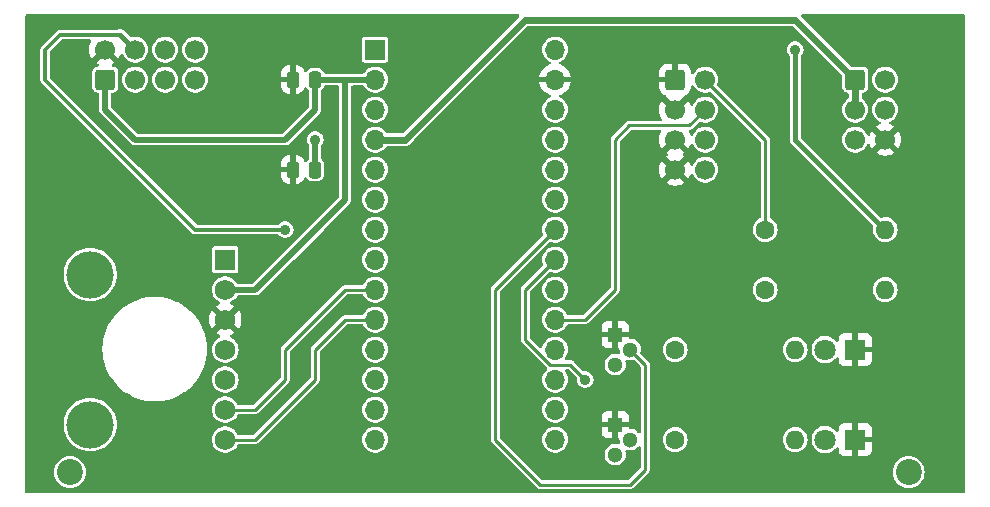
<source format=gbr>
%TF.GenerationSoftware,KiCad,Pcbnew,7.0.3*%
%TF.CreationDate,2023-05-15T17:39:43+02:00*%
%TF.ProjectId,PRO_MCU,50524f5f-4d43-4552-9e6b-696361645f70,rev?*%
%TF.SameCoordinates,Original*%
%TF.FileFunction,Copper,L1,Top*%
%TF.FilePolarity,Positive*%
%FSLAX45Y45*%
G04 Gerber Fmt 4.5, Leading zero omitted, Abs format (unit mm)*
G04 Created by KiCad (PCBNEW 7.0.3) date 2023-05-15 17:39:43*
%MOMM*%
%LPD*%
G01*
G04 APERTURE LIST*
G04 Aperture macros list*
%AMRoundRect*
0 Rectangle with rounded corners*
0 $1 Rounding radius*
0 $2 $3 $4 $5 $6 $7 $8 $9 X,Y pos of 4 corners*
0 Add a 4 corners polygon primitive as box body*
4,1,4,$2,$3,$4,$5,$6,$7,$8,$9,$2,$3,0*
0 Add four circle primitives for the rounded corners*
1,1,$1+$1,$2,$3*
1,1,$1+$1,$4,$5*
1,1,$1+$1,$6,$7*
1,1,$1+$1,$8,$9*
0 Add four rect primitives between the rounded corners*
20,1,$1+$1,$2,$3,$4,$5,0*
20,1,$1+$1,$4,$5,$6,$7,0*
20,1,$1+$1,$6,$7,$8,$9,0*
20,1,$1+$1,$8,$9,$2,$3,0*%
G04 Aperture macros list end*
%TA.AperFunction,ComponentPad*%
%ADD10C,1.800000*%
%TD*%
%TA.AperFunction,ComponentPad*%
%ADD11R,1.800000X1.800000*%
%TD*%
%TA.AperFunction,SMDPad,CuDef*%
%ADD12RoundRect,0.250000X0.250000X0.475000X-0.250000X0.475000X-0.250000X-0.475000X0.250000X-0.475000X0*%
%TD*%
%TA.AperFunction,ComponentPad*%
%ADD13C,2.200000*%
%TD*%
%TA.AperFunction,ComponentPad*%
%ADD14C,1.300000*%
%TD*%
%TA.AperFunction,ComponentPad*%
%ADD15R,1.300000X1.300000*%
%TD*%
%TA.AperFunction,ComponentPad*%
%ADD16C,1.700000*%
%TD*%
%TA.AperFunction,ComponentPad*%
%ADD17RoundRect,0.250000X-0.600000X-0.600000X0.600000X-0.600000X0.600000X0.600000X-0.600000X0.600000X0*%
%TD*%
%TA.AperFunction,ComponentPad*%
%ADD18RoundRect,0.250000X0.600000X-0.600000X0.600000X0.600000X-0.600000X0.600000X-0.600000X-0.600000X0*%
%TD*%
%TA.AperFunction,ComponentPad*%
%ADD19O,1.600000X1.600000*%
%TD*%
%TA.AperFunction,ComponentPad*%
%ADD20C,1.600000*%
%TD*%
%TA.AperFunction,ComponentPad*%
%ADD21O,1.700000X1.700000*%
%TD*%
%TA.AperFunction,ComponentPad*%
%ADD22R,1.700000X1.700000*%
%TD*%
%TA.AperFunction,ComponentPad*%
%ADD23C,1.750000*%
%TD*%
%TA.AperFunction,ComponentPad*%
%ADD24R,1.750000X1.750000*%
%TD*%
%TA.AperFunction,ComponentPad*%
%ADD25C,4.000000*%
%TD*%
%TA.AperFunction,ViaPad*%
%ADD26C,0.900000*%
%TD*%
%TA.AperFunction,Conductor*%
%ADD27C,0.400000*%
%TD*%
%TA.AperFunction,Conductor*%
%ADD28C,0.500000*%
%TD*%
%TA.AperFunction,Conductor*%
%ADD29C,0.250000*%
%TD*%
%TA.AperFunction,Conductor*%
%ADD30C,0.600000*%
%TD*%
%TA.AperFunction,Conductor*%
%ADD31C,0.300000*%
%TD*%
%TA.AperFunction,Conductor*%
%ADD32C,0.430000*%
%TD*%
G04 APERTURE END LIST*
D10*
%TO.P,D1,2,A*%
%TO.N,Net-(D1-A)*%
X11684000Y-6159500D03*
D11*
%TO.P,D1,1,K*%
%TO.N,GND*%
X11938000Y-6159500D03*
%TD*%
D12*
%TO.P,C2,2*%
%TO.N,GND*%
X7176000Y-3873500D03*
%TO.P,C2,1*%
%TO.N,+3.3V*%
X7366000Y-3873500D03*
%TD*%
D13*
%TO.P,Logo,*%
%TO.N,*%
X12390000Y-7197500D03*
X5290000Y-7197500D03*
%TD*%
D14*
%TO.P,Q1,3,D*%
%TO.N,PUMP_PWR*%
X9906000Y-7048500D03*
%TO.P,Q1,2,G*%
%TO.N,PUMP_CTL*%
X10033000Y-6921500D03*
D15*
%TO.P,Q1,1,S*%
%TO.N,GND*%
X9906000Y-6794500D03*
%TD*%
D12*
%TO.P,C1,2*%
%TO.N,GND*%
X7176000Y-4635500D03*
%TO.P,C1,1*%
%TO.N,+5V*%
X7366000Y-4635500D03*
%TD*%
D16*
%TO.P,U1,8,A*%
%TO.N,LED2*%
X10668000Y-4635500D03*
%TO.P,U1,7,K*%
%TO.N,GND*%
X10414000Y-4635500D03*
%TO.P,U1,6,2*%
%TO.N,BTN2*%
X10668000Y-4381500D03*
%TO.P,U1,5,1*%
%TO.N,GND*%
X10414000Y-4381500D03*
%TO.P,U1,4,A*%
%TO.N,LED1*%
X10668000Y-4127500D03*
%TO.P,U1,3,K*%
%TO.N,GND*%
X10414000Y-4127500D03*
%TO.P,U1,2,2*%
%TO.N,BTN1*%
X10668000Y-3873500D03*
D17*
%TO.P,U1,1,1*%
%TO.N,GND*%
X10414000Y-3873500D03*
%TD*%
D16*
%TO.P,U5,8,BL*%
%TO.N,BL*%
X6350000Y-3619500D03*
%TO.P,U5,7,RST*%
%TO.N,RST*%
X6350000Y-3873500D03*
%TO.P,U5,6,DC*%
%TO.N,DC*%
X6096000Y-3619500D03*
%TO.P,U5,5,CS*%
%TO.N,CS*%
X6096000Y-3873500D03*
%TO.P,U5,4,CLK*%
%TO.N,SCK*%
X5842000Y-3619500D03*
%TO.P,U5,3,DIN*%
%TO.N,MOSI*%
X5842000Y-3873500D03*
%TO.P,U5,2,GND*%
%TO.N,GND*%
X5588000Y-3619500D03*
D18*
%TO.P,U5,1,VCC*%
%TO.N,+3.3V*%
X5588000Y-3873500D03*
%TD*%
D19*
%TO.P,R2,2*%
%TO.N,Net-(D2-A)*%
X11430000Y-6921500D03*
D20*
%TO.P,R2,1*%
%TO.N,PUMP_CTL*%
X10414000Y-6921500D03*
%TD*%
D10*
%TO.P,D2,2,A*%
%TO.N,Net-(D2-A)*%
X11684000Y-6921500D03*
D11*
%TO.P,D2,1,K*%
%TO.N,GND*%
X11938000Y-6921500D03*
%TD*%
D21*
%TO.P,U3,28,VBAT*%
%TO.N,+BATT*%
X9398000Y-3619500D03*
%TO.P,U3,27,GND*%
%TO.N,GND*%
X9398000Y-3873500D03*
%TO.P,U3,26,VBUS*%
%TO.N,unconnected-(U3-VBUS-Pad26)*%
X9398000Y-4127500D03*
%TO.P,U3,25,D13*%
%TO.N,unconnected-(U3-D13-Pad25)*%
X9398000Y-4381500D03*
%TO.P,U3,24,D12*%
%TO.N,BTN2*%
X9398000Y-4635500D03*
%TO.P,U3,23,D11*%
%TO.N,LED2*%
X9398000Y-4889500D03*
%TO.P,U3,22,D10*%
%TO.N,VALVE_CTL*%
X9398000Y-5143500D03*
%TO.P,U3,21,D9*%
%TO.N,PUMP_CTL*%
X9398000Y-5397500D03*
%TO.P,U3,20,D7*%
%TO.N,BTN1*%
X9398000Y-5651500D03*
%TO.P,U3,19,D5_5V*%
%TO.N,LED1*%
X9398000Y-5905500D03*
%TO.P,U3,18,SCL*%
%TO.N,SCL*%
X9398000Y-6159500D03*
%TO.P,U3,17,SDA*%
%TO.N,SDA*%
X9398000Y-6413500D03*
%TO.P,U3,16,RX_D0*%
%TO.N,unconnected-(U3-RX_D0-Pad16)*%
X9398000Y-6667500D03*
%TO.P,U3,15,TX_D1*%
%TO.N,unconnected-(U3-TX_D1-Pad15)*%
X9398000Y-6921500D03*
%TO.P,U3,14,D2*%
%TO.N,unconnected-(U3-D2-Pad14)*%
X7874000Y-6921500D03*
%TO.P,U3,13,MISO*%
%TO.N,MISO*%
X7874000Y-6667500D03*
%TO.P,U3,12,MOSI*%
%TO.N,MOSI*%
X7874000Y-6413500D03*
%TO.P,U3,11,SCK*%
%TO.N,SCK*%
X7874000Y-6159500D03*
%TO.P,U3,10,A5*%
%TO.N,MPRLS_RST*%
X7874000Y-5905500D03*
%TO.P,U3,9,A4*%
%TO.N,EOC*%
X7874000Y-5651500D03*
%TO.P,U3,8,A3*%
%TO.N,CS*%
X7874000Y-5397500D03*
%TO.P,U3,7,A2*%
%TO.N,DC*%
X7874000Y-5143500D03*
%TO.P,U3,6,A1*%
%TO.N,RST*%
X7874000Y-4889500D03*
%TO.P,U3,5,A0*%
%TO.N,BL*%
X7874000Y-4635500D03*
%TO.P,U3,4,VHI*%
%TO.N,+5V*%
X7874000Y-4381500D03*
%TO.P,U3,3,EN*%
%TO.N,unconnected-(U3-EN-Pad3)*%
X7874000Y-4127500D03*
%TO.P,U3,2,3V3*%
%TO.N,+3.3V*%
X7874000Y-3873500D03*
D22*
%TO.P,U3,1,~{RESET}*%
%TO.N,unconnected-(U3-~{RESET}-Pad1)*%
X7874000Y-3619500D03*
%TD*%
D17*
%TO.P,U2,1,P+*%
%TO.N,+5V*%
X11938000Y-3873500D03*
D16*
%TO.P,U2,2,P-*%
%TO.N,PUMP_PWR*%
X12192000Y-3873500D03*
%TO.P,U2,3,V+*%
%TO.N,+5V*%
X11938000Y-4127500D03*
%TO.P,U2,4,V-*%
%TO.N,VALVE_PWR*%
X12192000Y-4127500D03*
%TO.P,U2,5,BAT+*%
%TO.N,+BATT*%
X11938000Y-4381500D03*
%TO.P,U2,6,BAT-*%
%TO.N,GND*%
X12192000Y-4381500D03*
%TD*%
D19*
%TO.P,10k2,2*%
%TO.N,+3.3V*%
X12192000Y-5143500D03*
D20*
%TO.P,10k2,1*%
%TO.N,BTN1*%
X11176000Y-5143500D03*
%TD*%
D19*
%TO.P,10k1,2*%
%TO.N,+3.3V*%
X12192000Y-5651500D03*
D20*
%TO.P,10k1,1*%
%TO.N,BTN2*%
X11176000Y-5651500D03*
%TD*%
D14*
%TO.P,Q2,3,D*%
%TO.N,VALVE_PWR*%
X9906000Y-6286500D03*
%TO.P,Q2,2,G*%
%TO.N,VALVE_CTL*%
X10033000Y-6159500D03*
D15*
%TO.P,Q2,1,S*%
%TO.N,GND*%
X9906000Y-6032500D03*
%TD*%
D19*
%TO.P,R1,2*%
%TO.N,Net-(D1-A)*%
X11430000Y-6159500D03*
D20*
%TO.P,R1,1*%
%TO.N,VALVE_CTL*%
X10414000Y-6159500D03*
%TD*%
D23*
%TO.P,U4,7,RST*%
%TO.N,MPRLS_RST*%
X6604000Y-6921500D03*
%TO.P,U4,6,EOC*%
%TO.N,EOC*%
X6604000Y-6667500D03*
%TO.P,U4,5,SDA*%
%TO.N,SDA*%
X6604000Y-6413500D03*
%TO.P,U4,4,SCL*%
%TO.N,SCL*%
X6604000Y-6159500D03*
%TO.P,U4,3,GND*%
%TO.N,GND*%
X6604000Y-5905500D03*
%TO.P,U4,2,3Vo*%
%TO.N,+3.3V*%
X6604000Y-5651500D03*
D24*
%TO.P,U4,1,VIN*%
%TO.N,unconnected-(U4-VIN-Pad1)*%
X6604000Y-5397500D03*
D25*
%TO.P,U4,*%
%TO.N,*%
X5461000Y-6794500D03*
X5461000Y-5524500D03*
%TD*%
D26*
%TO.N,+3.3V*%
X11430000Y-3619500D03*
%TO.N,+5V*%
X7366000Y-4381500D03*
%TO.N,PUMP_CTL*%
X9652000Y-6413500D03*
%TO.N,SCK*%
X7112000Y-5143500D03*
%TD*%
D27*
%TO.N,+3.3V*%
X11430000Y-3619500D02*
X11430000Y-4381500D01*
D28*
X5588000Y-3873500D02*
X5588000Y-4127500D01*
X6604000Y-5651500D02*
X6858000Y-5651500D01*
X7620000Y-3873500D02*
X7874000Y-3873500D01*
X7620000Y-4889500D02*
X7620000Y-3873500D01*
D27*
X11430000Y-4381500D02*
X12192000Y-5143500D01*
D28*
X7112000Y-4381500D02*
X7366000Y-4127500D01*
X5588000Y-4127500D02*
X5842000Y-4381500D01*
X6858000Y-5651500D02*
X7620000Y-4889500D01*
X5842000Y-4381500D02*
X7112000Y-4381500D01*
X7366000Y-4127500D02*
X7366000Y-3873500D01*
X7366000Y-3873500D02*
X7620000Y-3873500D01*
D29*
%TO.N,BTN1*%
X10668000Y-3873500D02*
X11176000Y-4381500D01*
X11176000Y-4381500D02*
X11176000Y-5143500D01*
D30*
%TO.N,+5V*%
X8128000Y-4381500D02*
X7874000Y-4381500D01*
X11938000Y-3873500D02*
X11938000Y-4127500D01*
X11938000Y-3873500D02*
X11430000Y-3365500D01*
X11430000Y-3365500D02*
X9144000Y-3365500D01*
D28*
X7366000Y-4635500D02*
X7366000Y-4381500D01*
D30*
X9144000Y-3365500D02*
X8128000Y-4381500D01*
D29*
%TO.N,PUMP_CTL*%
X9144000Y-6074499D02*
X9144000Y-5651500D01*
X9356001Y-6286500D02*
X9144000Y-6074499D01*
X9652000Y-6413500D02*
X9525000Y-6286500D01*
X9144000Y-5651500D02*
X9398000Y-5397500D01*
X9525000Y-6286500D02*
X9356001Y-6286500D01*
%TO.N,VALVE_CTL*%
X9271000Y-7302500D02*
X8890000Y-6921500D01*
X8890000Y-5651500D02*
X9398000Y-5143500D01*
X10160000Y-6286500D02*
X10160000Y-7175500D01*
X8890000Y-6921500D02*
X8890000Y-5651500D01*
X10160000Y-7175500D02*
X10033000Y-7302500D01*
X10033000Y-7302500D02*
X9271000Y-7302500D01*
X10033000Y-6159500D02*
X10160000Y-6286500D01*
%TO.N,LED1*%
X9906000Y-4381500D02*
X9906000Y-5651500D01*
X10025500Y-4262000D02*
X9906000Y-4381500D01*
X9906000Y-5651500D02*
X9652000Y-5905500D01*
X9652000Y-5905500D02*
X9398000Y-5905500D01*
X10533500Y-4262000D02*
X10025500Y-4262000D01*
X10668000Y-4127500D02*
X10533500Y-4262000D01*
%TO.N,EOC*%
X6604000Y-6667500D02*
X6858000Y-6667500D01*
X7620000Y-5651500D02*
X7874000Y-5651500D01*
X7112000Y-6413500D02*
X7112000Y-6159500D01*
X7112000Y-6159500D02*
X7620000Y-5651500D01*
X6858000Y-6667500D02*
X7112000Y-6413500D01*
%TO.N,MPRLS_RST*%
X7366000Y-6159500D02*
X7620000Y-5905500D01*
X6604000Y-6921500D02*
X6858000Y-6921500D01*
X6858000Y-6921500D02*
X7366000Y-6413500D01*
X7366000Y-6413500D02*
X7366000Y-6159500D01*
X7620000Y-5905500D02*
X7874000Y-5905500D01*
D31*
%TO.N,SCK*%
X5080000Y-3873500D02*
X5080000Y-3619500D01*
D32*
X5715000Y-3492500D02*
X5842000Y-3619500D01*
D31*
X7112000Y-5143500D02*
X6350000Y-5143500D01*
X5207000Y-3492500D02*
X5715000Y-3492500D01*
X5080000Y-3619500D02*
X5207000Y-3492500D01*
X6350000Y-5143500D02*
X5080000Y-3873500D01*
%TD*%
%TA.AperFunction,Conductor*%
%TO.N,GND*%
G36*
X9088865Y-3321518D02*
G01*
X9093441Y-3326799D01*
X9094435Y-3333715D01*
X9091533Y-3340070D01*
X9090929Y-3340718D01*
X8108829Y-4322818D01*
X8102697Y-4326167D01*
X8100061Y-4326450D01*
X7976507Y-4326450D01*
X7969803Y-4324482D01*
X7966612Y-4321523D01*
X7962663Y-4316295D01*
X7959005Y-4311450D01*
X7955676Y-4307042D01*
X7940604Y-4293302D01*
X7940604Y-4293302D01*
X7923264Y-4282566D01*
X7923263Y-4282565D01*
X7913755Y-4278881D01*
X7904246Y-4275198D01*
X7884198Y-4271450D01*
X7863802Y-4271450D01*
X7843754Y-4275198D01*
X7843754Y-4275198D01*
X7843754Y-4275198D01*
X7824736Y-4282565D01*
X7824736Y-4282566D01*
X7807396Y-4293302D01*
X7807396Y-4293302D01*
X7792324Y-4307042D01*
X7780033Y-4323318D01*
X7770942Y-4341574D01*
X7770942Y-4341575D01*
X7765360Y-4361192D01*
X7763478Y-4381500D01*
X7763478Y-4381500D01*
X7765360Y-4401808D01*
X7770942Y-4421425D01*
X7770942Y-4421426D01*
X7780033Y-4439682D01*
X7792324Y-4455958D01*
X7807396Y-4469698D01*
X7807396Y-4469698D01*
X7817314Y-4475839D01*
X7824736Y-4480435D01*
X7843754Y-4487802D01*
X7863802Y-4491550D01*
X7863803Y-4491550D01*
X7884197Y-4491550D01*
X7884198Y-4491550D01*
X7904246Y-4487802D01*
X7923264Y-4480435D01*
X7940604Y-4469698D01*
X7955676Y-4455958D01*
X7966612Y-4441477D01*
X7972222Y-4437314D01*
X7976507Y-4436550D01*
X8126954Y-4436550D01*
X8127165Y-4436554D01*
X8128136Y-4436587D01*
X8133683Y-4436776D01*
X8137983Y-4435728D01*
X8138605Y-4435610D01*
X8142992Y-4435007D01*
X8144638Y-4434292D01*
X8146642Y-4433618D01*
X8148385Y-4433193D01*
X8152246Y-4431022D01*
X8152809Y-4430743D01*
X8156872Y-4428978D01*
X8158263Y-4427846D01*
X8160012Y-4426656D01*
X8161393Y-4425880D01*
X8161576Y-4425777D01*
X8164706Y-4422646D01*
X8165177Y-4422221D01*
X8168611Y-4419428D01*
X8169646Y-4417962D01*
X8171007Y-4416345D01*
X8205852Y-4381500D01*
X9287479Y-4381500D01*
X9289360Y-4401808D01*
X9294942Y-4421425D01*
X9294942Y-4421426D01*
X9304033Y-4439682D01*
X9316324Y-4455958D01*
X9331396Y-4469698D01*
X9331396Y-4469698D01*
X9341314Y-4475839D01*
X9348736Y-4480435D01*
X9367754Y-4487802D01*
X9387802Y-4491550D01*
X9387803Y-4491550D01*
X9408197Y-4491550D01*
X9408198Y-4491550D01*
X9428246Y-4487802D01*
X9447264Y-4480435D01*
X9464604Y-4469698D01*
X9479676Y-4455958D01*
X9491967Y-4439682D01*
X9501058Y-4421425D01*
X9506640Y-4401808D01*
X9508522Y-4381500D01*
X9507449Y-4369923D01*
X9506640Y-4361192D01*
X9506124Y-4359379D01*
X9501058Y-4341575D01*
X9499527Y-4338501D01*
X9493527Y-4326450D01*
X9491967Y-4323318D01*
X9484736Y-4313742D01*
X9479676Y-4307042D01*
X9464604Y-4293302D01*
X9464604Y-4293302D01*
X9447264Y-4282566D01*
X9447264Y-4282565D01*
X9437755Y-4278881D01*
X9428246Y-4275198D01*
X9408198Y-4271450D01*
X9387802Y-4271450D01*
X9367754Y-4275198D01*
X9367754Y-4275198D01*
X9367754Y-4275198D01*
X9348736Y-4282565D01*
X9348736Y-4282566D01*
X9331396Y-4293302D01*
X9331396Y-4293302D01*
X9316324Y-4307042D01*
X9304033Y-4323318D01*
X9294942Y-4341574D01*
X9294942Y-4341575D01*
X9289360Y-4361192D01*
X9287479Y-4381500D01*
X9287479Y-4381500D01*
X8205852Y-4381500D01*
X8688852Y-3898500D01*
X9264936Y-3898500D01*
X9270657Y-3919849D01*
X9270657Y-3919849D01*
X9280640Y-3941258D01*
X9294189Y-3960608D01*
X9310892Y-3977310D01*
X9330242Y-3990860D01*
X9351651Y-4000843D01*
X9351652Y-4000843D01*
X9355558Y-4001890D01*
X9361524Y-4005527D01*
X9364577Y-4011811D01*
X9363748Y-4018749D01*
X9359299Y-4024137D01*
X9356828Y-4025430D01*
X9348737Y-4028565D01*
X9348736Y-4028565D01*
X9331396Y-4039302D01*
X9331396Y-4039302D01*
X9316324Y-4053042D01*
X9304033Y-4069318D01*
X9294942Y-4087574D01*
X9294942Y-4087575D01*
X9289360Y-4107192D01*
X9287479Y-4127500D01*
X9287479Y-4127500D01*
X9289360Y-4147808D01*
X9294942Y-4167425D01*
X9294942Y-4167426D01*
X9304033Y-4185682D01*
X9316324Y-4201958D01*
X9331396Y-4215698D01*
X9331396Y-4215698D01*
X9335655Y-4218335D01*
X9348736Y-4226435D01*
X9367754Y-4233802D01*
X9387802Y-4237550D01*
X9387803Y-4237550D01*
X9408197Y-4237550D01*
X9408198Y-4237550D01*
X9428246Y-4233802D01*
X9447264Y-4226435D01*
X9464604Y-4215698D01*
X9479676Y-4201958D01*
X9491967Y-4185682D01*
X9501058Y-4167425D01*
X9506640Y-4147808D01*
X9508522Y-4127500D01*
X9506640Y-4107192D01*
X9501058Y-4087575D01*
X9499527Y-4084501D01*
X9496042Y-4077500D01*
X9491967Y-4069318D01*
X9484736Y-4059742D01*
X9479676Y-4053042D01*
X9464604Y-4039302D01*
X9464604Y-4039302D01*
X9447264Y-4028565D01*
X9447264Y-4028565D01*
X9439172Y-4025430D01*
X9433631Y-4021173D01*
X9431272Y-4014596D01*
X9432843Y-4007788D01*
X9437846Y-4002910D01*
X9440442Y-4001890D01*
X9444348Y-4000843D01*
X9444349Y-4000843D01*
X9465758Y-3990860D01*
X9485108Y-3977310D01*
X9501811Y-3960608D01*
X9515360Y-3941258D01*
X9525343Y-3919849D01*
X9525343Y-3919849D01*
X9531064Y-3898500D01*
X9441369Y-3898500D01*
X9443949Y-3894484D01*
X9448000Y-3880689D01*
X9448000Y-3866311D01*
X9443949Y-3852516D01*
X9441369Y-3848500D01*
X9531064Y-3848500D01*
X9531064Y-3848500D01*
X9525343Y-3827151D01*
X9525343Y-3827151D01*
X9515360Y-3805742D01*
X9515360Y-3805742D01*
X9501811Y-3786393D01*
X9501811Y-3786392D01*
X9485108Y-3769689D01*
X9465758Y-3756140D01*
X9444349Y-3746157D01*
X9444348Y-3746156D01*
X9440441Y-3745110D01*
X9434475Y-3741473D01*
X9431423Y-3735188D01*
X9432252Y-3728251D01*
X9436701Y-3722863D01*
X9439171Y-3721570D01*
X9447264Y-3718435D01*
X9464604Y-3707698D01*
X9479676Y-3693958D01*
X9491967Y-3677682D01*
X9501058Y-3659425D01*
X9506640Y-3639808D01*
X9508522Y-3619500D01*
X11359435Y-3619500D01*
X11361486Y-3636387D01*
X11361486Y-3636387D01*
X11367518Y-3652293D01*
X11377181Y-3666293D01*
X11377182Y-3666293D01*
X11377182Y-3666293D01*
X11380773Y-3669474D01*
X11384485Y-3675393D01*
X11384950Y-3678756D01*
X11384950Y-4378622D01*
X11384911Y-4379316D01*
X11384885Y-4379551D01*
X11384473Y-4383204D01*
X11385557Y-4388934D01*
X11385596Y-4389162D01*
X11386465Y-4394929D01*
X11386716Y-4395743D01*
X11386998Y-4396547D01*
X11389723Y-4401704D01*
X11389827Y-4401911D01*
X11392357Y-4407164D01*
X11392836Y-4407867D01*
X11393343Y-4408553D01*
X11393343Y-4408554D01*
X11393344Y-4408554D01*
X11397467Y-4412677D01*
X11397628Y-4412844D01*
X11401595Y-4417120D01*
X11402321Y-4417699D01*
X11402269Y-4417764D01*
X11403493Y-4418703D01*
X12087689Y-5102900D01*
X12091038Y-5109032D01*
X12090787Y-5115267D01*
X12088470Y-5122907D01*
X12086442Y-5143500D01*
X12088470Y-5164093D01*
X12091473Y-5173994D01*
X12094477Y-5183895D01*
X12104231Y-5202145D01*
X12104232Y-5202145D01*
X12117359Y-5218141D01*
X12127021Y-5226070D01*
X12133355Y-5231269D01*
X12151605Y-5241023D01*
X12171407Y-5247030D01*
X12171406Y-5247030D01*
X12173435Y-5247230D01*
X12192000Y-5249058D01*
X12212593Y-5247030D01*
X12232395Y-5241023D01*
X12250645Y-5231269D01*
X12266641Y-5218141D01*
X12279768Y-5202145D01*
X12289523Y-5183895D01*
X12295530Y-5164093D01*
X12297558Y-5143500D01*
X12295530Y-5122907D01*
X12289523Y-5103105D01*
X12279768Y-5084855D01*
X12273750Y-5077521D01*
X12266641Y-5068859D01*
X12250645Y-5055732D01*
X12250645Y-5055732D01*
X12250645Y-5055732D01*
X12232395Y-5045977D01*
X12212593Y-5039970D01*
X12212593Y-5039970D01*
X12212593Y-5039970D01*
X12192000Y-5037942D01*
X12171407Y-5039970D01*
X12171406Y-5039970D01*
X12163767Y-5042287D01*
X12156780Y-5042350D01*
X12151400Y-5039189D01*
X11817463Y-4705253D01*
X11493710Y-4381500D01*
X11827478Y-4381500D01*
X11829360Y-4401808D01*
X11834942Y-4421425D01*
X11834942Y-4421426D01*
X11844033Y-4439682D01*
X11856324Y-4455958D01*
X11871396Y-4469698D01*
X11871396Y-4469698D01*
X11881314Y-4475839D01*
X11888736Y-4480435D01*
X11907754Y-4487802D01*
X11927802Y-4491550D01*
X11927803Y-4491550D01*
X11948197Y-4491550D01*
X11948198Y-4491550D01*
X11968246Y-4487802D01*
X11987264Y-4480435D01*
X12004604Y-4469698D01*
X12019676Y-4455958D01*
X12031967Y-4439682D01*
X12038984Y-4425591D01*
X12040682Y-4422181D01*
X12045432Y-4417058D01*
X12052198Y-4415315D01*
X12058832Y-4417508D01*
X12063228Y-4422939D01*
X12063759Y-4424499D01*
X12064657Y-4427849D01*
X12064657Y-4427849D01*
X12074640Y-4449258D01*
X12074640Y-4449258D01*
X12080507Y-4457637D01*
X12080507Y-4457637D01*
X12143692Y-4394452D01*
X12146051Y-4402484D01*
X12153824Y-4414580D01*
X12164690Y-4423995D01*
X12177768Y-4429968D01*
X12178747Y-4430109D01*
X12115862Y-4492993D01*
X12124242Y-4498860D01*
X12145651Y-4508843D01*
X12145652Y-4508843D01*
X12168467Y-4514957D01*
X12168468Y-4514957D01*
X12192000Y-4517016D01*
X12192000Y-4517016D01*
X12215531Y-4514957D01*
X12215533Y-4514957D01*
X12238348Y-4508843D01*
X12238349Y-4508843D01*
X12259758Y-4498860D01*
X12259758Y-4498860D01*
X12268137Y-4492993D01*
X12268137Y-4492993D01*
X12205253Y-4430109D01*
X12206231Y-4429968D01*
X12219310Y-4423995D01*
X12230176Y-4414580D01*
X12237949Y-4402484D01*
X12240308Y-4394452D01*
X12303492Y-4457637D01*
X12303493Y-4457637D01*
X12309360Y-4449258D01*
X12309360Y-4449258D01*
X12319343Y-4427849D01*
X12319343Y-4427848D01*
X12325457Y-4405033D01*
X12325457Y-4405032D01*
X12327516Y-4381500D01*
X12327516Y-4381500D01*
X12325457Y-4357968D01*
X12325457Y-4357967D01*
X12319343Y-4335152D01*
X12319343Y-4335151D01*
X12309360Y-4313742D01*
X12309360Y-4313742D01*
X12303492Y-4305363D01*
X12303492Y-4305363D01*
X12240308Y-4368548D01*
X12237949Y-4360516D01*
X12230176Y-4348420D01*
X12219310Y-4339005D01*
X12206231Y-4333032D01*
X12205253Y-4332891D01*
X12268137Y-4270007D01*
X12268137Y-4270007D01*
X12259758Y-4264140D01*
X12259758Y-4264140D01*
X12238349Y-4254157D01*
X12238348Y-4254156D01*
X12234441Y-4253110D01*
X12228475Y-4249473D01*
X12225423Y-4243189D01*
X12226252Y-4236251D01*
X12230701Y-4230863D01*
X12233171Y-4229570D01*
X12241264Y-4226435D01*
X12258604Y-4215698D01*
X12273676Y-4201958D01*
X12285967Y-4185682D01*
X12295058Y-4167425D01*
X12300640Y-4147808D01*
X12302521Y-4127500D01*
X12300640Y-4107192D01*
X12295058Y-4087575D01*
X12293527Y-4084501D01*
X12290041Y-4077500D01*
X12285967Y-4069318D01*
X12278736Y-4059742D01*
X12273676Y-4053042D01*
X12258604Y-4039302D01*
X12258604Y-4039302D01*
X12241264Y-4028565D01*
X12241263Y-4028565D01*
X12229832Y-4024137D01*
X12222246Y-4021198D01*
X12202198Y-4017450D01*
X12181802Y-4017450D01*
X12161754Y-4021198D01*
X12161754Y-4021198D01*
X12161754Y-4021198D01*
X12142736Y-4028565D01*
X12142736Y-4028565D01*
X12125396Y-4039302D01*
X12125396Y-4039302D01*
X12110324Y-4053042D01*
X12098033Y-4069318D01*
X12088942Y-4087574D01*
X12088942Y-4087575D01*
X12083360Y-4107192D01*
X12081478Y-4127500D01*
X12081478Y-4127500D01*
X12083360Y-4147808D01*
X12088942Y-4167425D01*
X12088942Y-4167426D01*
X12098033Y-4185682D01*
X12110324Y-4201958D01*
X12125396Y-4215698D01*
X12125396Y-4215698D01*
X12129655Y-4218335D01*
X12142736Y-4226435D01*
X12150828Y-4229570D01*
X12156368Y-4233827D01*
X12158728Y-4240404D01*
X12157156Y-4247212D01*
X12152154Y-4252090D01*
X12149559Y-4253110D01*
X12145652Y-4254157D01*
X12145651Y-4254157D01*
X12124242Y-4264140D01*
X12115862Y-4270007D01*
X12178747Y-4332891D01*
X12177768Y-4333032D01*
X12164690Y-4339005D01*
X12153824Y-4348420D01*
X12146051Y-4360516D01*
X12143692Y-4368548D01*
X12080507Y-4305363D01*
X12074640Y-4313742D01*
X12064657Y-4335151D01*
X12064657Y-4335151D01*
X12063759Y-4338501D01*
X12060123Y-4344467D01*
X12053838Y-4347520D01*
X12046900Y-4346690D01*
X12041513Y-4342242D01*
X12040682Y-4340819D01*
X12033527Y-4326450D01*
X12031967Y-4323318D01*
X12024736Y-4313742D01*
X12019676Y-4307042D01*
X12004604Y-4293302D01*
X12004604Y-4293302D01*
X11987264Y-4282566D01*
X11987263Y-4282565D01*
X11977755Y-4278881D01*
X11968246Y-4275198D01*
X11948198Y-4271450D01*
X11927802Y-4271450D01*
X11907754Y-4275198D01*
X11907754Y-4275198D01*
X11907754Y-4275198D01*
X11888736Y-4282565D01*
X11888736Y-4282566D01*
X11871396Y-4293302D01*
X11871396Y-4293302D01*
X11856324Y-4307042D01*
X11844033Y-4323318D01*
X11834942Y-4341574D01*
X11834942Y-4341575D01*
X11829360Y-4361192D01*
X11827478Y-4381500D01*
X11827478Y-4381500D01*
X11493710Y-4381500D01*
X11478682Y-4366471D01*
X11475333Y-4360339D01*
X11475050Y-4357704D01*
X11475050Y-3678756D01*
X11477018Y-3672052D01*
X11479227Y-3669474D01*
X11482818Y-3666293D01*
X11492482Y-3652293D01*
X11498514Y-3636387D01*
X11500564Y-3619500D01*
X11498514Y-3602613D01*
X11492482Y-3586707D01*
X11492284Y-3586420D01*
X11483125Y-3573152D01*
X11482818Y-3572707D01*
X11470085Y-3561427D01*
X11470085Y-3561426D01*
X11455023Y-3553521D01*
X11438506Y-3549450D01*
X11421494Y-3549450D01*
X11404977Y-3553521D01*
X11389915Y-3561426D01*
X11377182Y-3572707D01*
X11367518Y-3586707D01*
X11361486Y-3602612D01*
X11361486Y-3602613D01*
X11359435Y-3619500D01*
X9508522Y-3619500D01*
X9506640Y-3599192D01*
X9501058Y-3579575D01*
X9497860Y-3573152D01*
X9492021Y-3561427D01*
X9491967Y-3561318D01*
X9479676Y-3545042D01*
X9479676Y-3545042D01*
X9464604Y-3531302D01*
X9464604Y-3531302D01*
X9447264Y-3520565D01*
X9447264Y-3520565D01*
X9435616Y-3516053D01*
X9428246Y-3513198D01*
X9408198Y-3509450D01*
X9387802Y-3509450D01*
X9367754Y-3513198D01*
X9367754Y-3513198D01*
X9367754Y-3513198D01*
X9348736Y-3520565D01*
X9348736Y-3520565D01*
X9331396Y-3531302D01*
X9331396Y-3531302D01*
X9316324Y-3545042D01*
X9304033Y-3561318D01*
X9294942Y-3579574D01*
X9294942Y-3579575D01*
X9289360Y-3599192D01*
X9287479Y-3619500D01*
X9287479Y-3619500D01*
X9289360Y-3639808D01*
X9294942Y-3659425D01*
X9294942Y-3659426D01*
X9304033Y-3677682D01*
X9316324Y-3693958D01*
X9331396Y-3707698D01*
X9331396Y-3707698D01*
X9341314Y-3713839D01*
X9348736Y-3718435D01*
X9356828Y-3721570D01*
X9362369Y-3725827D01*
X9364728Y-3732403D01*
X9363157Y-3739212D01*
X9358154Y-3744089D01*
X9355559Y-3745110D01*
X9351652Y-3746156D01*
X9351651Y-3746157D01*
X9330242Y-3756140D01*
X9330242Y-3756140D01*
X9310893Y-3769689D01*
X9310892Y-3769689D01*
X9294189Y-3786392D01*
X9294189Y-3786393D01*
X9280640Y-3805742D01*
X9280640Y-3805742D01*
X9270657Y-3827151D01*
X9270657Y-3827151D01*
X9264936Y-3848500D01*
X9264936Y-3848500D01*
X9354631Y-3848500D01*
X9352051Y-3852516D01*
X9348000Y-3866311D01*
X9348000Y-3880689D01*
X9352051Y-3894484D01*
X9354631Y-3898500D01*
X9264936Y-3898500D01*
X8688852Y-3898500D01*
X9163171Y-3424182D01*
X9169303Y-3420833D01*
X9171939Y-3420550D01*
X11402061Y-3420550D01*
X11408765Y-3422518D01*
X11410829Y-3424182D01*
X11824318Y-3837671D01*
X11827667Y-3843803D01*
X11827950Y-3846439D01*
X11827950Y-3938287D01*
X11827950Y-3938288D01*
X11828591Y-3944248D01*
X11833620Y-3957733D01*
X11833621Y-3957733D01*
X11842245Y-3969254D01*
X11842245Y-3969255D01*
X11853766Y-3977879D01*
X11853767Y-3977880D01*
X11867252Y-3982909D01*
X11871876Y-3983406D01*
X11878331Y-3986080D01*
X11882315Y-3991819D01*
X11882950Y-3995735D01*
X11882950Y-4025241D01*
X11880981Y-4031945D01*
X11877078Y-4035784D01*
X11871396Y-4039302D01*
X11856324Y-4053042D01*
X11844033Y-4069318D01*
X11834942Y-4087574D01*
X11834942Y-4087575D01*
X11829360Y-4107192D01*
X11827478Y-4127500D01*
X11827478Y-4127500D01*
X11829360Y-4147808D01*
X11834942Y-4167425D01*
X11834942Y-4167426D01*
X11844033Y-4185682D01*
X11856324Y-4201958D01*
X11871396Y-4215698D01*
X11871396Y-4215698D01*
X11875655Y-4218335D01*
X11888736Y-4226435D01*
X11907754Y-4233802D01*
X11927802Y-4237550D01*
X11927803Y-4237550D01*
X11948197Y-4237550D01*
X11948198Y-4237550D01*
X11968246Y-4233802D01*
X11987264Y-4226435D01*
X12004604Y-4215698D01*
X12019676Y-4201958D01*
X12031967Y-4185682D01*
X12041058Y-4167425D01*
X12046640Y-4147808D01*
X12048521Y-4127500D01*
X12046640Y-4107192D01*
X12041058Y-4087575D01*
X12039527Y-4084501D01*
X12036041Y-4077500D01*
X12031967Y-4069318D01*
X12024736Y-4059742D01*
X12019676Y-4053042D01*
X12004604Y-4039302D01*
X12004604Y-4039302D01*
X11998922Y-4035784D01*
X11994259Y-4030581D01*
X11993050Y-4025241D01*
X11993050Y-3995735D01*
X11995018Y-3989031D01*
X12000299Y-3984456D01*
X12004125Y-3983406D01*
X12008748Y-3982909D01*
X12022233Y-3977880D01*
X12033755Y-3969255D01*
X12042380Y-3957733D01*
X12047409Y-3944248D01*
X12048050Y-3938287D01*
X12048050Y-3873500D01*
X12081478Y-3873500D01*
X12083360Y-3893808D01*
X12088942Y-3913425D01*
X12088942Y-3913426D01*
X12098033Y-3931682D01*
X12110324Y-3947958D01*
X12125396Y-3961698D01*
X12125396Y-3961698D01*
X12131394Y-3965412D01*
X12142736Y-3972435D01*
X12161754Y-3979802D01*
X12181802Y-3983550D01*
X12181803Y-3983550D01*
X12202197Y-3983550D01*
X12202198Y-3983550D01*
X12222246Y-3979802D01*
X12241264Y-3972435D01*
X12258604Y-3961698D01*
X12273676Y-3947958D01*
X12285967Y-3931682D01*
X12295058Y-3913425D01*
X12300640Y-3893808D01*
X12302521Y-3873500D01*
X12300640Y-3853192D01*
X12295058Y-3833575D01*
X12285967Y-3815318D01*
X12278444Y-3805356D01*
X12273676Y-3799042D01*
X12258604Y-3785302D01*
X12258604Y-3785302D01*
X12241264Y-3774565D01*
X12241263Y-3774565D01*
X12228677Y-3769689D01*
X12222246Y-3767198D01*
X12202198Y-3763450D01*
X12181802Y-3763450D01*
X12161754Y-3767198D01*
X12161754Y-3767198D01*
X12161754Y-3767198D01*
X12142736Y-3774565D01*
X12142736Y-3774565D01*
X12125396Y-3785302D01*
X12125396Y-3785302D01*
X12110324Y-3799042D01*
X12098033Y-3815318D01*
X12088942Y-3833574D01*
X12088942Y-3833575D01*
X12083360Y-3853192D01*
X12081478Y-3873500D01*
X12081478Y-3873500D01*
X12048050Y-3873500D01*
X12048050Y-3808713D01*
X12047516Y-3803747D01*
X12047409Y-3802752D01*
X12042380Y-3789267D01*
X12042379Y-3789266D01*
X12033755Y-3777745D01*
X12033754Y-3777745D01*
X12022233Y-3769121D01*
X12022233Y-3769120D01*
X12008748Y-3764091D01*
X12008748Y-3764091D01*
X12002788Y-3763450D01*
X12002788Y-3763450D01*
X12002787Y-3763450D01*
X12002786Y-3763450D01*
X11910939Y-3763450D01*
X11904235Y-3761481D01*
X11902171Y-3759818D01*
X11483071Y-3340718D01*
X11479722Y-3334586D01*
X11480220Y-3327617D01*
X11484408Y-3322023D01*
X11490954Y-3319582D01*
X11491839Y-3319550D01*
X12855550Y-3319550D01*
X12862254Y-3321518D01*
X12866829Y-3326799D01*
X12867950Y-3331950D01*
X12867950Y-7363050D01*
X12865981Y-7369754D01*
X12860701Y-7374329D01*
X12855550Y-7375450D01*
X4924450Y-7375450D01*
X4917746Y-7373481D01*
X4913171Y-7368201D01*
X4912050Y-7363050D01*
X4912050Y-7197500D01*
X5154434Y-7197500D01*
X5156494Y-7221040D01*
X5156494Y-7221041D01*
X5162609Y-7243865D01*
X5162610Y-7243866D01*
X5162610Y-7243866D01*
X5170748Y-7261318D01*
X5172597Y-7265283D01*
X5172597Y-7265283D01*
X5183428Y-7280752D01*
X5186151Y-7284640D01*
X5202860Y-7301349D01*
X5212538Y-7308126D01*
X5222217Y-7314903D01*
X5222217Y-7314903D01*
X5222217Y-7314903D01*
X5243634Y-7324890D01*
X5266459Y-7331006D01*
X5285292Y-7332654D01*
X5290000Y-7333066D01*
X5290000Y-7333066D01*
X5290000Y-7333066D01*
X5294327Y-7332687D01*
X5313541Y-7331006D01*
X5336366Y-7324890D01*
X5357783Y-7314903D01*
X5377140Y-7301349D01*
X5393850Y-7284640D01*
X5407404Y-7265283D01*
X5417390Y-7243866D01*
X5423506Y-7221041D01*
X5425566Y-7197500D01*
X5423506Y-7173959D01*
X5418863Y-7156628D01*
X5417391Y-7151134D01*
X5417390Y-7151134D01*
X5417390Y-7151134D01*
X5407404Y-7129717D01*
X5405442Y-7126915D01*
X5393849Y-7110360D01*
X5377140Y-7093651D01*
X5377140Y-7093650D01*
X5357783Y-7080097D01*
X5357783Y-7080096D01*
X5357783Y-7080096D01*
X5336366Y-7070110D01*
X5336366Y-7070110D01*
X5336366Y-7070109D01*
X5313541Y-7063994D01*
X5313540Y-7063994D01*
X5290000Y-7061934D01*
X5290000Y-7061934D01*
X5266460Y-7063994D01*
X5266459Y-7063994D01*
X5243634Y-7070109D01*
X5243634Y-7070110D01*
X5222217Y-7080096D01*
X5222217Y-7080096D01*
X5202860Y-7093650D01*
X5186151Y-7110360D01*
X5172597Y-7129717D01*
X5172596Y-7129717D01*
X5162610Y-7151133D01*
X5162609Y-7151134D01*
X5156494Y-7173959D01*
X5156494Y-7173960D01*
X5154434Y-7197500D01*
X5154434Y-7197500D01*
X4912050Y-7197500D01*
X4912050Y-6794501D01*
X5235467Y-6794501D01*
X5237396Y-6823936D01*
X5237397Y-6823937D01*
X5237397Y-6823938D01*
X5242983Y-6852025D01*
X5243152Y-6852872D01*
X5243152Y-6852873D01*
X5252635Y-6880808D01*
X5265683Y-6907266D01*
X5265683Y-6907267D01*
X5282073Y-6931795D01*
X5301524Y-6953976D01*
X5323704Y-6973427D01*
X5348233Y-6989817D01*
X5348234Y-6989817D01*
X5350582Y-6990975D01*
X5374692Y-7002865D01*
X5402628Y-7012348D01*
X5431562Y-7018103D01*
X5434389Y-7018289D01*
X5460999Y-7020033D01*
X5461000Y-7020033D01*
X5461001Y-7020033D01*
X5484568Y-7018488D01*
X5490438Y-7018103D01*
X5519372Y-7012348D01*
X5547308Y-7002865D01*
X5573767Y-6989817D01*
X5598296Y-6973427D01*
X5620476Y-6953976D01*
X5639927Y-6931796D01*
X5646807Y-6921500D01*
X6490968Y-6921500D01*
X6492892Y-6942269D01*
X6492892Y-6942269D01*
X6492892Y-6942270D01*
X6498601Y-6962332D01*
X6498601Y-6962332D01*
X6504125Y-6973427D01*
X6507898Y-6981004D01*
X6520468Y-6997649D01*
X6535883Y-7011702D01*
X6553617Y-7022682D01*
X6573067Y-7030217D01*
X6593571Y-7034050D01*
X6593571Y-7034050D01*
X6614429Y-7034050D01*
X6614429Y-7034050D01*
X6634933Y-7030217D01*
X6654383Y-7022682D01*
X6672117Y-7011702D01*
X6687532Y-6997649D01*
X6700102Y-6981004D01*
X6705539Y-6970085D01*
X6707611Y-6965923D01*
X6712362Y-6960799D01*
X6718711Y-6959050D01*
X6852820Y-6959050D01*
X6855364Y-6959314D01*
X6855744Y-6959393D01*
X6856427Y-6959537D01*
X6858522Y-6959275D01*
X6859949Y-6959098D01*
X6860717Y-6959050D01*
X6861111Y-6959050D01*
X6861111Y-6959050D01*
X6863289Y-6958686D01*
X6863540Y-6958650D01*
X6868863Y-6957987D01*
X6868863Y-6957986D01*
X6869614Y-6957763D01*
X6870361Y-6957507D01*
X6870361Y-6957506D01*
X6870361Y-6957506D01*
X6875076Y-6954955D01*
X6875300Y-6954839D01*
X6880121Y-6952483D01*
X6880121Y-6952482D01*
X6880759Y-6952027D01*
X6881382Y-6951542D01*
X6881383Y-6951542D01*
X6885016Y-6947594D01*
X6885186Y-6947417D01*
X6911103Y-6921500D01*
X7763478Y-6921500D01*
X7765360Y-6941808D01*
X7770942Y-6961425D01*
X7770942Y-6961426D01*
X7780033Y-6979682D01*
X7792324Y-6995958D01*
X7807396Y-7009698D01*
X7807396Y-7009698D01*
X7811675Y-7012348D01*
X7824736Y-7020435D01*
X7843754Y-7027802D01*
X7863802Y-7031550D01*
X7863803Y-7031550D01*
X7884197Y-7031550D01*
X7884198Y-7031550D01*
X7904246Y-7027802D01*
X7923264Y-7020435D01*
X7940604Y-7009698D01*
X7953821Y-6997649D01*
X7955676Y-6995958D01*
X7955748Y-6995863D01*
X7967967Y-6979682D01*
X7977058Y-6961425D01*
X7982640Y-6941808D01*
X7984521Y-6921500D01*
X7984376Y-6919927D01*
X8851963Y-6919927D01*
X8852402Y-6923449D01*
X8852450Y-6924217D01*
X8852450Y-6924612D01*
X8852813Y-6926786D01*
X8852850Y-6927040D01*
X8853513Y-6932363D01*
X8853737Y-6933115D01*
X8853994Y-6933861D01*
X8855268Y-6936216D01*
X8856545Y-6938575D01*
X8856661Y-6938801D01*
X8859017Y-6943621D01*
X8859474Y-6944261D01*
X8859958Y-6944883D01*
X8863905Y-6948516D01*
X8864087Y-6948691D01*
X9240785Y-7325389D01*
X9242398Y-7327375D01*
X9242992Y-7328284D01*
X9245793Y-7330464D01*
X9246369Y-7330973D01*
X9246648Y-7331252D01*
X9246649Y-7331252D01*
X9248444Y-7332534D01*
X9248649Y-7332687D01*
X9252847Y-7335955D01*
X9252881Y-7335981D01*
X9252882Y-7335981D01*
X9253572Y-7336355D01*
X9254280Y-7336701D01*
X9254280Y-7336701D01*
X9259422Y-7338232D01*
X9259658Y-7338307D01*
X9264734Y-7340050D01*
X9264734Y-7340050D01*
X9265507Y-7340179D01*
X9266291Y-7340277D01*
X9266291Y-7340277D01*
X9266291Y-7340277D01*
X9266291Y-7340277D01*
X9268741Y-7340175D01*
X9271648Y-7340055D01*
X9271903Y-7340050D01*
X10027820Y-7340050D01*
X10030364Y-7340314D01*
X10030744Y-7340393D01*
X10031427Y-7340537D01*
X10033523Y-7340275D01*
X10034949Y-7340098D01*
X10035717Y-7340050D01*
X10036111Y-7340050D01*
X10036111Y-7340050D01*
X10038290Y-7339686D01*
X10038540Y-7339650D01*
X10043863Y-7338987D01*
X10043863Y-7338986D01*
X10044614Y-7338763D01*
X10045361Y-7338507D01*
X10045361Y-7338506D01*
X10045361Y-7338506D01*
X10050076Y-7335955D01*
X10050300Y-7335839D01*
X10055121Y-7333483D01*
X10055121Y-7333482D01*
X10055759Y-7333027D01*
X10056382Y-7332542D01*
X10056383Y-7332542D01*
X10060016Y-7328594D01*
X10060187Y-7328417D01*
X10182889Y-7205715D01*
X10184875Y-7204102D01*
X10185784Y-7203508D01*
X10187964Y-7200707D01*
X10188473Y-7200130D01*
X10188752Y-7199852D01*
X10190037Y-7198051D01*
X10190184Y-7197854D01*
X10190460Y-7197500D01*
X12254434Y-7197500D01*
X12256494Y-7221040D01*
X12256494Y-7221041D01*
X12262609Y-7243865D01*
X12262610Y-7243866D01*
X12262610Y-7243866D01*
X12270748Y-7261318D01*
X12272596Y-7265283D01*
X12272597Y-7265283D01*
X12283428Y-7280752D01*
X12286150Y-7284640D01*
X12302860Y-7301349D01*
X12312538Y-7308126D01*
X12322216Y-7314903D01*
X12322217Y-7314903D01*
X12322217Y-7314903D01*
X12343634Y-7324890D01*
X12366459Y-7331006D01*
X12385292Y-7332654D01*
X12390000Y-7333066D01*
X12390000Y-7333066D01*
X12390000Y-7333066D01*
X12394327Y-7332687D01*
X12413541Y-7331006D01*
X12436366Y-7324890D01*
X12457783Y-7314903D01*
X12477140Y-7301349D01*
X12493849Y-7284640D01*
X12507403Y-7265283D01*
X12517390Y-7243866D01*
X12523506Y-7221041D01*
X12525566Y-7197500D01*
X12523506Y-7173959D01*
X12518863Y-7156628D01*
X12517390Y-7151134D01*
X12517390Y-7151134D01*
X12517390Y-7151134D01*
X12507403Y-7129717D01*
X12505442Y-7126915D01*
X12493849Y-7110360D01*
X12477140Y-7093651D01*
X12477139Y-7093650D01*
X12457783Y-7080097D01*
X12457783Y-7080096D01*
X12457783Y-7080096D01*
X12436366Y-7070110D01*
X12436366Y-7070110D01*
X12436365Y-7070109D01*
X12413541Y-7063994D01*
X12413540Y-7063994D01*
X12390000Y-7061934D01*
X12390000Y-7061934D01*
X12366460Y-7063994D01*
X12366459Y-7063994D01*
X12343634Y-7070109D01*
X12343633Y-7070110D01*
X12322217Y-7080096D01*
X12322217Y-7080096D01*
X12302860Y-7093650D01*
X12286150Y-7110360D01*
X12272596Y-7129717D01*
X12272596Y-7129717D01*
X12262610Y-7151133D01*
X12262609Y-7151134D01*
X12256494Y-7173959D01*
X12256494Y-7173960D01*
X12254434Y-7197500D01*
X12254434Y-7197500D01*
X10190460Y-7197500D01*
X10193481Y-7193619D01*
X10193481Y-7193618D01*
X10193855Y-7192928D01*
X10194201Y-7192220D01*
X10194201Y-7192220D01*
X10195732Y-7187077D01*
X10195808Y-7186841D01*
X10197550Y-7181766D01*
X10197550Y-7181766D01*
X10197550Y-7181766D01*
X10197679Y-7180992D01*
X10197777Y-7180209D01*
X10197555Y-7174853D01*
X10197550Y-7174596D01*
X10197550Y-6921500D01*
X10308442Y-6921500D01*
X10310470Y-6942093D01*
X10310470Y-6942093D01*
X10316477Y-6961895D01*
X10326232Y-6980145D01*
X10326936Y-6981004D01*
X10339359Y-6996141D01*
X10347552Y-7002865D01*
X10355355Y-7009268D01*
X10373605Y-7019023D01*
X10393407Y-7025030D01*
X10393407Y-7025030D01*
X10395253Y-7025212D01*
X10414000Y-7027058D01*
X10434593Y-7025030D01*
X10454395Y-7019023D01*
X10472645Y-7009268D01*
X10488641Y-6996141D01*
X10501769Y-6980145D01*
X10511523Y-6961895D01*
X10517530Y-6942093D01*
X10519558Y-6921500D01*
X11324442Y-6921500D01*
X11326470Y-6942093D01*
X11326470Y-6942093D01*
X11332477Y-6961895D01*
X11342231Y-6980145D01*
X11342936Y-6981004D01*
X11355359Y-6996141D01*
X11363552Y-7002865D01*
X11371355Y-7009268D01*
X11389605Y-7019023D01*
X11409407Y-7025030D01*
X11409406Y-7025030D01*
X11411253Y-7025212D01*
X11430000Y-7027058D01*
X11450593Y-7025030D01*
X11470395Y-7019023D01*
X11488645Y-7009268D01*
X11504641Y-6996141D01*
X11517768Y-6980145D01*
X11527523Y-6961895D01*
X11533530Y-6942093D01*
X11535558Y-6921500D01*
X11568457Y-6921500D01*
X11569602Y-6933861D01*
X11570424Y-6942731D01*
X11576017Y-6962386D01*
X11576260Y-6963239D01*
X11576260Y-6963239D01*
X11585763Y-6982325D01*
X11597335Y-6997649D01*
X11598613Y-6999341D01*
X11614370Y-7013705D01*
X11632498Y-7024930D01*
X11652380Y-7032632D01*
X11673339Y-7036550D01*
X11673339Y-7036550D01*
X11694661Y-7036550D01*
X11694661Y-7036550D01*
X11715620Y-7032632D01*
X11735502Y-7024930D01*
X11753630Y-7013705D01*
X11769387Y-6999341D01*
X11775705Y-6990975D01*
X11781315Y-6986811D01*
X11788287Y-6986342D01*
X11794405Y-6989717D01*
X11797728Y-6995863D01*
X11798000Y-6998448D01*
X11798000Y-7016284D01*
X11798640Y-7022237D01*
X11798640Y-7022238D01*
X11803664Y-7035709D01*
X11803665Y-7035709D01*
X11812281Y-7047219D01*
X11812281Y-7047219D01*
X11823791Y-7055835D01*
X11823791Y-7055835D01*
X11837262Y-7060860D01*
X11837263Y-7060860D01*
X11843215Y-7061500D01*
X11843217Y-7061500D01*
X11913000Y-7061500D01*
X11913000Y-6958919D01*
X11918255Y-6962502D01*
X11931217Y-6966500D01*
X11941372Y-6966500D01*
X11951414Y-6964986D01*
X11963000Y-6959407D01*
X11963000Y-7061500D01*
X12032783Y-7061500D01*
X12032784Y-7061500D01*
X12038737Y-7060860D01*
X12038738Y-7060860D01*
X12052209Y-7055835D01*
X12052209Y-7055835D01*
X12063719Y-7047219D01*
X12063719Y-7047219D01*
X12072335Y-7035709D01*
X12072335Y-7035709D01*
X12077360Y-7022238D01*
X12077360Y-7022237D01*
X12078000Y-7016284D01*
X12078000Y-7016283D01*
X12078000Y-6946500D01*
X11975528Y-6946500D01*
X11980362Y-6938126D01*
X11983381Y-6924901D01*
X11982367Y-6911373D01*
X11977411Y-6898746D01*
X11975620Y-6896500D01*
X12078000Y-6896500D01*
X12078000Y-6826717D01*
X12078000Y-6826715D01*
X12077360Y-6820763D01*
X12077360Y-6820762D01*
X12072335Y-6807291D01*
X12072335Y-6807291D01*
X12063719Y-6795781D01*
X12063719Y-6795781D01*
X12052209Y-6787165D01*
X12052209Y-6787164D01*
X12038738Y-6782140D01*
X12038737Y-6782140D01*
X12032784Y-6781500D01*
X11963000Y-6781500D01*
X11963000Y-6884081D01*
X11957745Y-6880498D01*
X11944783Y-6876500D01*
X11934628Y-6876500D01*
X11924586Y-6878013D01*
X11913000Y-6883593D01*
X11913000Y-6781500D01*
X11843215Y-6781500D01*
X11837263Y-6782140D01*
X11837262Y-6782140D01*
X11823791Y-6787164D01*
X11823791Y-6787165D01*
X11812281Y-6795781D01*
X11812281Y-6795781D01*
X11803665Y-6807291D01*
X11803664Y-6807291D01*
X11798640Y-6820762D01*
X11798640Y-6820763D01*
X11798000Y-6826715D01*
X11798000Y-6826717D01*
X11798000Y-6844552D01*
X11796031Y-6851256D01*
X11790751Y-6855832D01*
X11783835Y-6856826D01*
X11777480Y-6853923D01*
X11775705Y-6852025D01*
X11769387Y-6843659D01*
X11753630Y-6829295D01*
X11735502Y-6818070D01*
X11735502Y-6818070D01*
X11721853Y-6812783D01*
X11715620Y-6810368D01*
X11694661Y-6806450D01*
X11673339Y-6806450D01*
X11652380Y-6810368D01*
X11652380Y-6810368D01*
X11652380Y-6810368D01*
X11632498Y-6818070D01*
X11632498Y-6818070D01*
X11614370Y-6829295D01*
X11598613Y-6843659D01*
X11585763Y-6860675D01*
X11576260Y-6879760D01*
X11576260Y-6879761D01*
X11570424Y-6900269D01*
X11568457Y-6921500D01*
X11568457Y-6921500D01*
X11535558Y-6921500D01*
X11533530Y-6900907D01*
X11527523Y-6881105D01*
X11517768Y-6862855D01*
X11510439Y-6853923D01*
X11504641Y-6846859D01*
X11492868Y-6837197D01*
X11488645Y-6833731D01*
X11470395Y-6823977D01*
X11450593Y-6817970D01*
X11450593Y-6817970D01*
X11450593Y-6817970D01*
X11431846Y-6816123D01*
X11430000Y-6815942D01*
X11430000Y-6815942D01*
X11409407Y-6817970D01*
X11389604Y-6823977D01*
X11379656Y-6829295D01*
X11371355Y-6833731D01*
X11371355Y-6833732D01*
X11371355Y-6833732D01*
X11355359Y-6846859D01*
X11342719Y-6862261D01*
X11342231Y-6862855D01*
X11340424Y-6866237D01*
X11332477Y-6881104D01*
X11332477Y-6881104D01*
X11332477Y-6881105D01*
X11332211Y-6881981D01*
X11326470Y-6900907D01*
X11324442Y-6921500D01*
X10519558Y-6921500D01*
X10517530Y-6900907D01*
X10511523Y-6881105D01*
X10501769Y-6862855D01*
X10494439Y-6853923D01*
X10488641Y-6846859D01*
X10476868Y-6837197D01*
X10472645Y-6833731D01*
X10454395Y-6823977D01*
X10434593Y-6817970D01*
X10434593Y-6817970D01*
X10434593Y-6817970D01*
X10414000Y-6815942D01*
X10393407Y-6817970D01*
X10373604Y-6823977D01*
X10363656Y-6829295D01*
X10355355Y-6833731D01*
X10355355Y-6833732D01*
X10355355Y-6833732D01*
X10339359Y-6846859D01*
X10326719Y-6862261D01*
X10326232Y-6862855D01*
X10324424Y-6866237D01*
X10316477Y-6881104D01*
X10316477Y-6881104D01*
X10316477Y-6881105D01*
X10316211Y-6881981D01*
X10310470Y-6900907D01*
X10308442Y-6921500D01*
X10197550Y-6921500D01*
X10197550Y-6291680D01*
X10197814Y-6289136D01*
X10197879Y-6288827D01*
X10198037Y-6288073D01*
X10197841Y-6286500D01*
X10197598Y-6284551D01*
X10197550Y-6283783D01*
X10197550Y-6283389D01*
X10197550Y-6283388D01*
X10197187Y-6281214D01*
X10197150Y-6280960D01*
X10196487Y-6275638D01*
X10196487Y-6275637D01*
X10196486Y-6275637D01*
X10196262Y-6274884D01*
X10196007Y-6274139D01*
X10196007Y-6274139D01*
X10193454Y-6269422D01*
X10193340Y-6269202D01*
X10190983Y-6264379D01*
X10190982Y-6264379D01*
X10190982Y-6264379D01*
X10190528Y-6263742D01*
X10190042Y-6263118D01*
X10190042Y-6263117D01*
X10187434Y-6260716D01*
X10186097Y-6259486D01*
X10185915Y-6259311D01*
X10122860Y-6196256D01*
X10119512Y-6190124D01*
X10119835Y-6183657D01*
X10121567Y-6178326D01*
X10123546Y-6159500D01*
X10308442Y-6159500D01*
X10310470Y-6180093D01*
X10310523Y-6180269D01*
X10316477Y-6199895D01*
X10326232Y-6218145D01*
X10326232Y-6218145D01*
X10339359Y-6234141D01*
X10346015Y-6239603D01*
X10355355Y-6247268D01*
X10373605Y-6257023D01*
X10393407Y-6263030D01*
X10393407Y-6263030D01*
X10395253Y-6263212D01*
X10414000Y-6265058D01*
X10434593Y-6263030D01*
X10454395Y-6257023D01*
X10472645Y-6247268D01*
X10488641Y-6234141D01*
X10501769Y-6218145D01*
X10511523Y-6199895D01*
X10517530Y-6180093D01*
X10519558Y-6159500D01*
X11324442Y-6159500D01*
X11326470Y-6180093D01*
X11326523Y-6180269D01*
X11332477Y-6199895D01*
X11342231Y-6218145D01*
X11342232Y-6218145D01*
X11355359Y-6234141D01*
X11362015Y-6239603D01*
X11371355Y-6247268D01*
X11389605Y-6257023D01*
X11409407Y-6263030D01*
X11409406Y-6263030D01*
X11411435Y-6263230D01*
X11430000Y-6265058D01*
X11450593Y-6263030D01*
X11470395Y-6257023D01*
X11488645Y-6247268D01*
X11504641Y-6234141D01*
X11517768Y-6218145D01*
X11527523Y-6199895D01*
X11533530Y-6180093D01*
X11535558Y-6159500D01*
X11568457Y-6159500D01*
X11569898Y-6175054D01*
X11570424Y-6180731D01*
X11576017Y-6200386D01*
X11576260Y-6201239D01*
X11576260Y-6201239D01*
X11585763Y-6220325D01*
X11596683Y-6234785D01*
X11598613Y-6237341D01*
X11614370Y-6251705D01*
X11632498Y-6262930D01*
X11652380Y-6270632D01*
X11673339Y-6274550D01*
X11673339Y-6274550D01*
X11694661Y-6274550D01*
X11694661Y-6274550D01*
X11715620Y-6270632D01*
X11735502Y-6262930D01*
X11753630Y-6251705D01*
X11769387Y-6237341D01*
X11775705Y-6228975D01*
X11781315Y-6224811D01*
X11788287Y-6224342D01*
X11794405Y-6227717D01*
X11797728Y-6233863D01*
X11798000Y-6236448D01*
X11798000Y-6254284D01*
X11798640Y-6260237D01*
X11798640Y-6260238D01*
X11803664Y-6273709D01*
X11803665Y-6273709D01*
X11812281Y-6285219D01*
X11812281Y-6285219D01*
X11823791Y-6293835D01*
X11823791Y-6293835D01*
X11837262Y-6298860D01*
X11837263Y-6298860D01*
X11843215Y-6299500D01*
X11843217Y-6299500D01*
X11913000Y-6299500D01*
X11913000Y-6196919D01*
X11918255Y-6200502D01*
X11931217Y-6204500D01*
X11941372Y-6204500D01*
X11951414Y-6202986D01*
X11963000Y-6197407D01*
X11963000Y-6299500D01*
X12032783Y-6299500D01*
X12032784Y-6299500D01*
X12038737Y-6298860D01*
X12038738Y-6298860D01*
X12052209Y-6293835D01*
X12052209Y-6293835D01*
X12063719Y-6285219D01*
X12063719Y-6285219D01*
X12072335Y-6273709D01*
X12072335Y-6273709D01*
X12077360Y-6260238D01*
X12077360Y-6260237D01*
X12078000Y-6254284D01*
X12078000Y-6254283D01*
X12078000Y-6184500D01*
X11975528Y-6184500D01*
X11980362Y-6176126D01*
X11983381Y-6162901D01*
X11982367Y-6149373D01*
X11977411Y-6136746D01*
X11975620Y-6134500D01*
X12078000Y-6134500D01*
X12078000Y-6064717D01*
X12078000Y-6064715D01*
X12077360Y-6058763D01*
X12077360Y-6058762D01*
X12072335Y-6045291D01*
X12072335Y-6045291D01*
X12063719Y-6033781D01*
X12063719Y-6033781D01*
X12052209Y-6025165D01*
X12052209Y-6025164D01*
X12038738Y-6020140D01*
X12038737Y-6020140D01*
X12032784Y-6019500D01*
X11963000Y-6019500D01*
X11963000Y-6122081D01*
X11957745Y-6118498D01*
X11944783Y-6114500D01*
X11934628Y-6114500D01*
X11924586Y-6116013D01*
X11913000Y-6121593D01*
X11913000Y-6019500D01*
X11843215Y-6019500D01*
X11837263Y-6020140D01*
X11837262Y-6020140D01*
X11823791Y-6025164D01*
X11823791Y-6025165D01*
X11812281Y-6033781D01*
X11812281Y-6033781D01*
X11803665Y-6045291D01*
X11803664Y-6045291D01*
X11798640Y-6058762D01*
X11798640Y-6058763D01*
X11798000Y-6064715D01*
X11798000Y-6064717D01*
X11798000Y-6082552D01*
X11796031Y-6089256D01*
X11790751Y-6093832D01*
X11783835Y-6094826D01*
X11777480Y-6091923D01*
X11775705Y-6090025D01*
X11769387Y-6081659D01*
X11753630Y-6067295D01*
X11735502Y-6056070D01*
X11735502Y-6056070D01*
X11723860Y-6051560D01*
X11715620Y-6048368D01*
X11694661Y-6044450D01*
X11673339Y-6044450D01*
X11652380Y-6048368D01*
X11652380Y-6048368D01*
X11652380Y-6048368D01*
X11632498Y-6056070D01*
X11632498Y-6056070D01*
X11614370Y-6067295D01*
X11598613Y-6081659D01*
X11585763Y-6098675D01*
X11576260Y-6117760D01*
X11576260Y-6117761D01*
X11570424Y-6138269D01*
X11568457Y-6159500D01*
X11568457Y-6159500D01*
X11535558Y-6159500D01*
X11533530Y-6138907D01*
X11527523Y-6119105D01*
X11517768Y-6100855D01*
X11510150Y-6091572D01*
X11504641Y-6084859D01*
X11492868Y-6075197D01*
X11488645Y-6071731D01*
X11470395Y-6061977D01*
X11450593Y-6055970D01*
X11450593Y-6055970D01*
X11450593Y-6055970D01*
X11430000Y-6053942D01*
X11409407Y-6055970D01*
X11389604Y-6061977D01*
X11379656Y-6067295D01*
X11371355Y-6071731D01*
X11371355Y-6071732D01*
X11371355Y-6071732D01*
X11355359Y-6084859D01*
X11342232Y-6100855D01*
X11342231Y-6100855D01*
X11341467Y-6102284D01*
X11332477Y-6119104D01*
X11332477Y-6119104D01*
X11332477Y-6119105D01*
X11331790Y-6121369D01*
X11326470Y-6138907D01*
X11324442Y-6159500D01*
X10519558Y-6159500D01*
X10517530Y-6138907D01*
X10511523Y-6119105D01*
X10501769Y-6100855D01*
X10494150Y-6091572D01*
X10488641Y-6084859D01*
X10476868Y-6075197D01*
X10472645Y-6071731D01*
X10454395Y-6061977D01*
X10434593Y-6055970D01*
X10434593Y-6055970D01*
X10434593Y-6055970D01*
X10414000Y-6053942D01*
X10393407Y-6055970D01*
X10373604Y-6061977D01*
X10363656Y-6067295D01*
X10355355Y-6071731D01*
X10355355Y-6071732D01*
X10355355Y-6071732D01*
X10339359Y-6084859D01*
X10326232Y-6100855D01*
X10326232Y-6100855D01*
X10325468Y-6102284D01*
X10316477Y-6119104D01*
X10316477Y-6119104D01*
X10316477Y-6119105D01*
X10315790Y-6121369D01*
X10310470Y-6138907D01*
X10308442Y-6159500D01*
X10123546Y-6159500D01*
X10121567Y-6140674D01*
X10115718Y-6122672D01*
X10106253Y-6106278D01*
X10093587Y-6092211D01*
X10093191Y-6091923D01*
X10078273Y-6081085D01*
X10078273Y-6081085D01*
X10060981Y-6073386D01*
X10060980Y-6073385D01*
X10046400Y-6070286D01*
X10042465Y-6069450D01*
X10033400Y-6069450D01*
X10026696Y-6067481D01*
X10022121Y-6062201D01*
X10021125Y-6057625D01*
X10021000Y-6057500D01*
X9933956Y-6057500D01*
X9937828Y-6053294D01*
X9942855Y-6041833D01*
X9943889Y-6029360D01*
X9940816Y-6017228D01*
X9934461Y-6007500D01*
X10021000Y-6007500D01*
X10021000Y-5962717D01*
X10021000Y-5962715D01*
X10020360Y-5956763D01*
X10020360Y-5956762D01*
X10015335Y-5943291D01*
X10015335Y-5943291D01*
X10006719Y-5931781D01*
X10006719Y-5931781D01*
X9995209Y-5923165D01*
X9995209Y-5923164D01*
X9981738Y-5918140D01*
X9981737Y-5918140D01*
X9975784Y-5917500D01*
X9931000Y-5917500D01*
X9931000Y-6004438D01*
X9924095Y-5999064D01*
X9912258Y-5995000D01*
X9902893Y-5995000D01*
X9893655Y-5996541D01*
X9882649Y-6002498D01*
X9881000Y-6004289D01*
X9881000Y-5917500D01*
X9836216Y-5917500D01*
X9830263Y-5918140D01*
X9830262Y-5918140D01*
X9816791Y-5923164D01*
X9816791Y-5923165D01*
X9805281Y-5931781D01*
X9805281Y-5931781D01*
X9796665Y-5943291D01*
X9796665Y-5943291D01*
X9791640Y-5956762D01*
X9791640Y-5956763D01*
X9791000Y-5962715D01*
X9791000Y-6007500D01*
X9878044Y-6007500D01*
X9874172Y-6011706D01*
X9869145Y-6023167D01*
X9868111Y-6035639D01*
X9871184Y-6047772D01*
X9877539Y-6057500D01*
X9791000Y-6057500D01*
X9791000Y-6102284D01*
X9791640Y-6108237D01*
X9791640Y-6108238D01*
X9796665Y-6121709D01*
X9796665Y-6121709D01*
X9805281Y-6133219D01*
X9805281Y-6133219D01*
X9816791Y-6141835D01*
X9816791Y-6141835D01*
X9830262Y-6146860D01*
X9830263Y-6146860D01*
X9836216Y-6147500D01*
X9836217Y-6147500D01*
X9881000Y-6147500D01*
X9881000Y-6060562D01*
X9887905Y-6065936D01*
X9899742Y-6070000D01*
X9909107Y-6070000D01*
X9918345Y-6068459D01*
X9929351Y-6062502D01*
X9931000Y-6060711D01*
X9931000Y-6147500D01*
X9931393Y-6147893D01*
X9936758Y-6149468D01*
X9941333Y-6154749D01*
X9942230Y-6158870D01*
X9942386Y-6158854D01*
X9942454Y-6159500D01*
X9942454Y-6159500D01*
X9944433Y-6178326D01*
X9944433Y-6178326D01*
X9946271Y-6183982D01*
X9946470Y-6190966D01*
X9942862Y-6196950D01*
X9936592Y-6200033D01*
X9931900Y-6199943D01*
X9929286Y-6199388D01*
X9915465Y-6196450D01*
X9896535Y-6196450D01*
X9894184Y-6196950D01*
X9878020Y-6200385D01*
X9878019Y-6200386D01*
X9860727Y-6208085D01*
X9860727Y-6208085D01*
X9845413Y-6219211D01*
X9832747Y-6233278D01*
X9823282Y-6249671D01*
X9823282Y-6249672D01*
X9817433Y-6267674D01*
X9817433Y-6267674D01*
X9815454Y-6286500D01*
X9817433Y-6305326D01*
X9817433Y-6305326D01*
X9823282Y-6323328D01*
X9823282Y-6323328D01*
X9832747Y-6339722D01*
X9845413Y-6353789D01*
X9845413Y-6353789D01*
X9860727Y-6364915D01*
X9860727Y-6364915D01*
X9878019Y-6372614D01*
X9878020Y-6372614D01*
X9896535Y-6376550D01*
X9896536Y-6376550D01*
X9915464Y-6376550D01*
X9915465Y-6376550D01*
X9933980Y-6372614D01*
X9951273Y-6364915D01*
X9966587Y-6353789D01*
X9979253Y-6339722D01*
X9988718Y-6323328D01*
X9994567Y-6305326D01*
X9996546Y-6286500D01*
X9994567Y-6267674D01*
X9992729Y-6262017D01*
X9992530Y-6255033D01*
X9996138Y-6249050D01*
X10002408Y-6245967D01*
X10007101Y-6246057D01*
X10012800Y-6247268D01*
X10023535Y-6249550D01*
X10023536Y-6249550D01*
X10042464Y-6249550D01*
X10042465Y-6249550D01*
X10058544Y-6246132D01*
X10065510Y-6246664D01*
X10069890Y-6249493D01*
X10118818Y-6298422D01*
X10122167Y-6304554D01*
X10122450Y-6307190D01*
X10122450Y-6853963D01*
X10120482Y-6860667D01*
X10115201Y-6865243D01*
X10108285Y-6866237D01*
X10101930Y-6863335D01*
X10100835Y-6862261D01*
X10093587Y-6854211D01*
X10093587Y-6854211D01*
X10078273Y-6843085D01*
X10078273Y-6843085D01*
X10060981Y-6835386D01*
X10060980Y-6835385D01*
X10046400Y-6832286D01*
X10042465Y-6831450D01*
X10033400Y-6831450D01*
X10026696Y-6829481D01*
X10022121Y-6824201D01*
X10021125Y-6819625D01*
X10021000Y-6819500D01*
X9933956Y-6819500D01*
X9937828Y-6815294D01*
X9942855Y-6803833D01*
X9943889Y-6791360D01*
X9940816Y-6779228D01*
X9934461Y-6769500D01*
X10021000Y-6769500D01*
X10021000Y-6724717D01*
X10021000Y-6724715D01*
X10020360Y-6718763D01*
X10020360Y-6718762D01*
X10015335Y-6705291D01*
X10015335Y-6705291D01*
X10006719Y-6693781D01*
X10006719Y-6693781D01*
X9995209Y-6685165D01*
X9995209Y-6685164D01*
X9981738Y-6680140D01*
X9981737Y-6680140D01*
X9975784Y-6679500D01*
X9931000Y-6679500D01*
X9931000Y-6766438D01*
X9924095Y-6761064D01*
X9912258Y-6757000D01*
X9902893Y-6757000D01*
X9893655Y-6758541D01*
X9882649Y-6764498D01*
X9881000Y-6766289D01*
X9881000Y-6679500D01*
X9836216Y-6679500D01*
X9830263Y-6680140D01*
X9830262Y-6680140D01*
X9816791Y-6685164D01*
X9816791Y-6685165D01*
X9805281Y-6693781D01*
X9805281Y-6693781D01*
X9796665Y-6705291D01*
X9796665Y-6705291D01*
X9791640Y-6718762D01*
X9791640Y-6718763D01*
X9791000Y-6724715D01*
X9791000Y-6769500D01*
X9878044Y-6769500D01*
X9874172Y-6773706D01*
X9869145Y-6785167D01*
X9868111Y-6797639D01*
X9871184Y-6809772D01*
X9877539Y-6819500D01*
X9791000Y-6819500D01*
X9791000Y-6864284D01*
X9791640Y-6870237D01*
X9791640Y-6870238D01*
X9796665Y-6883709D01*
X9796665Y-6883709D01*
X9805281Y-6895219D01*
X9805281Y-6895219D01*
X9816791Y-6903835D01*
X9816791Y-6903835D01*
X9830262Y-6908860D01*
X9830263Y-6908860D01*
X9836216Y-6909500D01*
X9836217Y-6909500D01*
X9881000Y-6909500D01*
X9881000Y-6822562D01*
X9887905Y-6827936D01*
X9899742Y-6832000D01*
X9909107Y-6832000D01*
X9918345Y-6830459D01*
X9929351Y-6824502D01*
X9931000Y-6822711D01*
X9931000Y-6909500D01*
X9931393Y-6909893D01*
X9936758Y-6911468D01*
X9941333Y-6916749D01*
X9942230Y-6920870D01*
X9942386Y-6920854D01*
X9942454Y-6921500D01*
X9942454Y-6921500D01*
X9944433Y-6940326D01*
X9944433Y-6940326D01*
X9946271Y-6945982D01*
X9946470Y-6952966D01*
X9942862Y-6958950D01*
X9936592Y-6962033D01*
X9931900Y-6961943D01*
X9926516Y-6960799D01*
X9915465Y-6958450D01*
X9896535Y-6958450D01*
X9895421Y-6958687D01*
X9878020Y-6962385D01*
X9878019Y-6962386D01*
X9860727Y-6970085D01*
X9860727Y-6970085D01*
X9845413Y-6981211D01*
X9832747Y-6995278D01*
X9823282Y-7011671D01*
X9823282Y-7011672D01*
X9817433Y-7029674D01*
X9817433Y-7029674D01*
X9815454Y-7048500D01*
X9817433Y-7067326D01*
X9817433Y-7067326D01*
X9823282Y-7085328D01*
X9823282Y-7085328D01*
X9832747Y-7101722D01*
X9840525Y-7110360D01*
X9845413Y-7115789D01*
X9860727Y-7126915D01*
X9860727Y-7126915D01*
X9878019Y-7134614D01*
X9878020Y-7134614D01*
X9896535Y-7138550D01*
X9896536Y-7138550D01*
X9915464Y-7138550D01*
X9915465Y-7138550D01*
X9933980Y-7134614D01*
X9951273Y-7126915D01*
X9966587Y-7115789D01*
X9979253Y-7101722D01*
X9988718Y-7085328D01*
X9994567Y-7067326D01*
X9996546Y-7048500D01*
X9994567Y-7029674D01*
X9992729Y-7024017D01*
X9992530Y-7017033D01*
X9996138Y-7011050D01*
X10002408Y-7007967D01*
X10007101Y-7008057D01*
X10012800Y-7009268D01*
X10023535Y-7011550D01*
X10023536Y-7011550D01*
X10042464Y-7011550D01*
X10042465Y-7011550D01*
X10060980Y-7007614D01*
X10078273Y-6999915D01*
X10093587Y-6988789D01*
X10100835Y-6980739D01*
X10106784Y-6977074D01*
X10113769Y-6977207D01*
X10119574Y-6981096D01*
X10122355Y-6987506D01*
X10122450Y-6989036D01*
X10122450Y-7154810D01*
X10120482Y-7161514D01*
X10118818Y-7163578D01*
X10021078Y-7261318D01*
X10014946Y-7264667D01*
X10012310Y-7264950D01*
X9291690Y-7264950D01*
X9284986Y-7262981D01*
X9282922Y-7261318D01*
X8943104Y-6921500D01*
X9287479Y-6921500D01*
X9289360Y-6941808D01*
X9294942Y-6961425D01*
X9294942Y-6961426D01*
X9304033Y-6979682D01*
X9316324Y-6995958D01*
X9331396Y-7009698D01*
X9331396Y-7009698D01*
X9335675Y-7012348D01*
X9348736Y-7020435D01*
X9367754Y-7027802D01*
X9387802Y-7031550D01*
X9387803Y-7031550D01*
X9408197Y-7031550D01*
X9408198Y-7031550D01*
X9428246Y-7027802D01*
X9447264Y-7020435D01*
X9464604Y-7009698D01*
X9477821Y-6997649D01*
X9479676Y-6995958D01*
X9479748Y-6995863D01*
X9491967Y-6979682D01*
X9501058Y-6961425D01*
X9506640Y-6941808D01*
X9508522Y-6921500D01*
X9508277Y-6918864D01*
X9506640Y-6901192D01*
X9504345Y-6893126D01*
X9501058Y-6881575D01*
X9500824Y-6881104D01*
X9494437Y-6868278D01*
X9491967Y-6863318D01*
X9486070Y-6855509D01*
X9479676Y-6847042D01*
X9464604Y-6833302D01*
X9464604Y-6833302D01*
X9447264Y-6822565D01*
X9447264Y-6822565D01*
X9435402Y-6817970D01*
X9428246Y-6815198D01*
X9408198Y-6811450D01*
X9387802Y-6811450D01*
X9367754Y-6815198D01*
X9367754Y-6815198D01*
X9367754Y-6815198D01*
X9348736Y-6822565D01*
X9348736Y-6822565D01*
X9331396Y-6833302D01*
X9331396Y-6833302D01*
X9316324Y-6847042D01*
X9304033Y-6863318D01*
X9294942Y-6881574D01*
X9294942Y-6881575D01*
X9289360Y-6901192D01*
X9287479Y-6921500D01*
X9287479Y-6921500D01*
X8943104Y-6921500D01*
X8931182Y-6909578D01*
X8927833Y-6903446D01*
X8927550Y-6900810D01*
X8927550Y-6667500D01*
X9287479Y-6667500D01*
X9289360Y-6687808D01*
X9294942Y-6707425D01*
X9294942Y-6707426D01*
X9304033Y-6725682D01*
X9316324Y-6741958D01*
X9331396Y-6755698D01*
X9331396Y-6755698D01*
X9335988Y-6758541D01*
X9348736Y-6766435D01*
X9367754Y-6773802D01*
X9387802Y-6777550D01*
X9387803Y-6777550D01*
X9408197Y-6777550D01*
X9408198Y-6777550D01*
X9428246Y-6773802D01*
X9447264Y-6766435D01*
X9464604Y-6755698D01*
X9479676Y-6741958D01*
X9491967Y-6725682D01*
X9501058Y-6707425D01*
X9506640Y-6687808D01*
X9508522Y-6667500D01*
X9506640Y-6647192D01*
X9501058Y-6627575D01*
X9500607Y-6626668D01*
X9496627Y-6618676D01*
X9491967Y-6609318D01*
X9483345Y-6597900D01*
X9479676Y-6593042D01*
X9464604Y-6579302D01*
X9464604Y-6579302D01*
X9447264Y-6568565D01*
X9447264Y-6568565D01*
X9437755Y-6564881D01*
X9428246Y-6561198D01*
X9408198Y-6557450D01*
X9387802Y-6557450D01*
X9367754Y-6561198D01*
X9367754Y-6561198D01*
X9367754Y-6561198D01*
X9348736Y-6568565D01*
X9348736Y-6568565D01*
X9331396Y-6579302D01*
X9331396Y-6579302D01*
X9316324Y-6593042D01*
X9304033Y-6609318D01*
X9294942Y-6627574D01*
X9294942Y-6627575D01*
X9289360Y-6647192D01*
X9287479Y-6667500D01*
X9287479Y-6667500D01*
X8927550Y-6667500D01*
X8927550Y-6072926D01*
X9105963Y-6072926D01*
X9106402Y-6076448D01*
X9106450Y-6077215D01*
X9106450Y-6077610D01*
X9106813Y-6079785D01*
X9106850Y-6080038D01*
X9107513Y-6085361D01*
X9107737Y-6086113D01*
X9107994Y-6086860D01*
X9109268Y-6089214D01*
X9110545Y-6091574D01*
X9110661Y-6091800D01*
X9113017Y-6096619D01*
X9113474Y-6097259D01*
X9113958Y-6097881D01*
X9117905Y-6101515D01*
X9118087Y-6101690D01*
X9325786Y-6309389D01*
X9327399Y-6311375D01*
X9328555Y-6313144D01*
X9328321Y-6313297D01*
X9330714Y-6318145D01*
X9329929Y-6325088D01*
X9326853Y-6329443D01*
X9316324Y-6339042D01*
X9304033Y-6355318D01*
X9294942Y-6373574D01*
X9294942Y-6373575D01*
X9289360Y-6393192D01*
X9287479Y-6413500D01*
X9287479Y-6413500D01*
X9289360Y-6433808D01*
X9294942Y-6453425D01*
X9294942Y-6453426D01*
X9304033Y-6471682D01*
X9316324Y-6487958D01*
X9331396Y-6501698D01*
X9331396Y-6501698D01*
X9341314Y-6507839D01*
X9348736Y-6512435D01*
X9367754Y-6519802D01*
X9387802Y-6523550D01*
X9387803Y-6523550D01*
X9408197Y-6523550D01*
X9408198Y-6523550D01*
X9428246Y-6519802D01*
X9447264Y-6512435D01*
X9464604Y-6501698D01*
X9479676Y-6487958D01*
X9491967Y-6471682D01*
X9501058Y-6453425D01*
X9506640Y-6433808D01*
X9508522Y-6413500D01*
X9506640Y-6393192D01*
X9501058Y-6373575D01*
X9500607Y-6372668D01*
X9496627Y-6364676D01*
X9491967Y-6355318D01*
X9483362Y-6343922D01*
X9480893Y-6337387D01*
X9482349Y-6330553D01*
X9487269Y-6325592D01*
X9493257Y-6324050D01*
X9504310Y-6324050D01*
X9511014Y-6326018D01*
X9513078Y-6327682D01*
X9579057Y-6393660D01*
X9582405Y-6399793D01*
X9582598Y-6403923D01*
X9581436Y-6413500D01*
X9581436Y-6413500D01*
X9583486Y-6430387D01*
X9583486Y-6430387D01*
X9589518Y-6446293D01*
X9594441Y-6453425D01*
X9599182Y-6460293D01*
X9609751Y-6469656D01*
X9611915Y-6471574D01*
X9626977Y-6479479D01*
X9626978Y-6479479D01*
X9643494Y-6483550D01*
X9660506Y-6483550D01*
X9677023Y-6479479D01*
X9684969Y-6475308D01*
X9692085Y-6471574D01*
X9692085Y-6471573D01*
X9692085Y-6471573D01*
X9704818Y-6460293D01*
X9714482Y-6446293D01*
X9720514Y-6430387D01*
X9722565Y-6413500D01*
X9720514Y-6396613D01*
X9714482Y-6380707D01*
X9704818Y-6366707D01*
X9692085Y-6355427D01*
X9692085Y-6355426D01*
X9677023Y-6347521D01*
X9660506Y-6343450D01*
X9643494Y-6343450D01*
X9643494Y-6343450D01*
X9642750Y-6343540D01*
X9642734Y-6343411D01*
X9636531Y-6343138D01*
X9631778Y-6340174D01*
X9555215Y-6263611D01*
X9553602Y-6261625D01*
X9553009Y-6260717D01*
X9553008Y-6260716D01*
X9550207Y-6258536D01*
X9549631Y-6258027D01*
X9549352Y-6257748D01*
X9547555Y-6256465D01*
X9547351Y-6256313D01*
X9543119Y-6253019D01*
X9543119Y-6253019D01*
X9542427Y-6252645D01*
X9541720Y-6252299D01*
X9536582Y-6250769D01*
X9536338Y-6250691D01*
X9531266Y-6248950D01*
X9530492Y-6248821D01*
X9529709Y-6248723D01*
X9524783Y-6248927D01*
X9524352Y-6248945D01*
X9524097Y-6248950D01*
X9493257Y-6248950D01*
X9486554Y-6246981D01*
X9481978Y-6241701D01*
X9480984Y-6234785D01*
X9483362Y-6229077D01*
X9491967Y-6217682D01*
X9501058Y-6199425D01*
X9506640Y-6179808D01*
X9508522Y-6159500D01*
X9506640Y-6139192D01*
X9501058Y-6119575D01*
X9500824Y-6119104D01*
X9495413Y-6108237D01*
X9491967Y-6101318D01*
X9486070Y-6093509D01*
X9479676Y-6085042D01*
X9464604Y-6071302D01*
X9464604Y-6071302D01*
X9447264Y-6060565D01*
X9447264Y-6060565D01*
X9437755Y-6056881D01*
X9428246Y-6053198D01*
X9408198Y-6049450D01*
X9387802Y-6049450D01*
X9367754Y-6053198D01*
X9367754Y-6053198D01*
X9367754Y-6053198D01*
X9348736Y-6060565D01*
X9348736Y-6060565D01*
X9331396Y-6071302D01*
X9331396Y-6071302D01*
X9316324Y-6085042D01*
X9304033Y-6101318D01*
X9294942Y-6119574D01*
X9294942Y-6119575D01*
X9289360Y-6139192D01*
X9289342Y-6139291D01*
X9289320Y-6139334D01*
X9289203Y-6139743D01*
X9289123Y-6139720D01*
X9286174Y-6145519D01*
X9280143Y-6149046D01*
X9273162Y-6148752D01*
X9268385Y-6145780D01*
X9230843Y-6108238D01*
X9185182Y-6062577D01*
X9181833Y-6056444D01*
X9181550Y-6053809D01*
X9181550Y-5905500D01*
X9287479Y-5905500D01*
X9289360Y-5925808D01*
X9294942Y-5945425D01*
X9294942Y-5945426D01*
X9304033Y-5963682D01*
X9316324Y-5979958D01*
X9331396Y-5993698D01*
X9331396Y-5993698D01*
X9333499Y-5995000D01*
X9348736Y-6004435D01*
X9367754Y-6011802D01*
X9387802Y-6015550D01*
X9387803Y-6015550D01*
X9408197Y-6015550D01*
X9408198Y-6015550D01*
X9428246Y-6011802D01*
X9447264Y-6004435D01*
X9464604Y-5993698D01*
X9479676Y-5979958D01*
X9491967Y-5963682D01*
X9498819Y-5949923D01*
X9503569Y-5944799D01*
X9509919Y-5943050D01*
X9646820Y-5943050D01*
X9649364Y-5943314D01*
X9649744Y-5943393D01*
X9650427Y-5943537D01*
X9652523Y-5943275D01*
X9653949Y-5943098D01*
X9654717Y-5943050D01*
X9655111Y-5943050D01*
X9655111Y-5943050D01*
X9657290Y-5942686D01*
X9657540Y-5942650D01*
X9662863Y-5941987D01*
X9662863Y-5941986D01*
X9663614Y-5941763D01*
X9664361Y-5941507D01*
X9664361Y-5941506D01*
X9664361Y-5941506D01*
X9669076Y-5938955D01*
X9669300Y-5938839D01*
X9674121Y-5936483D01*
X9674121Y-5936482D01*
X9674759Y-5936027D01*
X9675382Y-5935542D01*
X9675383Y-5935542D01*
X9679016Y-5931594D01*
X9679187Y-5931417D01*
X9928889Y-5681715D01*
X9930875Y-5680102D01*
X9931784Y-5679508D01*
X9933964Y-5676707D01*
X9934473Y-5676130D01*
X9934752Y-5675852D01*
X9936037Y-5674051D01*
X9936184Y-5673854D01*
X9939481Y-5669619D01*
X9939481Y-5669618D01*
X9939855Y-5668928D01*
X9940201Y-5668220D01*
X9940201Y-5668220D01*
X9941732Y-5663077D01*
X9941808Y-5662841D01*
X9943550Y-5657766D01*
X9943550Y-5657766D01*
X9943550Y-5657766D01*
X9943679Y-5656992D01*
X9943777Y-5656209D01*
X9943582Y-5651500D01*
X11070442Y-5651500D01*
X11072470Y-5672093D01*
X11075113Y-5680805D01*
X11078477Y-5691895D01*
X11088232Y-5710145D01*
X11088232Y-5710145D01*
X11101359Y-5726141D01*
X11109552Y-5732865D01*
X11117355Y-5739268D01*
X11135605Y-5749023D01*
X11155407Y-5755030D01*
X11155407Y-5755030D01*
X11157253Y-5755212D01*
X11176000Y-5757058D01*
X11196593Y-5755030D01*
X11216395Y-5749023D01*
X11234645Y-5739268D01*
X11250641Y-5726141D01*
X11263768Y-5710145D01*
X11273523Y-5691895D01*
X11279530Y-5672093D01*
X11281558Y-5651500D01*
X12086442Y-5651500D01*
X12088470Y-5672093D01*
X12091113Y-5680805D01*
X12094477Y-5691895D01*
X12104231Y-5710145D01*
X12104232Y-5710145D01*
X12117359Y-5726141D01*
X12125552Y-5732865D01*
X12133355Y-5739268D01*
X12151605Y-5749023D01*
X12171407Y-5755030D01*
X12171406Y-5755030D01*
X12173253Y-5755212D01*
X12192000Y-5757058D01*
X12212593Y-5755030D01*
X12232395Y-5749023D01*
X12250645Y-5739268D01*
X12266641Y-5726141D01*
X12279768Y-5710145D01*
X12289523Y-5691895D01*
X12295530Y-5672093D01*
X12297558Y-5651500D01*
X12295530Y-5630907D01*
X12289523Y-5611105D01*
X12279768Y-5592855D01*
X12274570Y-5586521D01*
X12266641Y-5576859D01*
X12250645Y-5563732D01*
X12250645Y-5563732D01*
X12250645Y-5563732D01*
X12232395Y-5553977D01*
X12212593Y-5547970D01*
X12212593Y-5547970D01*
X12212593Y-5547970D01*
X12192000Y-5545942D01*
X12171407Y-5547970D01*
X12151604Y-5553977D01*
X12140590Y-5559864D01*
X12133355Y-5563732D01*
X12133355Y-5563732D01*
X12133355Y-5563732D01*
X12117359Y-5576859D01*
X12104232Y-5592855D01*
X12104231Y-5592855D01*
X12100689Y-5599481D01*
X12094477Y-5611104D01*
X12094477Y-5611104D01*
X12094477Y-5611105D01*
X12094144Y-5612201D01*
X12088470Y-5630907D01*
X12086442Y-5651500D01*
X11281558Y-5651500D01*
X11279530Y-5630907D01*
X11273523Y-5611105D01*
X11263768Y-5592855D01*
X11258570Y-5586521D01*
X11250641Y-5576859D01*
X11234645Y-5563732D01*
X11234645Y-5563732D01*
X11234645Y-5563732D01*
X11216395Y-5553977D01*
X11196593Y-5547970D01*
X11196593Y-5547970D01*
X11196593Y-5547970D01*
X11176000Y-5545942D01*
X11155407Y-5547970D01*
X11135604Y-5553977D01*
X11124590Y-5559864D01*
X11117355Y-5563732D01*
X11117355Y-5563732D01*
X11117355Y-5563732D01*
X11101359Y-5576859D01*
X11088232Y-5592855D01*
X11088232Y-5592855D01*
X11084690Y-5599481D01*
X11078477Y-5611104D01*
X11078477Y-5611104D01*
X11078477Y-5611105D01*
X11078144Y-5612201D01*
X11072470Y-5630907D01*
X11070442Y-5651500D01*
X9943582Y-5651500D01*
X9943555Y-5650853D01*
X9943550Y-5650596D01*
X9943550Y-4402190D01*
X9945519Y-4395486D01*
X9947182Y-4393422D01*
X10037422Y-4303182D01*
X10043554Y-4299833D01*
X10046190Y-4299550D01*
X10283794Y-4299550D01*
X10290498Y-4301519D01*
X10295073Y-4306799D01*
X10296068Y-4313715D01*
X10295032Y-4317191D01*
X10286657Y-4335151D01*
X10286657Y-4335152D01*
X10280543Y-4357967D01*
X10280543Y-4357968D01*
X10278484Y-4381500D01*
X10278484Y-4381500D01*
X10280543Y-4405032D01*
X10280543Y-4405033D01*
X10286657Y-4427848D01*
X10286657Y-4427849D01*
X10296640Y-4449258D01*
X10296640Y-4449258D01*
X10302507Y-4457637D01*
X10302507Y-4457637D01*
X10365692Y-4394452D01*
X10368051Y-4402484D01*
X10375824Y-4414580D01*
X10386690Y-4423995D01*
X10399769Y-4429968D01*
X10400747Y-4430109D01*
X10337863Y-4492993D01*
X10345503Y-4498343D01*
X10349866Y-4503800D01*
X10350585Y-4510750D01*
X10347433Y-4516986D01*
X10345503Y-4518658D01*
X10337863Y-4524007D01*
X10400747Y-4586891D01*
X10399769Y-4587032D01*
X10386690Y-4593005D01*
X10375824Y-4602420D01*
X10368051Y-4614516D01*
X10365692Y-4622548D01*
X10302507Y-4559363D01*
X10302507Y-4559363D01*
X10296640Y-4567742D01*
X10286657Y-4589151D01*
X10286657Y-4589152D01*
X10280543Y-4611967D01*
X10280543Y-4611968D01*
X10278484Y-4635500D01*
X10278484Y-4635500D01*
X10280543Y-4659032D01*
X10280543Y-4659033D01*
X10286657Y-4681848D01*
X10286657Y-4681849D01*
X10296640Y-4703258D01*
X10296640Y-4703258D01*
X10302507Y-4711637D01*
X10302507Y-4711637D01*
X10365692Y-4648452D01*
X10368051Y-4656484D01*
X10375824Y-4668580D01*
X10386690Y-4677995D01*
X10399769Y-4683968D01*
X10400747Y-4684109D01*
X10337863Y-4746993D01*
X10346242Y-4752860D01*
X10367651Y-4762843D01*
X10367652Y-4762843D01*
X10390467Y-4768957D01*
X10390468Y-4768957D01*
X10414000Y-4771016D01*
X10414000Y-4771016D01*
X10437532Y-4768957D01*
X10437533Y-4768957D01*
X10460348Y-4762843D01*
X10460349Y-4762843D01*
X10481758Y-4752860D01*
X10481758Y-4752860D01*
X10490137Y-4746993D01*
X10490137Y-4746993D01*
X10427253Y-4684109D01*
X10428232Y-4683968D01*
X10441310Y-4677995D01*
X10452176Y-4668580D01*
X10459949Y-4656484D01*
X10462308Y-4648452D01*
X10525493Y-4711637D01*
X10525493Y-4711637D01*
X10531360Y-4703258D01*
X10531360Y-4703258D01*
X10541343Y-4681849D01*
X10541343Y-4681849D01*
X10542241Y-4678499D01*
X10545877Y-4672533D01*
X10552162Y-4669480D01*
X10559099Y-4670309D01*
X10564487Y-4674758D01*
X10565318Y-4676181D01*
X10574033Y-4693682D01*
X10586324Y-4709958D01*
X10601396Y-4723698D01*
X10601396Y-4723698D01*
X10607342Y-4727380D01*
X10618736Y-4734435D01*
X10637754Y-4741802D01*
X10657802Y-4745550D01*
X10657803Y-4745550D01*
X10678197Y-4745550D01*
X10678198Y-4745550D01*
X10698246Y-4741802D01*
X10717264Y-4734435D01*
X10734604Y-4723698D01*
X10749676Y-4709958D01*
X10761967Y-4693682D01*
X10771058Y-4675425D01*
X10776640Y-4655808D01*
X10778522Y-4635500D01*
X10776640Y-4615192D01*
X10771058Y-4595575D01*
X10769527Y-4592501D01*
X10764797Y-4583001D01*
X10761967Y-4577318D01*
X10754736Y-4567742D01*
X10749676Y-4561042D01*
X10734604Y-4547302D01*
X10734604Y-4547302D01*
X10717264Y-4536566D01*
X10717264Y-4536565D01*
X10707755Y-4532881D01*
X10698246Y-4529198D01*
X10678198Y-4525450D01*
X10657802Y-4525450D01*
X10637754Y-4529198D01*
X10637754Y-4529198D01*
X10637754Y-4529198D01*
X10618736Y-4536565D01*
X10618736Y-4536566D01*
X10601396Y-4547302D01*
X10601396Y-4547302D01*
X10586324Y-4561042D01*
X10574033Y-4577318D01*
X10565318Y-4594819D01*
X10560568Y-4599943D01*
X10553802Y-4601685D01*
X10547168Y-4599492D01*
X10542772Y-4594061D01*
X10542241Y-4592501D01*
X10541343Y-4589152D01*
X10541343Y-4589151D01*
X10531360Y-4567742D01*
X10531360Y-4567742D01*
X10525493Y-4559363D01*
X10525493Y-4559363D01*
X10462308Y-4622547D01*
X10459949Y-4614516D01*
X10452176Y-4602420D01*
X10441310Y-4593005D01*
X10428232Y-4587032D01*
X10427253Y-4586891D01*
X10490137Y-4524007D01*
X10482497Y-4518658D01*
X10478134Y-4513200D01*
X10477415Y-4506250D01*
X10480567Y-4500015D01*
X10482497Y-4498343D01*
X10490137Y-4492993D01*
X10427253Y-4430109D01*
X10428232Y-4429968D01*
X10441310Y-4423995D01*
X10452176Y-4414580D01*
X10459949Y-4402484D01*
X10462308Y-4394452D01*
X10525493Y-4457637D01*
X10525493Y-4457637D01*
X10531360Y-4449258D01*
X10531360Y-4449258D01*
X10541343Y-4427849D01*
X10541343Y-4427849D01*
X10542241Y-4424499D01*
X10545877Y-4418533D01*
X10552162Y-4415480D01*
X10559099Y-4416309D01*
X10564487Y-4420758D01*
X10565318Y-4422181D01*
X10574033Y-4439682D01*
X10586324Y-4455958D01*
X10601396Y-4469698D01*
X10601396Y-4469698D01*
X10611314Y-4475839D01*
X10618736Y-4480435D01*
X10637754Y-4487802D01*
X10657802Y-4491550D01*
X10657803Y-4491550D01*
X10678197Y-4491550D01*
X10678198Y-4491550D01*
X10698246Y-4487802D01*
X10717264Y-4480435D01*
X10734604Y-4469698D01*
X10749676Y-4455958D01*
X10761967Y-4439682D01*
X10771058Y-4421425D01*
X10776640Y-4401808D01*
X10778522Y-4381500D01*
X10777449Y-4369923D01*
X10776640Y-4361192D01*
X10776124Y-4359379D01*
X10771058Y-4341575D01*
X10769527Y-4338501D01*
X10763527Y-4326450D01*
X10761967Y-4323318D01*
X10754736Y-4313742D01*
X10749676Y-4307042D01*
X10734604Y-4293302D01*
X10734604Y-4293302D01*
X10717264Y-4282566D01*
X10717264Y-4282565D01*
X10707755Y-4278881D01*
X10698246Y-4275198D01*
X10678198Y-4271450D01*
X10657802Y-4271450D01*
X10637754Y-4275198D01*
X10637754Y-4275198D01*
X10637754Y-4275198D01*
X10618736Y-4282565D01*
X10618736Y-4282566D01*
X10601396Y-4293302D01*
X10601396Y-4293302D01*
X10586324Y-4307042D01*
X10574033Y-4323318D01*
X10565318Y-4340819D01*
X10560568Y-4345943D01*
X10553802Y-4347685D01*
X10547168Y-4345492D01*
X10542772Y-4340061D01*
X10542241Y-4338501D01*
X10541343Y-4335152D01*
X10541343Y-4335151D01*
X10532550Y-4316295D01*
X10531501Y-4309387D01*
X10534353Y-4303008D01*
X10540201Y-4299185D01*
X10542255Y-4298749D01*
X10542296Y-4298744D01*
X10544363Y-4298487D01*
X10544363Y-4298486D01*
X10545114Y-4298263D01*
X10545861Y-4298007D01*
X10545861Y-4298007D01*
X10545861Y-4298007D01*
X10550576Y-4295455D01*
X10550800Y-4295339D01*
X10555621Y-4292983D01*
X10555621Y-4292982D01*
X10556259Y-4292527D01*
X10556882Y-4292042D01*
X10556883Y-4292042D01*
X10560516Y-4288094D01*
X10560687Y-4287917D01*
X10615497Y-4233106D01*
X10621629Y-4229758D01*
X10628599Y-4230256D01*
X10628744Y-4230312D01*
X10637754Y-4233802D01*
X10657802Y-4237550D01*
X10657803Y-4237550D01*
X10678197Y-4237550D01*
X10678198Y-4237550D01*
X10698246Y-4233802D01*
X10717264Y-4226435D01*
X10734604Y-4215698D01*
X10749676Y-4201958D01*
X10761967Y-4185682D01*
X10771058Y-4167425D01*
X10776640Y-4147808D01*
X10778522Y-4127500D01*
X10776640Y-4107192D01*
X10771058Y-4087575D01*
X10769527Y-4084501D01*
X10766042Y-4077500D01*
X10761967Y-4069318D01*
X10754736Y-4059742D01*
X10749676Y-4053042D01*
X10734604Y-4039302D01*
X10734604Y-4039302D01*
X10717264Y-4028565D01*
X10717264Y-4028565D01*
X10705832Y-4024137D01*
X10698246Y-4021198D01*
X10678198Y-4017450D01*
X10657802Y-4017450D01*
X10637754Y-4021198D01*
X10637754Y-4021198D01*
X10637754Y-4021198D01*
X10618736Y-4028565D01*
X10618736Y-4028565D01*
X10601396Y-4039302D01*
X10601396Y-4039302D01*
X10586324Y-4053042D01*
X10574033Y-4069318D01*
X10565318Y-4086819D01*
X10560568Y-4091942D01*
X10553802Y-4093685D01*
X10547168Y-4091492D01*
X10542772Y-4086061D01*
X10542241Y-4084501D01*
X10541343Y-4081152D01*
X10541343Y-4081151D01*
X10531360Y-4059742D01*
X10531360Y-4059742D01*
X10525493Y-4051363D01*
X10525493Y-4051362D01*
X10462308Y-4114547D01*
X10459949Y-4106516D01*
X10452176Y-4094420D01*
X10441310Y-4085005D01*
X10428232Y-4079032D01*
X10427253Y-4078891D01*
X10490561Y-4015584D01*
X10491617Y-4010329D01*
X10496478Y-4005311D01*
X10498692Y-4004328D01*
X10505912Y-4001936D01*
X10505912Y-4001936D01*
X10520835Y-3992731D01*
X10533232Y-3980334D01*
X10542436Y-3965412D01*
X10542436Y-3965412D01*
X10547951Y-3948770D01*
X10547951Y-3948769D01*
X10549000Y-3938499D01*
X10549000Y-3934131D01*
X10550968Y-3927427D01*
X10556249Y-3922852D01*
X10563164Y-3921857D01*
X10569520Y-3924760D01*
X10572500Y-3928604D01*
X10574033Y-3931682D01*
X10586324Y-3947958D01*
X10601396Y-3961698D01*
X10601396Y-3961698D01*
X10607394Y-3965412D01*
X10618736Y-3972435D01*
X10637754Y-3979802D01*
X10657802Y-3983550D01*
X10657803Y-3983550D01*
X10678197Y-3983550D01*
X10678198Y-3983550D01*
X10698246Y-3979802D01*
X10707256Y-3976312D01*
X10714217Y-3975726D01*
X10720391Y-3978996D01*
X10720503Y-3979106D01*
X11134818Y-4393422D01*
X11138167Y-4399554D01*
X11138450Y-4402190D01*
X11138450Y-5037024D01*
X11136482Y-5043728D01*
X11131895Y-5047959D01*
X11117355Y-5055732D01*
X11117355Y-5055732D01*
X11117355Y-5055732D01*
X11101359Y-5068859D01*
X11088232Y-5084855D01*
X11088232Y-5084855D01*
X11087926Y-5085427D01*
X11078477Y-5103104D01*
X11078477Y-5103105D01*
X11078477Y-5103105D01*
X11077790Y-5105369D01*
X11072470Y-5122907D01*
X11070442Y-5143500D01*
X11072470Y-5164093D01*
X11075473Y-5173994D01*
X11078477Y-5183895D01*
X11088232Y-5202145D01*
X11088232Y-5202145D01*
X11101359Y-5218141D01*
X11111021Y-5226070D01*
X11117355Y-5231269D01*
X11135605Y-5241023D01*
X11155407Y-5247030D01*
X11155407Y-5247030D01*
X11157253Y-5247212D01*
X11176000Y-5249058D01*
X11196593Y-5247030D01*
X11216395Y-5241023D01*
X11234645Y-5231269D01*
X11250641Y-5218141D01*
X11263768Y-5202145D01*
X11273523Y-5183895D01*
X11279530Y-5164093D01*
X11281558Y-5143500D01*
X11279530Y-5122907D01*
X11273523Y-5103105D01*
X11263768Y-5084855D01*
X11257750Y-5077521D01*
X11250641Y-5068859D01*
X11234645Y-5055732D01*
X11234645Y-5055732D01*
X11234645Y-5055732D01*
X11220105Y-5047959D01*
X11215120Y-5043063D01*
X11213550Y-5037024D01*
X11213550Y-4386680D01*
X11213814Y-4384136D01*
X11213878Y-4383828D01*
X11214037Y-4383073D01*
X11213841Y-4381500D01*
X11213598Y-4379551D01*
X11213550Y-4378783D01*
X11213550Y-4378389D01*
X11213550Y-4378388D01*
X11213283Y-4376791D01*
X11213187Y-4376212D01*
X11213150Y-4375960D01*
X11212487Y-4370638D01*
X11212487Y-4370637D01*
X11212486Y-4370637D01*
X11212262Y-4369884D01*
X11212006Y-4369140D01*
X11212006Y-4369139D01*
X11209454Y-4364422D01*
X11209340Y-4364202D01*
X11206983Y-4359379D01*
X11206982Y-4359379D01*
X11206982Y-4359379D01*
X11206527Y-4358740D01*
X11206042Y-4358117D01*
X11202097Y-4354486D01*
X11201915Y-4354311D01*
X10773971Y-3926367D01*
X10770623Y-3920235D01*
X10771067Y-3914023D01*
X10770901Y-3913976D01*
X10771058Y-3913425D01*
X10776640Y-3893808D01*
X10778522Y-3873500D01*
X10776640Y-3853192D01*
X10771058Y-3833575D01*
X10761967Y-3815318D01*
X10754445Y-3805356D01*
X10749676Y-3799042D01*
X10734604Y-3785302D01*
X10734604Y-3785302D01*
X10717264Y-3774565D01*
X10717264Y-3774565D01*
X10704677Y-3769689D01*
X10698246Y-3767198D01*
X10678198Y-3763450D01*
X10657802Y-3763450D01*
X10637754Y-3767198D01*
X10637754Y-3767198D01*
X10637754Y-3767198D01*
X10618736Y-3774565D01*
X10618736Y-3774565D01*
X10601396Y-3785302D01*
X10601396Y-3785302D01*
X10586324Y-3799042D01*
X10574033Y-3815318D01*
X10572500Y-3818396D01*
X10567750Y-3823520D01*
X10560983Y-3825262D01*
X10554349Y-3823069D01*
X10549954Y-3817638D01*
X10549000Y-3812869D01*
X10549000Y-3808503D01*
X10549000Y-3808501D01*
X10547951Y-3798230D01*
X10542436Y-3781588D01*
X10542436Y-3781587D01*
X10533232Y-3766665D01*
X10520835Y-3754268D01*
X10505912Y-3745064D01*
X10505912Y-3745064D01*
X10489270Y-3739549D01*
X10489269Y-3739549D01*
X10478999Y-3738500D01*
X10439000Y-3738500D01*
X10439000Y-3829950D01*
X10428232Y-3825032D01*
X10417576Y-3823500D01*
X10410424Y-3823500D01*
X10399769Y-3825032D01*
X10389000Y-3829950D01*
X10389000Y-3738500D01*
X10349003Y-3738500D01*
X10349001Y-3738500D01*
X10338730Y-3739549D01*
X10322088Y-3745064D01*
X10322088Y-3745064D01*
X10307165Y-3754268D01*
X10294768Y-3766665D01*
X10285564Y-3781587D01*
X10285564Y-3781588D01*
X10280049Y-3798230D01*
X10280049Y-3798231D01*
X10279000Y-3808501D01*
X10279000Y-3848500D01*
X10370631Y-3848500D01*
X10368051Y-3852516D01*
X10364000Y-3866311D01*
X10364000Y-3880689D01*
X10368051Y-3894484D01*
X10370631Y-3898500D01*
X10279000Y-3898500D01*
X10279000Y-3938499D01*
X10280049Y-3948770D01*
X10285564Y-3965412D01*
X10285564Y-3965412D01*
X10294768Y-3980334D01*
X10307165Y-3992731D01*
X10322088Y-4001936D01*
X10322088Y-4001936D01*
X10329308Y-4004328D01*
X10335052Y-4008305D01*
X10337734Y-4014757D01*
X10337746Y-4015891D01*
X10400747Y-4078891D01*
X10399769Y-4079032D01*
X10386690Y-4085005D01*
X10375824Y-4094420D01*
X10368051Y-4106516D01*
X10365692Y-4114548D01*
X10302507Y-4051362D01*
X10296640Y-4059742D01*
X10286657Y-4081151D01*
X10286657Y-4081152D01*
X10280543Y-4103967D01*
X10280543Y-4103968D01*
X10278484Y-4127500D01*
X10278484Y-4127500D01*
X10280543Y-4151031D01*
X10280543Y-4151033D01*
X10286657Y-4173848D01*
X10286657Y-4173849D01*
X10296640Y-4195258D01*
X10303418Y-4204938D01*
X10305651Y-4211558D01*
X10303950Y-4218335D01*
X10298855Y-4223116D01*
X10293260Y-4224450D01*
X10030680Y-4224450D01*
X10028136Y-4224186D01*
X10027073Y-4223963D01*
X10027073Y-4223963D01*
X10023551Y-4224402D01*
X10022783Y-4224450D01*
X10022389Y-4224450D01*
X10020213Y-4224813D01*
X10019960Y-4224850D01*
X10014637Y-4225513D01*
X10013886Y-4225737D01*
X10013139Y-4225994D01*
X10008425Y-4228545D01*
X10008197Y-4228662D01*
X10003379Y-4231017D01*
X10002738Y-4231475D01*
X10002118Y-4231958D01*
X9998485Y-4235904D01*
X9998308Y-4236088D01*
X9883111Y-4351285D01*
X9881125Y-4352898D01*
X9880217Y-4353491D01*
X9880216Y-4353492D01*
X9878036Y-4356292D01*
X9877529Y-4356867D01*
X9877248Y-4357148D01*
X9877247Y-4357149D01*
X9875966Y-4358944D01*
X9875813Y-4359149D01*
X9872519Y-4363381D01*
X9872145Y-4364073D01*
X9871799Y-4364780D01*
X9870269Y-4369918D01*
X9870191Y-4370162D01*
X9868450Y-4375234D01*
X9868321Y-4376009D01*
X9868223Y-4376791D01*
X9868445Y-4382147D01*
X9868450Y-4382403D01*
X9868450Y-5630810D01*
X9866482Y-5637514D01*
X9864818Y-5639578D01*
X9640078Y-5864318D01*
X9633946Y-5867667D01*
X9631310Y-5867950D01*
X9509919Y-5867950D01*
X9503215Y-5865981D01*
X9498819Y-5861077D01*
X9491967Y-5847318D01*
X9479676Y-5831042D01*
X9479676Y-5831042D01*
X9464604Y-5817302D01*
X9464604Y-5817302D01*
X9447264Y-5806565D01*
X9447264Y-5806565D01*
X9437755Y-5802881D01*
X9428246Y-5799198D01*
X9408198Y-5795450D01*
X9387802Y-5795450D01*
X9367754Y-5799198D01*
X9367754Y-5799198D01*
X9367754Y-5799198D01*
X9348736Y-5806565D01*
X9348736Y-5806565D01*
X9331396Y-5817302D01*
X9331396Y-5817302D01*
X9316324Y-5831042D01*
X9304033Y-5847318D01*
X9294942Y-5865574D01*
X9294942Y-5865575D01*
X9289360Y-5885192D01*
X9287479Y-5905500D01*
X9287479Y-5905500D01*
X9181550Y-5905500D01*
X9181550Y-5672190D01*
X9183519Y-5665486D01*
X9185181Y-5663422D01*
X9197104Y-5651500D01*
X9287479Y-5651500D01*
X9289360Y-5671808D01*
X9294942Y-5691425D01*
X9294942Y-5691426D01*
X9304033Y-5709682D01*
X9316324Y-5725958D01*
X9331396Y-5739698D01*
X9331396Y-5739698D01*
X9335675Y-5742348D01*
X9348736Y-5750435D01*
X9367754Y-5757802D01*
X9387802Y-5761550D01*
X9387803Y-5761550D01*
X9408197Y-5761550D01*
X9408198Y-5761550D01*
X9428246Y-5757802D01*
X9447264Y-5750435D01*
X9464604Y-5739698D01*
X9477821Y-5727649D01*
X9479676Y-5725958D01*
X9479676Y-5725958D01*
X9491967Y-5709682D01*
X9501058Y-5691425D01*
X9506640Y-5671808D01*
X9508522Y-5651500D01*
X9506640Y-5631192D01*
X9501058Y-5611575D01*
X9500824Y-5611104D01*
X9494208Y-5597818D01*
X9491967Y-5593318D01*
X9479676Y-5577042D01*
X9479676Y-5577042D01*
X9464604Y-5563302D01*
X9464604Y-5563302D01*
X9447264Y-5552566D01*
X9447264Y-5552565D01*
X9435402Y-5547970D01*
X9428246Y-5545198D01*
X9408198Y-5541450D01*
X9387802Y-5541450D01*
X9367754Y-5545198D01*
X9367754Y-5545198D01*
X9367754Y-5545198D01*
X9348736Y-5552565D01*
X9348736Y-5552566D01*
X9331396Y-5563302D01*
X9331396Y-5563302D01*
X9316324Y-5577042D01*
X9304033Y-5593318D01*
X9294942Y-5611574D01*
X9294942Y-5611575D01*
X9289360Y-5631192D01*
X9287479Y-5651500D01*
X9287479Y-5651500D01*
X9197104Y-5651500D01*
X9345497Y-5503106D01*
X9351629Y-5499758D01*
X9358599Y-5500256D01*
X9358744Y-5500312D01*
X9367754Y-5503802D01*
X9387802Y-5507550D01*
X9387803Y-5507550D01*
X9408197Y-5507550D01*
X9408198Y-5507550D01*
X9428246Y-5503802D01*
X9447264Y-5496435D01*
X9464604Y-5485698D01*
X9479676Y-5471958D01*
X9491967Y-5455682D01*
X9501058Y-5437425D01*
X9506640Y-5417808D01*
X9508522Y-5397500D01*
X9506640Y-5377192D01*
X9501058Y-5357575D01*
X9491967Y-5339318D01*
X9479676Y-5323042D01*
X9479676Y-5323042D01*
X9464604Y-5309302D01*
X9464604Y-5309302D01*
X9447264Y-5298566D01*
X9447264Y-5298565D01*
X9430162Y-5291940D01*
X9428246Y-5291198D01*
X9408198Y-5287450D01*
X9387802Y-5287450D01*
X9367754Y-5291198D01*
X9367754Y-5291198D01*
X9367754Y-5291198D01*
X9348736Y-5298565D01*
X9348736Y-5298566D01*
X9331396Y-5309302D01*
X9331396Y-5309302D01*
X9316324Y-5323042D01*
X9304033Y-5339318D01*
X9294942Y-5357574D01*
X9294942Y-5357575D01*
X9289360Y-5377192D01*
X9287479Y-5397500D01*
X9287479Y-5397500D01*
X9289360Y-5417808D01*
X9293050Y-5430776D01*
X9294942Y-5437425D01*
X9295099Y-5437976D01*
X9294901Y-5438032D01*
X9295409Y-5444086D01*
X9292136Y-5450259D01*
X9292029Y-5450367D01*
X9121111Y-5621285D01*
X9119125Y-5622898D01*
X9118217Y-5623491D01*
X9118216Y-5623491D01*
X9116036Y-5626292D01*
X9115529Y-5626867D01*
X9115248Y-5627148D01*
X9115247Y-5627149D01*
X9113966Y-5628944D01*
X9113813Y-5629149D01*
X9110519Y-5633381D01*
X9110145Y-5634073D01*
X9109799Y-5634780D01*
X9108269Y-5639918D01*
X9108191Y-5640162D01*
X9106450Y-5645234D01*
X9106321Y-5646009D01*
X9106223Y-5646791D01*
X9106445Y-5652147D01*
X9106450Y-5652403D01*
X9106450Y-6069318D01*
X9106186Y-6071862D01*
X9105963Y-6072925D01*
X9105963Y-6072925D01*
X9105963Y-6072926D01*
X8927550Y-6072926D01*
X8927550Y-5672190D01*
X8929519Y-5665486D01*
X8931181Y-5663422D01*
X9345497Y-5249106D01*
X9351629Y-5245758D01*
X9358599Y-5246256D01*
X9358744Y-5246312D01*
X9367754Y-5249802D01*
X9387802Y-5253550D01*
X9387803Y-5253550D01*
X9408197Y-5253550D01*
X9408198Y-5253550D01*
X9428246Y-5249802D01*
X9447264Y-5242435D01*
X9464604Y-5231698D01*
X9477412Y-5220022D01*
X9479676Y-5217958D01*
X9479676Y-5217958D01*
X9491967Y-5201682D01*
X9501058Y-5183425D01*
X9506640Y-5163808D01*
X9508522Y-5143500D01*
X9506640Y-5123192D01*
X9501058Y-5103575D01*
X9500824Y-5103104D01*
X9492021Y-5085427D01*
X9491967Y-5085318D01*
X9479676Y-5069042D01*
X9479676Y-5069042D01*
X9464604Y-5055302D01*
X9464604Y-5055302D01*
X9447264Y-5044566D01*
X9447264Y-5044565D01*
X9433387Y-5039189D01*
X9428246Y-5037198D01*
X9408198Y-5033450D01*
X9387802Y-5033450D01*
X9367754Y-5037198D01*
X9367754Y-5037198D01*
X9367754Y-5037198D01*
X9348736Y-5044565D01*
X9348736Y-5044566D01*
X9331396Y-5055302D01*
X9331396Y-5055302D01*
X9316324Y-5069042D01*
X9304033Y-5085318D01*
X9294942Y-5103574D01*
X9294942Y-5103575D01*
X9289360Y-5123192D01*
X9287479Y-5143500D01*
X9287479Y-5143500D01*
X9289360Y-5163808D01*
X9290364Y-5167334D01*
X9294942Y-5183425D01*
X9295099Y-5183976D01*
X9294900Y-5184033D01*
X9295410Y-5190082D01*
X9292139Y-5196256D01*
X9292029Y-5196367D01*
X8867111Y-5621285D01*
X8865125Y-5622898D01*
X8864217Y-5623491D01*
X8864216Y-5623491D01*
X8862036Y-5626292D01*
X8861529Y-5626867D01*
X8861248Y-5627148D01*
X8861247Y-5627149D01*
X8859966Y-5628944D01*
X8859813Y-5629149D01*
X8856519Y-5633381D01*
X8856145Y-5634073D01*
X8855799Y-5634780D01*
X8854269Y-5639918D01*
X8854191Y-5640162D01*
X8852450Y-5645234D01*
X8852321Y-5646009D01*
X8852223Y-5646791D01*
X8852445Y-5652147D01*
X8852450Y-5652403D01*
X8852450Y-6916320D01*
X8852186Y-6918863D01*
X8851963Y-6919927D01*
X8851963Y-6919927D01*
X8851963Y-6919927D01*
X7984376Y-6919927D01*
X7984277Y-6918864D01*
X7982640Y-6901192D01*
X7980345Y-6893126D01*
X7977058Y-6881575D01*
X7976824Y-6881104D01*
X7970437Y-6868278D01*
X7967967Y-6863318D01*
X7962070Y-6855509D01*
X7955676Y-6847042D01*
X7940604Y-6833302D01*
X7940604Y-6833302D01*
X7923264Y-6822565D01*
X7923263Y-6822565D01*
X7911402Y-6817970D01*
X7904246Y-6815198D01*
X7884198Y-6811450D01*
X7863802Y-6811450D01*
X7843754Y-6815198D01*
X7843754Y-6815198D01*
X7843754Y-6815198D01*
X7824736Y-6822565D01*
X7824736Y-6822565D01*
X7807396Y-6833302D01*
X7807396Y-6833302D01*
X7792324Y-6847042D01*
X7780033Y-6863318D01*
X7770942Y-6881574D01*
X7770942Y-6881575D01*
X7765360Y-6901192D01*
X7763478Y-6921500D01*
X7763478Y-6921500D01*
X6911103Y-6921500D01*
X7165104Y-6667500D01*
X7763478Y-6667500D01*
X7765360Y-6687808D01*
X7770942Y-6707425D01*
X7770942Y-6707426D01*
X7780033Y-6725682D01*
X7792324Y-6741958D01*
X7807396Y-6755698D01*
X7807396Y-6755698D01*
X7811988Y-6758541D01*
X7824736Y-6766435D01*
X7843754Y-6773802D01*
X7863802Y-6777550D01*
X7863803Y-6777550D01*
X7884197Y-6777550D01*
X7884198Y-6777550D01*
X7904246Y-6773802D01*
X7923264Y-6766435D01*
X7940604Y-6755698D01*
X7955676Y-6741958D01*
X7967967Y-6725682D01*
X7977058Y-6707425D01*
X7982640Y-6687808D01*
X7984521Y-6667500D01*
X7982640Y-6647192D01*
X7977058Y-6627575D01*
X7976607Y-6626668D01*
X7972627Y-6618676D01*
X7967967Y-6609318D01*
X7959345Y-6597900D01*
X7955676Y-6593042D01*
X7940604Y-6579302D01*
X7940604Y-6579302D01*
X7923264Y-6568565D01*
X7923263Y-6568565D01*
X7913755Y-6564881D01*
X7904246Y-6561198D01*
X7884198Y-6557450D01*
X7863802Y-6557450D01*
X7843754Y-6561198D01*
X7843754Y-6561198D01*
X7843754Y-6561198D01*
X7824736Y-6568565D01*
X7824736Y-6568565D01*
X7807396Y-6579302D01*
X7807396Y-6579302D01*
X7792324Y-6593042D01*
X7780033Y-6609318D01*
X7770942Y-6627574D01*
X7770942Y-6627575D01*
X7765360Y-6647192D01*
X7763478Y-6667500D01*
X7763478Y-6667500D01*
X7165104Y-6667500D01*
X7388889Y-6443714D01*
X7390874Y-6442102D01*
X7391784Y-6441508D01*
X7393964Y-6438706D01*
X7394472Y-6438132D01*
X7394752Y-6437852D01*
X7396035Y-6436054D01*
X7396188Y-6435850D01*
X7399481Y-6431619D01*
X7399855Y-6430928D01*
X7400201Y-6430220D01*
X7400201Y-6430220D01*
X7401732Y-6425077D01*
X7401807Y-6424842D01*
X7403550Y-6419766D01*
X7403550Y-6419766D01*
X7403679Y-6418992D01*
X7403777Y-6418208D01*
X7403582Y-6413500D01*
X7763478Y-6413500D01*
X7765360Y-6433808D01*
X7770942Y-6453425D01*
X7770942Y-6453426D01*
X7780033Y-6471682D01*
X7792324Y-6487958D01*
X7807396Y-6501698D01*
X7807396Y-6501698D01*
X7817314Y-6507839D01*
X7824736Y-6512435D01*
X7843754Y-6519802D01*
X7863802Y-6523550D01*
X7863803Y-6523550D01*
X7884197Y-6523550D01*
X7884198Y-6523550D01*
X7904246Y-6519802D01*
X7923264Y-6512435D01*
X7940604Y-6501698D01*
X7955676Y-6487958D01*
X7967967Y-6471682D01*
X7977058Y-6453425D01*
X7982640Y-6433808D01*
X7984521Y-6413500D01*
X7982640Y-6393192D01*
X7977058Y-6373575D01*
X7976607Y-6372668D01*
X7972627Y-6364676D01*
X7967967Y-6355318D01*
X7959005Y-6343450D01*
X7955676Y-6339042D01*
X7940604Y-6325302D01*
X7940604Y-6325302D01*
X7923264Y-6314565D01*
X7923263Y-6314565D01*
X7912249Y-6310298D01*
X7904246Y-6307198D01*
X7884198Y-6303450D01*
X7863802Y-6303450D01*
X7843754Y-6307198D01*
X7843754Y-6307198D01*
X7843754Y-6307198D01*
X7824736Y-6314565D01*
X7824736Y-6314565D01*
X7807396Y-6325302D01*
X7807396Y-6325302D01*
X7792324Y-6339042D01*
X7780033Y-6355318D01*
X7770942Y-6373574D01*
X7770942Y-6373575D01*
X7765360Y-6393192D01*
X7763478Y-6413500D01*
X7763478Y-6413500D01*
X7403582Y-6413500D01*
X7403555Y-6412853D01*
X7403550Y-6412596D01*
X7403550Y-6180190D01*
X7405518Y-6173486D01*
X7407182Y-6171422D01*
X7419104Y-6159500D01*
X7763478Y-6159500D01*
X7765360Y-6179808D01*
X7770942Y-6199425D01*
X7770942Y-6199426D01*
X7780033Y-6217682D01*
X7792324Y-6233958D01*
X7807396Y-6247698D01*
X7807396Y-6247698D01*
X7812356Y-6250769D01*
X7824736Y-6258435D01*
X7843754Y-6265802D01*
X7863802Y-6269550D01*
X7863803Y-6269550D01*
X7884197Y-6269550D01*
X7884198Y-6269550D01*
X7904246Y-6265802D01*
X7923264Y-6258435D01*
X7940604Y-6247698D01*
X7954769Y-6234785D01*
X7955676Y-6233958D01*
X7955748Y-6233863D01*
X7967967Y-6217682D01*
X7977058Y-6199425D01*
X7982640Y-6179808D01*
X7984521Y-6159500D01*
X7982640Y-6139192D01*
X7977058Y-6119575D01*
X7976824Y-6119104D01*
X7971413Y-6108237D01*
X7967967Y-6101318D01*
X7962070Y-6093509D01*
X7955676Y-6085042D01*
X7940604Y-6071302D01*
X7940604Y-6071302D01*
X7923264Y-6060565D01*
X7923263Y-6060565D01*
X7913755Y-6056881D01*
X7904246Y-6053198D01*
X7884198Y-6049450D01*
X7863802Y-6049450D01*
X7843754Y-6053198D01*
X7843754Y-6053198D01*
X7843754Y-6053198D01*
X7824736Y-6060565D01*
X7824736Y-6060565D01*
X7807396Y-6071302D01*
X7807396Y-6071302D01*
X7792324Y-6085042D01*
X7780033Y-6101318D01*
X7770942Y-6119574D01*
X7770942Y-6119575D01*
X7765360Y-6139192D01*
X7763478Y-6159500D01*
X7763478Y-6159500D01*
X7419104Y-6159500D01*
X7631922Y-5946682D01*
X7638054Y-5943333D01*
X7640690Y-5943050D01*
X7762081Y-5943050D01*
X7768785Y-5945018D01*
X7773181Y-5949922D01*
X7780033Y-5963682D01*
X7780033Y-5963682D01*
X7792324Y-5979958D01*
X7807396Y-5993698D01*
X7807396Y-5993698D01*
X7809498Y-5995000D01*
X7824736Y-6004435D01*
X7843754Y-6011802D01*
X7863802Y-6015550D01*
X7863803Y-6015550D01*
X7884197Y-6015550D01*
X7884198Y-6015550D01*
X7904246Y-6011802D01*
X7923264Y-6004435D01*
X7940604Y-5993698D01*
X7955676Y-5979958D01*
X7967967Y-5963682D01*
X7977058Y-5945425D01*
X7982640Y-5925808D01*
X7984521Y-5905500D01*
X7982640Y-5885192D01*
X7977058Y-5865575D01*
X7976432Y-5864318D01*
X7972041Y-5855500D01*
X7967967Y-5847318D01*
X7955676Y-5831042D01*
X7955676Y-5831042D01*
X7940604Y-5817302D01*
X7940604Y-5817302D01*
X7923264Y-5806565D01*
X7923263Y-5806565D01*
X7913755Y-5802881D01*
X7904246Y-5799198D01*
X7884198Y-5795450D01*
X7863802Y-5795450D01*
X7843754Y-5799198D01*
X7843754Y-5799198D01*
X7843754Y-5799198D01*
X7824736Y-5806565D01*
X7824736Y-5806565D01*
X7807396Y-5817302D01*
X7807396Y-5817302D01*
X7792324Y-5831042D01*
X7780033Y-5847318D01*
X7780033Y-5847318D01*
X7773181Y-5861077D01*
X7768431Y-5866201D01*
X7762081Y-5867950D01*
X7625180Y-5867950D01*
X7622636Y-5867686D01*
X7622371Y-5867631D01*
X7621573Y-5867463D01*
X7618051Y-5867902D01*
X7617283Y-5867950D01*
X7616888Y-5867950D01*
X7614710Y-5868313D01*
X7614457Y-5868350D01*
X7609137Y-5869013D01*
X7608384Y-5869237D01*
X7607639Y-5869493D01*
X7602923Y-5872045D01*
X7602696Y-5872162D01*
X7597879Y-5874517D01*
X7597240Y-5874973D01*
X7596617Y-5875458D01*
X7592986Y-5879402D01*
X7592809Y-5879587D01*
X7343111Y-6129285D01*
X7341125Y-6130898D01*
X7340216Y-6131491D01*
X7340216Y-6131491D01*
X7338036Y-6134292D01*
X7337529Y-6134867D01*
X7337248Y-6135148D01*
X7337247Y-6135149D01*
X7335966Y-6136944D01*
X7335813Y-6137149D01*
X7332519Y-6141381D01*
X7332145Y-6142073D01*
X7331799Y-6142780D01*
X7330269Y-6147918D01*
X7330191Y-6148162D01*
X7328450Y-6153234D01*
X7328321Y-6154009D01*
X7328223Y-6154791D01*
X7328445Y-6160147D01*
X7328450Y-6160403D01*
X7328450Y-6392810D01*
X7326481Y-6399514D01*
X7324818Y-6401578D01*
X6846078Y-6880318D01*
X6839946Y-6883667D01*
X6837310Y-6883950D01*
X6718711Y-6883950D01*
X6712007Y-6881981D01*
X6707611Y-6877077D01*
X6702214Y-6866237D01*
X6700102Y-6861996D01*
X6687532Y-6845351D01*
X6685046Y-6843085D01*
X6672117Y-6831298D01*
X6672117Y-6831298D01*
X6654383Y-6820318D01*
X6654383Y-6820318D01*
X6640161Y-6814808D01*
X6634933Y-6812783D01*
X6614429Y-6808950D01*
X6593571Y-6808950D01*
X6573067Y-6812783D01*
X6573067Y-6812783D01*
X6573067Y-6812783D01*
X6553617Y-6820318D01*
X6553617Y-6820318D01*
X6535883Y-6831298D01*
X6520468Y-6845350D01*
X6507898Y-6861996D01*
X6498601Y-6880668D01*
X6497735Y-6883709D01*
X6494096Y-6896500D01*
X6492892Y-6900731D01*
X6490968Y-6921500D01*
X6490968Y-6921500D01*
X5646807Y-6921500D01*
X5656317Y-6907266D01*
X5669365Y-6880808D01*
X5678848Y-6852872D01*
X5684603Y-6823938D01*
X5685422Y-6811450D01*
X5686533Y-6794501D01*
X5686533Y-6794499D01*
X5684603Y-6765064D01*
X5684603Y-6765062D01*
X5678848Y-6736128D01*
X5669365Y-6708192D01*
X5656317Y-6681734D01*
X5646807Y-6667500D01*
X6490968Y-6667500D01*
X6492892Y-6688269D01*
X6492892Y-6688269D01*
X6492892Y-6688270D01*
X6498561Y-6708192D01*
X6498601Y-6708332D01*
X6503794Y-6718762D01*
X6507898Y-6727004D01*
X6520468Y-6743649D01*
X6535883Y-6757702D01*
X6553617Y-6768682D01*
X6573067Y-6776217D01*
X6593571Y-6780050D01*
X6593571Y-6780050D01*
X6614429Y-6780050D01*
X6614429Y-6780050D01*
X6634933Y-6776217D01*
X6654383Y-6768682D01*
X6672117Y-6757702D01*
X6687532Y-6743649D01*
X6700102Y-6727004D01*
X6704932Y-6717303D01*
X6707611Y-6711923D01*
X6712362Y-6706799D01*
X6718711Y-6705050D01*
X6852820Y-6705050D01*
X6855364Y-6705314D01*
X6855744Y-6705393D01*
X6856427Y-6705537D01*
X6858522Y-6705275D01*
X6859949Y-6705098D01*
X6860717Y-6705050D01*
X6861111Y-6705050D01*
X6861111Y-6705050D01*
X6863289Y-6704686D01*
X6863540Y-6704650D01*
X6868863Y-6703987D01*
X6868863Y-6703986D01*
X6869614Y-6703763D01*
X6870361Y-6703507D01*
X6870361Y-6703506D01*
X6870361Y-6703506D01*
X6875076Y-6700955D01*
X6875300Y-6700839D01*
X6880121Y-6698483D01*
X6880121Y-6698482D01*
X6880759Y-6698027D01*
X6881382Y-6697542D01*
X6881383Y-6697542D01*
X6885016Y-6693594D01*
X6885186Y-6693417D01*
X7134889Y-6443715D01*
X7136875Y-6442102D01*
X7137784Y-6441508D01*
X7139964Y-6438707D01*
X7140473Y-6438130D01*
X7140474Y-6438129D01*
X7140752Y-6437852D01*
X7142037Y-6436051D01*
X7142184Y-6435854D01*
X7145481Y-6431619D01*
X7145481Y-6431618D01*
X7145855Y-6430928D01*
X7146201Y-6430220D01*
X7146201Y-6430220D01*
X7147732Y-6425077D01*
X7147808Y-6424841D01*
X7149550Y-6419766D01*
X7149550Y-6419766D01*
X7149550Y-6419766D01*
X7149679Y-6418992D01*
X7149777Y-6418209D01*
X7149555Y-6412853D01*
X7149550Y-6412596D01*
X7149550Y-6180190D01*
X7151518Y-6173486D01*
X7153182Y-6171422D01*
X7631922Y-5692682D01*
X7638054Y-5689333D01*
X7640690Y-5689050D01*
X7762081Y-5689050D01*
X7768785Y-5691018D01*
X7773181Y-5695922D01*
X7780033Y-5709682D01*
X7781031Y-5711004D01*
X7792324Y-5725958D01*
X7807396Y-5739698D01*
X7807396Y-5739698D01*
X7811675Y-5742348D01*
X7824736Y-5750435D01*
X7843754Y-5757802D01*
X7863802Y-5761550D01*
X7863803Y-5761550D01*
X7884197Y-5761550D01*
X7884198Y-5761550D01*
X7904246Y-5757802D01*
X7923264Y-5750435D01*
X7940604Y-5739698D01*
X7953821Y-5727649D01*
X7955676Y-5725958D01*
X7955676Y-5725958D01*
X7967967Y-5709682D01*
X7977058Y-5691425D01*
X7982640Y-5671808D01*
X7984521Y-5651500D01*
X7982640Y-5631192D01*
X7977058Y-5611575D01*
X7976824Y-5611104D01*
X7970208Y-5597818D01*
X7967967Y-5593318D01*
X7955676Y-5577042D01*
X7955676Y-5577042D01*
X7940604Y-5563302D01*
X7940604Y-5563302D01*
X7923264Y-5552566D01*
X7923263Y-5552565D01*
X7911402Y-5547970D01*
X7904246Y-5545198D01*
X7884198Y-5541450D01*
X7863802Y-5541450D01*
X7843754Y-5545198D01*
X7843754Y-5545198D01*
X7843754Y-5545198D01*
X7824736Y-5552565D01*
X7824736Y-5552566D01*
X7807396Y-5563302D01*
X7807396Y-5563302D01*
X7792324Y-5577042D01*
X7780033Y-5593318D01*
X7780033Y-5593318D01*
X7773181Y-5607077D01*
X7768431Y-5612201D01*
X7762081Y-5613950D01*
X7625180Y-5613950D01*
X7622636Y-5613686D01*
X7621573Y-5613463D01*
X7621573Y-5613463D01*
X7618051Y-5613902D01*
X7617283Y-5613950D01*
X7616889Y-5613950D01*
X7614713Y-5614313D01*
X7614460Y-5614350D01*
X7609137Y-5615013D01*
X7608386Y-5615237D01*
X7607639Y-5615493D01*
X7602925Y-5618045D01*
X7602697Y-5618162D01*
X7597879Y-5620517D01*
X7597237Y-5620975D01*
X7596617Y-5621458D01*
X7592985Y-5625404D01*
X7592808Y-5625588D01*
X7089111Y-6129285D01*
X7087125Y-6130898D01*
X7086216Y-6131491D01*
X7086216Y-6131491D01*
X7084036Y-6134292D01*
X7083529Y-6134867D01*
X7083248Y-6135148D01*
X7083247Y-6135149D01*
X7081966Y-6136944D01*
X7081813Y-6137149D01*
X7078519Y-6141381D01*
X7078145Y-6142073D01*
X7077799Y-6142780D01*
X7076269Y-6147918D01*
X7076191Y-6148162D01*
X7074450Y-6153234D01*
X7074321Y-6154009D01*
X7074223Y-6154791D01*
X7074445Y-6160147D01*
X7074450Y-6160403D01*
X7074450Y-6392810D01*
X7072481Y-6399514D01*
X7070818Y-6401578D01*
X6846078Y-6626318D01*
X6839946Y-6629667D01*
X6837310Y-6629950D01*
X6718711Y-6629950D01*
X6712007Y-6627981D01*
X6707611Y-6623077D01*
X6700760Y-6609318D01*
X6700102Y-6607996D01*
X6687532Y-6591351D01*
X6672117Y-6577298D01*
X6654383Y-6566318D01*
X6654383Y-6566318D01*
X6640161Y-6560808D01*
X6634933Y-6558783D01*
X6614429Y-6554950D01*
X6593571Y-6554950D01*
X6573067Y-6558783D01*
X6573067Y-6558783D01*
X6573067Y-6558783D01*
X6553617Y-6566318D01*
X6553617Y-6566318D01*
X6535883Y-6577298D01*
X6520468Y-6591350D01*
X6507898Y-6607996D01*
X6498601Y-6626668D01*
X6492892Y-6646731D01*
X6490968Y-6667500D01*
X6490968Y-6667500D01*
X5646807Y-6667500D01*
X5639927Y-6657204D01*
X5630742Y-6646730D01*
X5620476Y-6635024D01*
X5598295Y-6615572D01*
X5573767Y-6599183D01*
X5573766Y-6599182D01*
X5547308Y-6586135D01*
X5519373Y-6576652D01*
X5519372Y-6576652D01*
X5519372Y-6576652D01*
X5490438Y-6570897D01*
X5490437Y-6570896D01*
X5490436Y-6570896D01*
X5461001Y-6568967D01*
X5460999Y-6568967D01*
X5431564Y-6570896D01*
X5431562Y-6570896D01*
X5431562Y-6570897D01*
X5431561Y-6570897D01*
X5431561Y-6570897D01*
X5402628Y-6576652D01*
X5402627Y-6576652D01*
X5374692Y-6586135D01*
X5348233Y-6599183D01*
X5323704Y-6615573D01*
X5301524Y-6635024D01*
X5282073Y-6657204D01*
X5265683Y-6681733D01*
X5252635Y-6708192D01*
X5243152Y-6736127D01*
X5243152Y-6736128D01*
X5237397Y-6765061D01*
X5237396Y-6765064D01*
X5235467Y-6794499D01*
X5235467Y-6794501D01*
X4912050Y-6794501D01*
X4912050Y-6155850D01*
X5564599Y-6155850D01*
X5566603Y-6197918D01*
X5572596Y-6239603D01*
X5582525Y-6280531D01*
X5596299Y-6320328D01*
X5596300Y-6320331D01*
X5597999Y-6324050D01*
X5612328Y-6355426D01*
X5613795Y-6358639D01*
X5622418Y-6373575D01*
X5633523Y-6392810D01*
X5634852Y-6395112D01*
X5634853Y-6395113D01*
X5659281Y-6429417D01*
X5686035Y-6460293D01*
X5686861Y-6461245D01*
X5717340Y-6490308D01*
X5750445Y-6516342D01*
X5750445Y-6516342D01*
X5750446Y-6516342D01*
X5750446Y-6516343D01*
X5785874Y-6539110D01*
X5785874Y-6539111D01*
X5823307Y-6558409D01*
X5862406Y-6574061D01*
X5902815Y-6585926D01*
X5903895Y-6586135D01*
X5930957Y-6591350D01*
X5944168Y-6593897D01*
X5986093Y-6597900D01*
X5986093Y-6597900D01*
X6028207Y-6597900D01*
X6028207Y-6597900D01*
X6070132Y-6593897D01*
X6111485Y-6585926D01*
X6151894Y-6574061D01*
X6190992Y-6558409D01*
X6228426Y-6539111D01*
X6258756Y-6519618D01*
X6263854Y-6516342D01*
X6263854Y-6516342D01*
X6263855Y-6516342D01*
X6296959Y-6490308D01*
X6327439Y-6461245D01*
X6355019Y-6429417D01*
X6366353Y-6413500D01*
X6490968Y-6413500D01*
X6492892Y-6434269D01*
X6492892Y-6434269D01*
X6492892Y-6434270D01*
X6498601Y-6454332D01*
X6498601Y-6454332D01*
X6502043Y-6461245D01*
X6507898Y-6473004D01*
X6520468Y-6489649D01*
X6535883Y-6503702D01*
X6553617Y-6514682D01*
X6573067Y-6522217D01*
X6593571Y-6526050D01*
X6593571Y-6526050D01*
X6614429Y-6526050D01*
X6614429Y-6526050D01*
X6634933Y-6522217D01*
X6654383Y-6514682D01*
X6672117Y-6503702D01*
X6687532Y-6489649D01*
X6700102Y-6473004D01*
X6709399Y-6454332D01*
X6715108Y-6434270D01*
X6717032Y-6413500D01*
X6715108Y-6392730D01*
X6709399Y-6372668D01*
X6700102Y-6353996D01*
X6687532Y-6337351D01*
X6672117Y-6323298D01*
X6654383Y-6312318D01*
X6654383Y-6312318D01*
X6640161Y-6306808D01*
X6634933Y-6304783D01*
X6614429Y-6300950D01*
X6593571Y-6300950D01*
X6573067Y-6304783D01*
X6573067Y-6304783D01*
X6573067Y-6304783D01*
X6553617Y-6312318D01*
X6553617Y-6312318D01*
X6535883Y-6323298D01*
X6520468Y-6337350D01*
X6507898Y-6353996D01*
X6498601Y-6372668D01*
X6492892Y-6392731D01*
X6490968Y-6413500D01*
X6490968Y-6413500D01*
X6366353Y-6413500D01*
X6379448Y-6395111D01*
X6400505Y-6358639D01*
X6418000Y-6320330D01*
X6431775Y-6280531D01*
X6441704Y-6239603D01*
X6447697Y-6197917D01*
X6449701Y-6155850D01*
X6447697Y-6113783D01*
X6441704Y-6072097D01*
X6431775Y-6031169D01*
X6418000Y-5991370D01*
X6400505Y-5953061D01*
X6379448Y-5916589D01*
X6379447Y-5916588D01*
X6379447Y-5916587D01*
X6355019Y-5882283D01*
X6327440Y-5850455D01*
X6307080Y-5831042D01*
X6296959Y-5821392D01*
X6263855Y-5795358D01*
X6263855Y-5795358D01*
X6263854Y-5795358D01*
X6228425Y-5772589D01*
X6204427Y-5760217D01*
X6190992Y-5753291D01*
X6190992Y-5753291D01*
X6190992Y-5753291D01*
X6190992Y-5753291D01*
X6151895Y-5737639D01*
X6111486Y-5725774D01*
X6111484Y-5725773D01*
X6070133Y-5717803D01*
X6070132Y-5717803D01*
X6057554Y-5716602D01*
X6028207Y-5713800D01*
X5986093Y-5713800D01*
X5959413Y-5716347D01*
X5944168Y-5717803D01*
X5944167Y-5717803D01*
X5902816Y-5725773D01*
X5902814Y-5725774D01*
X5862405Y-5737639D01*
X5823308Y-5753291D01*
X5823308Y-5753291D01*
X5785874Y-5772589D01*
X5785874Y-5772590D01*
X5750446Y-5795357D01*
X5750446Y-5795357D01*
X5717341Y-5821391D01*
X5717339Y-5821393D01*
X5686860Y-5850455D01*
X5659281Y-5882283D01*
X5634853Y-5916587D01*
X5634852Y-5916588D01*
X5613795Y-5953061D01*
X5596300Y-5991369D01*
X5596299Y-5991372D01*
X5582525Y-6031169D01*
X5572596Y-6072097D01*
X5566603Y-6113782D01*
X5564599Y-6155850D01*
X4912050Y-6155850D01*
X4912050Y-5524501D01*
X5235467Y-5524501D01*
X5237396Y-5553936D01*
X5237397Y-5553937D01*
X5237397Y-5553938D01*
X5241992Y-5577042D01*
X5243152Y-5582872D01*
X5243152Y-5582873D01*
X5252635Y-5610808D01*
X5265683Y-5637266D01*
X5265683Y-5637267D01*
X5282073Y-5661795D01*
X5301524Y-5683976D01*
X5323704Y-5703427D01*
X5333758Y-5710145D01*
X5348234Y-5719817D01*
X5374692Y-5732865D01*
X5402628Y-5742348D01*
X5431562Y-5748103D01*
X5434389Y-5748289D01*
X5460999Y-5750033D01*
X5461000Y-5750033D01*
X5461001Y-5750033D01*
X5484568Y-5748488D01*
X5490438Y-5748103D01*
X5519372Y-5742348D01*
X5547308Y-5732865D01*
X5573767Y-5719817D01*
X5598296Y-5703427D01*
X5620476Y-5683976D01*
X5639927Y-5661796D01*
X5656317Y-5637266D01*
X5669365Y-5610808D01*
X5678848Y-5582872D01*
X5684603Y-5553938D01*
X5686533Y-5524500D01*
X5686533Y-5524499D01*
X5684603Y-5495064D01*
X5684603Y-5495062D01*
X5683093Y-5487468D01*
X6491450Y-5487468D01*
X6492903Y-5494774D01*
X6492903Y-5494774D01*
X6492903Y-5494774D01*
X6498440Y-5503060D01*
X6506726Y-5508597D01*
X6506726Y-5508597D01*
X6514032Y-5510050D01*
X6514032Y-5510050D01*
X6514033Y-5510050D01*
X6693968Y-5510050D01*
X6693968Y-5510050D01*
X6701274Y-5508597D01*
X6709560Y-5503060D01*
X6715097Y-5494774D01*
X6716550Y-5487467D01*
X6716550Y-5307533D01*
X6716550Y-5307532D01*
X6716550Y-5307532D01*
X6715097Y-5300226D01*
X6715097Y-5300226D01*
X6713987Y-5298565D01*
X6709560Y-5291940D01*
X6701274Y-5286403D01*
X6701274Y-5286403D01*
X6701273Y-5286403D01*
X6693968Y-5284950D01*
X6693967Y-5284950D01*
X6514033Y-5284950D01*
X6514032Y-5284950D01*
X6506726Y-5286403D01*
X6506726Y-5286403D01*
X6498440Y-5291940D01*
X6492903Y-5300226D01*
X6492903Y-5300226D01*
X6491450Y-5307532D01*
X6491450Y-5487468D01*
X5683093Y-5487468D01*
X5678848Y-5466128D01*
X5669365Y-5438192D01*
X5656317Y-5411734D01*
X5639927Y-5387204D01*
X5631146Y-5377192D01*
X5620476Y-5365024D01*
X5598295Y-5345573D01*
X5573767Y-5329183D01*
X5573766Y-5329183D01*
X5547308Y-5316135D01*
X5519373Y-5306652D01*
X5519372Y-5306652D01*
X5519372Y-5306652D01*
X5490438Y-5300897D01*
X5490437Y-5300897D01*
X5490436Y-5300896D01*
X5461001Y-5298967D01*
X5460999Y-5298967D01*
X5431564Y-5300896D01*
X5431562Y-5300897D01*
X5431562Y-5300897D01*
X5431561Y-5300897D01*
X5431561Y-5300897D01*
X5402628Y-5306652D01*
X5402627Y-5306652D01*
X5374692Y-5316135D01*
X5348233Y-5329183D01*
X5323704Y-5345573D01*
X5301524Y-5365024D01*
X5282073Y-5387204D01*
X5265683Y-5411733D01*
X5252635Y-5438192D01*
X5243152Y-5466127D01*
X5243152Y-5466128D01*
X5237397Y-5495061D01*
X5237396Y-5495064D01*
X5235467Y-5524499D01*
X5235467Y-5524501D01*
X4912050Y-5524501D01*
X4912050Y-3879843D01*
X5039950Y-3879843D01*
X5039950Y-3879844D01*
X5040635Y-3881951D01*
X5041089Y-3883842D01*
X5041435Y-3886030D01*
X5041436Y-3886031D01*
X5042441Y-3888004D01*
X5043186Y-3889802D01*
X5043870Y-3891909D01*
X5045173Y-3893701D01*
X5046189Y-3895360D01*
X5047195Y-3897334D01*
X5049286Y-3899426D01*
X5049289Y-3899429D01*
X6013493Y-4863632D01*
X6317195Y-5167334D01*
X6326166Y-5176305D01*
X6328139Y-5177311D01*
X6329798Y-5178327D01*
X6331591Y-5179630D01*
X6331591Y-5179630D01*
X6331591Y-5179630D01*
X6333697Y-5180314D01*
X6335495Y-5181059D01*
X6337470Y-5182065D01*
X6339658Y-5182411D01*
X6341550Y-5182865D01*
X6343657Y-5183550D01*
X6346592Y-5183550D01*
X6346595Y-5183550D01*
X6346848Y-5183550D01*
X7048019Y-5183550D01*
X7054723Y-5185519D01*
X7058224Y-5188906D01*
X7059182Y-5190293D01*
X7071915Y-5201574D01*
X7086977Y-5209479D01*
X7086977Y-5209479D01*
X7103494Y-5213550D01*
X7120506Y-5213550D01*
X7137022Y-5209479D01*
X7144969Y-5205308D01*
X7152085Y-5201574D01*
X7152085Y-5201573D01*
X7152085Y-5201573D01*
X7164818Y-5190293D01*
X7174482Y-5176293D01*
X7180514Y-5160387D01*
X7182564Y-5143500D01*
X7180514Y-5126613D01*
X7174482Y-5110707D01*
X7172720Y-5108155D01*
X7168812Y-5102493D01*
X7164818Y-5096707D01*
X7152085Y-5085427D01*
X7152085Y-5085426D01*
X7137023Y-5077521D01*
X7120506Y-5073450D01*
X7103494Y-5073450D01*
X7086977Y-5077521D01*
X7071915Y-5085426D01*
X7059182Y-5096707D01*
X7058224Y-5098094D01*
X7052796Y-5102493D01*
X7048019Y-5103450D01*
X6371725Y-5103450D01*
X6365021Y-5101482D01*
X6362957Y-5099818D01*
X5923639Y-4660500D01*
X7076000Y-4660500D01*
X7076000Y-4687999D01*
X7077049Y-4698270D01*
X7082564Y-4714912D01*
X7082564Y-4714912D01*
X7091768Y-4729835D01*
X7104165Y-4742232D01*
X7119087Y-4751436D01*
X7119088Y-4751436D01*
X7135730Y-4756951D01*
X7135731Y-4756951D01*
X7146002Y-4758000D01*
X7201000Y-4758000D01*
X7205997Y-4758000D01*
X7205999Y-4758000D01*
X7216270Y-4756951D01*
X7232912Y-4751436D01*
X7232912Y-4751436D01*
X7247834Y-4742232D01*
X7260231Y-4729835D01*
X7269436Y-4714912D01*
X7269436Y-4714912D01*
X7272493Y-4705686D01*
X7276470Y-4699942D01*
X7282922Y-4697259D01*
X7289799Y-4698491D01*
X7294919Y-4703245D01*
X7295882Y-4705253D01*
X7296620Y-4707233D01*
X7296621Y-4707234D01*
X7305245Y-4718754D01*
X7305245Y-4718755D01*
X7316766Y-4727379D01*
X7316767Y-4727380D01*
X7321262Y-4729056D01*
X7330252Y-4732409D01*
X7336213Y-4733050D01*
X7395787Y-4733050D01*
X7401748Y-4732409D01*
X7415233Y-4727380D01*
X7426755Y-4718755D01*
X7435380Y-4707233D01*
X7440409Y-4693748D01*
X7441050Y-4687787D01*
X7441050Y-4583213D01*
X7440409Y-4577252D01*
X7438204Y-4571340D01*
X7435380Y-4563767D01*
X7435379Y-4563766D01*
X7426755Y-4552246D01*
X7426755Y-4552245D01*
X7426754Y-4552245D01*
X7421019Y-4547952D01*
X7416832Y-4542358D01*
X7416050Y-4538025D01*
X7416050Y-4436120D01*
X7418018Y-4429417D01*
X7418398Y-4428915D01*
X7418392Y-4428910D01*
X7422514Y-4422939D01*
X7428482Y-4414293D01*
X7434514Y-4398387D01*
X7436564Y-4381500D01*
X7434514Y-4364613D01*
X7434309Y-4364073D01*
X7432287Y-4358740D01*
X7428482Y-4348707D01*
X7428284Y-4348420D01*
X7421437Y-4338501D01*
X7418818Y-4334707D01*
X7409178Y-4326167D01*
X7406085Y-4323426D01*
X7391023Y-4315521D01*
X7374506Y-4311450D01*
X7357494Y-4311450D01*
X7340977Y-4315521D01*
X7325915Y-4323426D01*
X7313182Y-4334707D01*
X7303518Y-4348707D01*
X7297486Y-4364613D01*
X7297486Y-4364613D01*
X7295435Y-4381500D01*
X7297486Y-4398387D01*
X7297486Y-4398387D01*
X7303518Y-4414293D01*
X7313608Y-4428910D01*
X7313381Y-4429067D01*
X7315803Y-4434219D01*
X7315950Y-4436120D01*
X7315950Y-4538025D01*
X7313981Y-4544729D01*
X7310981Y-4547952D01*
X7305246Y-4552245D01*
X7305245Y-4552246D01*
X7296621Y-4563766D01*
X7296620Y-4563767D01*
X7295882Y-4565747D01*
X7291694Y-4571340D01*
X7285148Y-4573782D01*
X7278321Y-4572297D01*
X7273380Y-4567356D01*
X7272493Y-4565314D01*
X7269436Y-4556088D01*
X7269436Y-4556088D01*
X7260231Y-4541165D01*
X7247834Y-4528768D01*
X7232912Y-4519564D01*
X7232912Y-4519564D01*
X7216270Y-4514049D01*
X7216269Y-4514049D01*
X7205999Y-4513000D01*
X7201000Y-4513000D01*
X7201000Y-4758000D01*
X7146002Y-4758000D01*
X7151000Y-4758000D01*
X7151000Y-4758000D01*
X7151000Y-4660500D01*
X7076000Y-4660500D01*
X5923639Y-4660500D01*
X5873639Y-4610500D01*
X7076000Y-4610500D01*
X7151000Y-4610500D01*
X7151000Y-4513000D01*
X7151000Y-4513000D01*
X7146003Y-4513000D01*
X7146001Y-4513000D01*
X7135730Y-4514049D01*
X7119088Y-4519564D01*
X7119087Y-4519564D01*
X7104165Y-4528768D01*
X7091768Y-4541165D01*
X7082564Y-4556088D01*
X7082564Y-4556088D01*
X7077049Y-4572730D01*
X7077049Y-4572731D01*
X7076000Y-4583001D01*
X7076000Y-4610500D01*
X5873639Y-4610500D01*
X5123682Y-3860543D01*
X5120333Y-3854410D01*
X5120050Y-3851774D01*
X5120050Y-3641225D01*
X5122019Y-3634521D01*
X5123682Y-3632457D01*
X5219957Y-3536182D01*
X5226090Y-3532833D01*
X5228725Y-3532550D01*
X5460258Y-3532550D01*
X5466962Y-3534518D01*
X5471538Y-3539799D01*
X5472532Y-3546715D01*
X5470762Y-3551188D01*
X5470911Y-3551273D01*
X5470640Y-3551742D01*
X5460657Y-3573151D01*
X5460657Y-3573152D01*
X5454543Y-3595967D01*
X5454543Y-3595968D01*
X5452484Y-3619500D01*
X5452484Y-3619500D01*
X5454543Y-3643031D01*
X5454543Y-3643033D01*
X5460657Y-3665848D01*
X5460657Y-3665849D01*
X5470640Y-3687258D01*
X5470640Y-3687258D01*
X5476507Y-3695637D01*
X5476507Y-3695637D01*
X5539692Y-3632452D01*
X5542051Y-3640484D01*
X5549824Y-3652580D01*
X5560690Y-3661995D01*
X5573769Y-3667968D01*
X5574747Y-3668109D01*
X5511863Y-3730992D01*
X5520242Y-3736860D01*
X5526800Y-3739918D01*
X5532044Y-3744535D01*
X5533959Y-3751255D01*
X5531938Y-3757943D01*
X5526621Y-3762476D01*
X5522885Y-3763485D01*
X5517252Y-3764091D01*
X5503767Y-3769120D01*
X5503766Y-3769121D01*
X5492246Y-3777745D01*
X5492245Y-3777745D01*
X5483621Y-3789266D01*
X5483620Y-3789267D01*
X5478591Y-3802752D01*
X5477950Y-3808712D01*
X5477950Y-3808712D01*
X5477950Y-3808713D01*
X5477950Y-3938287D01*
X5477950Y-3938288D01*
X5478591Y-3944248D01*
X5483620Y-3957733D01*
X5483621Y-3957733D01*
X5492245Y-3969254D01*
X5492246Y-3969255D01*
X5503766Y-3977879D01*
X5503767Y-3977880D01*
X5507056Y-3979106D01*
X5517252Y-3982909D01*
X5523213Y-3983550D01*
X5525550Y-3983550D01*
X5532254Y-3985518D01*
X5536829Y-3990798D01*
X5537950Y-3995950D01*
X5537950Y-4120786D01*
X5537667Y-4123421D01*
X5537564Y-4123893D01*
X5537564Y-4123893D01*
X5537564Y-4123893D01*
X5537934Y-4129067D01*
X5537950Y-4129509D01*
X5537950Y-4131080D01*
X5538173Y-4132634D01*
X5538221Y-4133074D01*
X5538591Y-4138248D01*
X5538759Y-4138700D01*
X5539415Y-4141268D01*
X5539483Y-4141745D01*
X5539484Y-4141746D01*
X5541638Y-4146464D01*
X5541807Y-4146872D01*
X5543620Y-4151733D01*
X5543620Y-4151733D01*
X5543909Y-4152118D01*
X5543910Y-4152119D01*
X5545262Y-4154398D01*
X5545462Y-4154837D01*
X5545462Y-4154837D01*
X5545462Y-4154837D01*
X5548860Y-4158758D01*
X5549136Y-4159101D01*
X5550078Y-4160359D01*
X5550078Y-4160360D01*
X5551189Y-4161470D01*
X5551490Y-4161793D01*
X5554281Y-4165015D01*
X5554887Y-4165714D01*
X5554887Y-4165714D01*
X5555293Y-4165975D01*
X5557357Y-4167638D01*
X5801861Y-4412143D01*
X5803525Y-4414207D01*
X5803785Y-4414613D01*
X5803786Y-4414613D01*
X5807705Y-4418009D01*
X5808030Y-4418311D01*
X5809140Y-4419421D01*
X5809140Y-4419422D01*
X5809141Y-4419422D01*
X5810398Y-4420363D01*
X5810742Y-4420640D01*
X5814663Y-4424038D01*
X5815101Y-4424238D01*
X5817381Y-4425591D01*
X5817767Y-4425880D01*
X5821243Y-4427176D01*
X5822627Y-4427692D01*
X5823036Y-4427862D01*
X5825332Y-4428910D01*
X5827754Y-4430017D01*
X5828232Y-4430085D01*
X5830800Y-4430741D01*
X5831252Y-4430909D01*
X5836424Y-4431279D01*
X5836865Y-4431326D01*
X5838420Y-4431550D01*
X5838420Y-4431550D01*
X5839991Y-4431550D01*
X5840434Y-4431566D01*
X5845607Y-4431936D01*
X5845930Y-4431866D01*
X5846078Y-4431833D01*
X5848714Y-4431550D01*
X7105286Y-4431550D01*
X7107921Y-4431833D01*
X7108393Y-4431936D01*
X7113567Y-4431566D01*
X7114009Y-4431550D01*
X7115580Y-4431550D01*
X7117134Y-4431326D01*
X7117574Y-4431279D01*
X7122748Y-4430909D01*
X7123199Y-4430741D01*
X7125768Y-4430085D01*
X7126246Y-4430017D01*
X7130965Y-4427861D01*
X7131373Y-4427692D01*
X7134264Y-4426614D01*
X7136233Y-4425880D01*
X7136233Y-4425880D01*
X7136233Y-4425880D01*
X7136619Y-4425591D01*
X7138899Y-4424238D01*
X7139337Y-4424038D01*
X7143256Y-4420642D01*
X7143601Y-4420364D01*
X7143893Y-4420145D01*
X7144859Y-4419422D01*
X7145972Y-4418309D01*
X7146292Y-4418011D01*
X7150214Y-4414613D01*
X7150475Y-4414207D01*
X7152138Y-4412143D01*
X7396643Y-4167638D01*
X7398707Y-4165975D01*
X7399113Y-4165714D01*
X7402510Y-4161794D01*
X7402811Y-4161471D01*
X7402811Y-4161470D01*
X7403922Y-4160359D01*
X7404865Y-4159100D01*
X7405141Y-4158757D01*
X7405142Y-4158756D01*
X7406718Y-4156937D01*
X7408537Y-4154838D01*
X7408537Y-4154837D01*
X7408538Y-4154837D01*
X7408738Y-4154399D01*
X7410091Y-4152118D01*
X7410379Y-4151733D01*
X7412192Y-4146873D01*
X7412361Y-4146465D01*
X7412706Y-4145710D01*
X7414516Y-4141746D01*
X7414585Y-4141268D01*
X7415241Y-4138700D01*
X7415409Y-4138248D01*
X7415409Y-4138248D01*
X7415409Y-4138248D01*
X7415664Y-4134689D01*
X7415779Y-4133073D01*
X7415826Y-4132638D01*
X7416050Y-4131080D01*
X7416050Y-4129508D01*
X7416066Y-4129066D01*
X7416436Y-4123893D01*
X7416436Y-4123892D01*
X7416333Y-4123422D01*
X7416050Y-4120786D01*
X7416050Y-3970975D01*
X7418018Y-3964271D01*
X7421019Y-3961048D01*
X7425447Y-3957733D01*
X7426755Y-3956755D01*
X7435380Y-3945233D01*
X7437970Y-3938287D01*
X7440458Y-3931617D01*
X7444645Y-3926023D01*
X7451192Y-3923582D01*
X7452076Y-3923550D01*
X7557550Y-3923550D01*
X7564254Y-3925518D01*
X7568829Y-3930799D01*
X7569950Y-3935950D01*
X7569950Y-4863632D01*
X7567981Y-4870336D01*
X7566318Y-4872400D01*
X6840900Y-5597818D01*
X6834768Y-5601167D01*
X6832132Y-5601450D01*
X6712487Y-5601450D01*
X6705783Y-5599481D01*
X6701387Y-5594577D01*
X6700529Y-5592855D01*
X6700102Y-5591996D01*
X6687532Y-5575351D01*
X6672117Y-5561298D01*
X6654383Y-5550318D01*
X6654383Y-5550318D01*
X6640161Y-5544808D01*
X6634933Y-5542783D01*
X6614429Y-5538950D01*
X6593571Y-5538950D01*
X6573067Y-5542783D01*
X6573067Y-5542783D01*
X6573067Y-5542783D01*
X6553617Y-5550318D01*
X6553617Y-5550318D01*
X6535883Y-5561299D01*
X6520468Y-5575351D01*
X6507898Y-5591996D01*
X6498601Y-5610668D01*
X6498600Y-5610668D01*
X6498601Y-5610668D01*
X6494155Y-5626292D01*
X6492892Y-5630731D01*
X6490968Y-5651500D01*
X6490968Y-5651500D01*
X6492892Y-5672269D01*
X6492892Y-5672269D01*
X6492892Y-5672270D01*
X6498476Y-5691895D01*
X6498601Y-5692332D01*
X6504125Y-5703427D01*
X6507898Y-5711004D01*
X6520468Y-5727649D01*
X6535883Y-5741702D01*
X6553617Y-5752682D01*
X6553617Y-5752682D01*
X6553618Y-5752683D01*
X6555809Y-5753532D01*
X6561350Y-5757789D01*
X6563709Y-5764365D01*
X6562138Y-5771173D01*
X6557135Y-5776051D01*
X6555357Y-5776822D01*
X6548578Y-5779150D01*
X6548577Y-5779150D01*
X6528537Y-5789995D01*
X6525902Y-5792046D01*
X6590747Y-5856891D01*
X6589768Y-5857032D01*
X6576690Y-5863005D01*
X6565824Y-5872420D01*
X6558051Y-5884516D01*
X6555692Y-5892547D01*
X6490687Y-5827543D01*
X6482658Y-5839833D01*
X6482658Y-5839833D01*
X6473504Y-5860701D01*
X6467910Y-5882791D01*
X6467910Y-5882791D01*
X6466029Y-5905499D01*
X6466029Y-5905501D01*
X6467910Y-5928208D01*
X6467910Y-5928209D01*
X6473504Y-5950299D01*
X6482658Y-5971166D01*
X6482658Y-5971167D01*
X6490687Y-5983457D01*
X6555692Y-5918452D01*
X6558051Y-5926484D01*
X6565824Y-5938580D01*
X6576690Y-5947995D01*
X6589768Y-5953968D01*
X6590747Y-5954109D01*
X6525901Y-6018954D01*
X6525902Y-6018954D01*
X6528537Y-6021005D01*
X6528537Y-6021005D01*
X6548577Y-6031850D01*
X6548578Y-6031850D01*
X6555356Y-6034177D01*
X6561058Y-6038216D01*
X6563671Y-6044696D01*
X6562366Y-6051560D01*
X6557557Y-6056629D01*
X6555810Y-6057468D01*
X6553617Y-6058317D01*
X6553617Y-6058318D01*
X6535883Y-6069298D01*
X6520468Y-6083350D01*
X6507898Y-6099996D01*
X6498601Y-6118668D01*
X6498600Y-6118668D01*
X6498601Y-6118668D01*
X6494096Y-6134500D01*
X6492892Y-6138731D01*
X6490968Y-6159500D01*
X6490968Y-6159500D01*
X6492892Y-6180269D01*
X6492892Y-6180269D01*
X6492892Y-6180270D01*
X6498601Y-6200332D01*
X6498601Y-6200332D01*
X6502461Y-6208085D01*
X6507898Y-6219004D01*
X6520468Y-6235649D01*
X6535883Y-6249702D01*
X6553617Y-6260682D01*
X6573067Y-6268217D01*
X6593571Y-6272050D01*
X6593571Y-6272050D01*
X6614429Y-6272050D01*
X6614429Y-6272050D01*
X6634933Y-6268217D01*
X6654383Y-6260682D01*
X6672117Y-6249702D01*
X6687532Y-6235649D01*
X6700102Y-6219004D01*
X6709399Y-6200332D01*
X6715108Y-6180270D01*
X6717032Y-6159500D01*
X6715108Y-6138730D01*
X6709399Y-6118668D01*
X6700102Y-6099996D01*
X6687532Y-6083351D01*
X6685046Y-6081085D01*
X6672117Y-6069298D01*
X6672117Y-6069298D01*
X6654383Y-6058318D01*
X6654382Y-6058317D01*
X6652190Y-6057468D01*
X6646650Y-6053211D01*
X6644291Y-6046634D01*
X6645862Y-6039826D01*
X6650865Y-6034948D01*
X6652643Y-6034177D01*
X6659423Y-6031850D01*
X6659423Y-6031850D01*
X6679463Y-6021005D01*
X6682098Y-6018954D01*
X6682098Y-6018954D01*
X6617253Y-5954109D01*
X6618231Y-5953968D01*
X6631310Y-5947995D01*
X6642176Y-5938580D01*
X6649949Y-5926484D01*
X6652308Y-5918452D01*
X6717312Y-5983457D01*
X6725342Y-5971167D01*
X6734495Y-5950299D01*
X6740089Y-5928209D01*
X6740090Y-5928208D01*
X6741971Y-5905501D01*
X6741971Y-5905499D01*
X6740090Y-5882791D01*
X6740089Y-5882791D01*
X6734495Y-5860701D01*
X6725342Y-5839833D01*
X6717312Y-5827543D01*
X6652308Y-5892547D01*
X6649949Y-5884516D01*
X6642176Y-5872420D01*
X6631310Y-5863005D01*
X6618231Y-5857032D01*
X6617253Y-5856891D01*
X6682098Y-5792046D01*
X6682098Y-5792046D01*
X6679463Y-5789995D01*
X6679463Y-5789995D01*
X6659423Y-5779150D01*
X6659422Y-5779150D01*
X6652643Y-5776822D01*
X6646942Y-5772784D01*
X6644329Y-5766304D01*
X6645634Y-5759440D01*
X6650443Y-5754371D01*
X6652190Y-5753532D01*
X6654383Y-5752682D01*
X6672117Y-5741702D01*
X6687532Y-5727649D01*
X6700102Y-5711004D01*
X6701387Y-5708423D01*
X6706137Y-5703299D01*
X6712487Y-5701550D01*
X6851286Y-5701550D01*
X6853921Y-5701833D01*
X6854393Y-5701936D01*
X6859567Y-5701566D01*
X6860009Y-5701550D01*
X6861580Y-5701550D01*
X6863134Y-5701326D01*
X6863574Y-5701279D01*
X6868748Y-5700909D01*
X6869199Y-5700741D01*
X6871768Y-5700085D01*
X6872246Y-5700016D01*
X6876965Y-5697861D01*
X6877373Y-5697692D01*
X6880264Y-5696614D01*
X6882233Y-5695880D01*
X6882233Y-5695880D01*
X6882233Y-5695880D01*
X6882619Y-5695591D01*
X6884899Y-5694237D01*
X6885337Y-5694038D01*
X6889256Y-5690642D01*
X6889601Y-5690364D01*
X6889893Y-5690145D01*
X6890859Y-5689422D01*
X6891972Y-5688309D01*
X6892292Y-5688011D01*
X6896214Y-5684613D01*
X6896475Y-5684207D01*
X6898138Y-5682143D01*
X7182781Y-5397500D01*
X7763478Y-5397500D01*
X7765360Y-5417808D01*
X7770942Y-5437425D01*
X7770942Y-5437426D01*
X7780033Y-5455682D01*
X7792324Y-5471958D01*
X7807396Y-5485698D01*
X7807396Y-5485698D01*
X7817314Y-5491839D01*
X7824736Y-5496435D01*
X7843754Y-5503802D01*
X7863802Y-5507550D01*
X7863803Y-5507550D01*
X7884197Y-5507550D01*
X7884198Y-5507550D01*
X7904246Y-5503802D01*
X7923264Y-5496435D01*
X7940604Y-5485698D01*
X7955676Y-5471958D01*
X7967967Y-5455682D01*
X7977058Y-5437425D01*
X7982640Y-5417808D01*
X7984521Y-5397500D01*
X7982640Y-5377192D01*
X7977058Y-5357575D01*
X7967967Y-5339318D01*
X7955676Y-5323042D01*
X7955676Y-5323042D01*
X7940604Y-5309302D01*
X7940604Y-5309302D01*
X7923264Y-5298566D01*
X7923263Y-5298565D01*
X7906162Y-5291940D01*
X7904246Y-5291198D01*
X7884198Y-5287450D01*
X7863802Y-5287450D01*
X7843754Y-5291198D01*
X7843754Y-5291198D01*
X7843754Y-5291198D01*
X7824736Y-5298565D01*
X7824736Y-5298566D01*
X7807396Y-5309302D01*
X7807396Y-5309302D01*
X7792324Y-5323042D01*
X7780033Y-5339318D01*
X7770942Y-5357574D01*
X7770942Y-5357575D01*
X7765360Y-5377192D01*
X7763478Y-5397500D01*
X7763478Y-5397500D01*
X7182781Y-5397500D01*
X7436781Y-5143500D01*
X7763478Y-5143500D01*
X7765360Y-5163808D01*
X7770942Y-5183425D01*
X7770942Y-5183426D01*
X7780033Y-5201682D01*
X7792324Y-5217958D01*
X7807396Y-5231698D01*
X7807396Y-5231698D01*
X7817314Y-5237839D01*
X7824736Y-5242435D01*
X7843754Y-5249802D01*
X7863802Y-5253550D01*
X7863803Y-5253550D01*
X7884197Y-5253550D01*
X7884198Y-5253550D01*
X7904246Y-5249802D01*
X7923264Y-5242435D01*
X7940604Y-5231698D01*
X7953412Y-5220022D01*
X7955676Y-5217958D01*
X7955676Y-5217958D01*
X7967967Y-5201682D01*
X7977058Y-5183425D01*
X7982640Y-5163808D01*
X7984521Y-5143500D01*
X7982640Y-5123192D01*
X7977058Y-5103575D01*
X7976824Y-5103104D01*
X7968021Y-5085427D01*
X7967967Y-5085318D01*
X7955676Y-5069042D01*
X7955676Y-5069042D01*
X7940604Y-5055302D01*
X7940604Y-5055302D01*
X7923264Y-5044566D01*
X7923263Y-5044565D01*
X7909387Y-5039189D01*
X7904246Y-5037198D01*
X7884198Y-5033450D01*
X7863802Y-5033450D01*
X7843754Y-5037198D01*
X7843754Y-5037198D01*
X7843754Y-5037198D01*
X7824736Y-5044565D01*
X7824736Y-5044566D01*
X7807396Y-5055302D01*
X7807396Y-5055302D01*
X7792324Y-5069042D01*
X7780033Y-5085318D01*
X7770942Y-5103574D01*
X7770942Y-5103575D01*
X7765360Y-5123192D01*
X7763478Y-5143500D01*
X7763478Y-5143500D01*
X7436781Y-5143500D01*
X7650643Y-4929638D01*
X7652707Y-4927975D01*
X7653113Y-4927714D01*
X7656513Y-4923790D01*
X7656810Y-4923471D01*
X7657922Y-4922359D01*
X7658864Y-4921100D01*
X7659139Y-4920759D01*
X7662538Y-4916837D01*
X7662737Y-4916400D01*
X7664091Y-4914119D01*
X7664380Y-4913733D01*
X7666192Y-4908873D01*
X7666361Y-4908465D01*
X7668516Y-4903746D01*
X7668585Y-4903269D01*
X7669241Y-4900699D01*
X7669409Y-4900248D01*
X7669779Y-4895074D01*
X7669826Y-4894634D01*
X7670050Y-4893080D01*
X7670050Y-4891509D01*
X7670066Y-4891067D01*
X7670178Y-4889500D01*
X7763478Y-4889500D01*
X7765360Y-4909808D01*
X7770942Y-4929425D01*
X7770942Y-4929426D01*
X7780033Y-4947682D01*
X7792324Y-4963958D01*
X7807396Y-4977698D01*
X7807396Y-4977698D01*
X7817314Y-4983839D01*
X7824736Y-4988435D01*
X7843754Y-4995802D01*
X7863802Y-4999550D01*
X7863803Y-4999550D01*
X7884197Y-4999550D01*
X7884198Y-4999550D01*
X7904246Y-4995802D01*
X7923264Y-4988435D01*
X7940604Y-4977698D01*
X7955676Y-4963958D01*
X7967967Y-4947682D01*
X7977058Y-4929425D01*
X7982640Y-4909808D01*
X7984521Y-4889500D01*
X9287479Y-4889500D01*
X9289360Y-4909808D01*
X9294942Y-4929425D01*
X9294942Y-4929426D01*
X9304033Y-4947682D01*
X9316324Y-4963958D01*
X9331396Y-4977698D01*
X9331396Y-4977698D01*
X9341314Y-4983839D01*
X9348736Y-4988435D01*
X9367754Y-4995802D01*
X9387802Y-4999550D01*
X9387803Y-4999550D01*
X9408197Y-4999550D01*
X9408198Y-4999550D01*
X9428246Y-4995802D01*
X9447264Y-4988435D01*
X9464604Y-4977698D01*
X9479676Y-4963958D01*
X9491967Y-4947682D01*
X9501058Y-4929425D01*
X9506640Y-4909808D01*
X9508522Y-4889500D01*
X9506640Y-4869192D01*
X9501058Y-4849575D01*
X9491967Y-4831318D01*
X9479676Y-4815042D01*
X9479676Y-4815042D01*
X9464604Y-4801302D01*
X9464604Y-4801302D01*
X9447264Y-4790566D01*
X9447264Y-4790565D01*
X9437755Y-4786881D01*
X9428246Y-4783198D01*
X9408198Y-4779450D01*
X9387802Y-4779450D01*
X9367754Y-4783198D01*
X9367754Y-4783198D01*
X9367754Y-4783198D01*
X9348736Y-4790565D01*
X9348736Y-4790566D01*
X9331396Y-4801302D01*
X9331396Y-4801302D01*
X9316324Y-4815042D01*
X9304033Y-4831318D01*
X9294942Y-4849574D01*
X9294942Y-4849575D01*
X9289360Y-4869192D01*
X9287479Y-4889500D01*
X9287479Y-4889500D01*
X7984521Y-4889500D01*
X7982640Y-4869192D01*
X7977058Y-4849575D01*
X7967967Y-4831318D01*
X7955676Y-4815042D01*
X7955676Y-4815042D01*
X7940604Y-4801302D01*
X7940604Y-4801302D01*
X7923264Y-4790566D01*
X7923263Y-4790565D01*
X7913755Y-4786881D01*
X7904246Y-4783198D01*
X7884198Y-4779450D01*
X7863802Y-4779450D01*
X7843754Y-4783198D01*
X7843754Y-4783198D01*
X7843754Y-4783198D01*
X7824736Y-4790565D01*
X7824736Y-4790566D01*
X7807396Y-4801302D01*
X7807396Y-4801302D01*
X7792324Y-4815042D01*
X7780033Y-4831318D01*
X7770942Y-4849574D01*
X7770942Y-4849575D01*
X7765360Y-4869192D01*
X7763478Y-4889500D01*
X7763478Y-4889500D01*
X7670178Y-4889500D01*
X7670178Y-4889500D01*
X7670436Y-4885893D01*
X7670333Y-4885421D01*
X7670050Y-4882786D01*
X7670050Y-4635500D01*
X7763478Y-4635500D01*
X7765360Y-4655808D01*
X7770942Y-4675425D01*
X7770942Y-4675426D01*
X7780033Y-4693682D01*
X7792324Y-4709958D01*
X7807396Y-4723698D01*
X7807396Y-4723698D01*
X7813342Y-4727380D01*
X7824736Y-4734435D01*
X7843754Y-4741802D01*
X7863802Y-4745550D01*
X7863803Y-4745550D01*
X7884197Y-4745550D01*
X7884198Y-4745550D01*
X7904246Y-4741802D01*
X7923264Y-4734435D01*
X7940604Y-4723698D01*
X7955676Y-4709958D01*
X7967967Y-4693682D01*
X7977058Y-4675425D01*
X7982640Y-4655808D01*
X7984521Y-4635500D01*
X9287479Y-4635500D01*
X9289360Y-4655808D01*
X9294942Y-4675425D01*
X9294942Y-4675426D01*
X9304033Y-4693682D01*
X9316324Y-4709958D01*
X9331396Y-4723698D01*
X9331396Y-4723698D01*
X9337342Y-4727380D01*
X9348736Y-4734435D01*
X9367754Y-4741802D01*
X9387802Y-4745550D01*
X9387803Y-4745550D01*
X9408197Y-4745550D01*
X9408198Y-4745550D01*
X9428246Y-4741802D01*
X9447264Y-4734435D01*
X9464604Y-4723698D01*
X9479676Y-4709958D01*
X9491967Y-4693682D01*
X9501058Y-4675425D01*
X9506640Y-4655808D01*
X9508522Y-4635500D01*
X9506640Y-4615192D01*
X9501058Y-4595575D01*
X9499527Y-4592501D01*
X9494797Y-4583001D01*
X9491967Y-4577318D01*
X9484736Y-4567742D01*
X9479676Y-4561042D01*
X9464604Y-4547302D01*
X9464604Y-4547302D01*
X9447264Y-4536566D01*
X9447264Y-4536565D01*
X9437755Y-4532881D01*
X9428246Y-4529198D01*
X9408198Y-4525450D01*
X9387802Y-4525450D01*
X9367754Y-4529198D01*
X9367754Y-4529198D01*
X9367754Y-4529198D01*
X9348736Y-4536565D01*
X9348736Y-4536566D01*
X9331396Y-4547302D01*
X9331396Y-4547302D01*
X9316324Y-4561042D01*
X9304033Y-4577318D01*
X9294942Y-4595574D01*
X9294942Y-4595575D01*
X9289360Y-4615192D01*
X9287479Y-4635500D01*
X9287479Y-4635500D01*
X7984521Y-4635500D01*
X7982640Y-4615192D01*
X7977058Y-4595575D01*
X7975527Y-4592501D01*
X7970797Y-4583001D01*
X7967967Y-4577318D01*
X7960736Y-4567742D01*
X7955676Y-4561042D01*
X7940604Y-4547302D01*
X7940604Y-4547302D01*
X7923264Y-4536566D01*
X7923263Y-4536565D01*
X7913755Y-4532881D01*
X7904246Y-4529198D01*
X7884198Y-4525450D01*
X7863802Y-4525450D01*
X7843754Y-4529198D01*
X7843754Y-4529198D01*
X7843754Y-4529198D01*
X7824736Y-4536565D01*
X7824736Y-4536566D01*
X7807396Y-4547302D01*
X7807396Y-4547302D01*
X7792324Y-4561042D01*
X7780033Y-4577318D01*
X7770942Y-4595574D01*
X7770942Y-4595575D01*
X7765360Y-4615192D01*
X7763478Y-4635500D01*
X7763478Y-4635500D01*
X7670050Y-4635500D01*
X7670050Y-4127500D01*
X7763478Y-4127500D01*
X7765360Y-4147808D01*
X7770942Y-4167425D01*
X7770942Y-4167426D01*
X7780033Y-4185682D01*
X7792324Y-4201958D01*
X7807396Y-4215698D01*
X7807396Y-4215698D01*
X7811655Y-4218335D01*
X7824736Y-4226435D01*
X7843754Y-4233802D01*
X7863802Y-4237550D01*
X7863803Y-4237550D01*
X7884197Y-4237550D01*
X7884198Y-4237550D01*
X7904246Y-4233802D01*
X7923264Y-4226435D01*
X7940604Y-4215698D01*
X7955676Y-4201958D01*
X7967967Y-4185682D01*
X7977058Y-4167425D01*
X7982640Y-4147808D01*
X7984521Y-4127500D01*
X7982640Y-4107192D01*
X7977058Y-4087575D01*
X7975527Y-4084501D01*
X7972041Y-4077500D01*
X7967967Y-4069318D01*
X7960736Y-4059742D01*
X7955676Y-4053042D01*
X7940604Y-4039302D01*
X7940604Y-4039302D01*
X7923264Y-4028565D01*
X7923263Y-4028565D01*
X7911832Y-4024137D01*
X7904246Y-4021198D01*
X7884198Y-4017450D01*
X7863802Y-4017450D01*
X7843754Y-4021198D01*
X7843754Y-4021198D01*
X7843754Y-4021198D01*
X7824736Y-4028565D01*
X7824736Y-4028565D01*
X7807396Y-4039302D01*
X7807396Y-4039302D01*
X7792324Y-4053042D01*
X7780033Y-4069318D01*
X7770942Y-4087574D01*
X7770942Y-4087575D01*
X7765360Y-4107192D01*
X7763478Y-4127500D01*
X7763478Y-4127500D01*
X7670050Y-4127500D01*
X7670050Y-3935950D01*
X7672018Y-3929246D01*
X7677299Y-3924671D01*
X7682450Y-3923550D01*
X7768306Y-3923550D01*
X7775009Y-3925518D01*
X7779405Y-3930423D01*
X7780033Y-3931682D01*
X7792324Y-3947958D01*
X7807396Y-3961698D01*
X7807396Y-3961698D01*
X7813394Y-3965412D01*
X7824736Y-3972435D01*
X7843754Y-3979802D01*
X7863802Y-3983550D01*
X7863803Y-3983550D01*
X7884197Y-3983550D01*
X7884198Y-3983550D01*
X7904246Y-3979802D01*
X7923264Y-3972435D01*
X7940604Y-3961698D01*
X7955676Y-3947958D01*
X7967967Y-3931682D01*
X7977058Y-3913425D01*
X7982640Y-3893808D01*
X7984521Y-3873500D01*
X7982640Y-3853192D01*
X7977058Y-3833575D01*
X7967967Y-3815318D01*
X7960444Y-3805356D01*
X7955676Y-3799042D01*
X7940604Y-3785302D01*
X7940604Y-3785302D01*
X7923264Y-3774565D01*
X7923263Y-3774565D01*
X7910677Y-3769689D01*
X7904246Y-3767198D01*
X7884198Y-3763450D01*
X7863802Y-3763450D01*
X7843754Y-3767198D01*
X7843754Y-3767198D01*
X7843754Y-3767198D01*
X7824736Y-3774565D01*
X7824736Y-3774565D01*
X7807396Y-3785302D01*
X7807396Y-3785302D01*
X7792324Y-3799042D01*
X7780033Y-3815318D01*
X7779405Y-3816577D01*
X7774655Y-3821701D01*
X7768306Y-3823450D01*
X7452076Y-3823450D01*
X7445372Y-3821481D01*
X7440797Y-3816201D01*
X7440458Y-3815383D01*
X7435380Y-3801767D01*
X7435379Y-3801766D01*
X7426755Y-3790245D01*
X7426754Y-3790245D01*
X7415233Y-3781621D01*
X7415233Y-3781620D01*
X7401749Y-3776591D01*
X7401748Y-3776591D01*
X7401748Y-3776591D01*
X7395787Y-3775950D01*
X7395786Y-3775950D01*
X7336213Y-3775950D01*
X7336212Y-3775950D01*
X7330252Y-3776591D01*
X7316767Y-3781620D01*
X7316766Y-3781621D01*
X7305245Y-3790245D01*
X7305245Y-3790245D01*
X7296621Y-3801766D01*
X7296620Y-3801767D01*
X7295882Y-3803747D01*
X7291694Y-3809340D01*
X7285148Y-3811782D01*
X7278321Y-3810297D01*
X7273380Y-3805356D01*
X7272493Y-3803314D01*
X7269436Y-3794088D01*
X7269436Y-3794087D01*
X7260231Y-3779165D01*
X7247834Y-3766768D01*
X7232912Y-3757564D01*
X7232912Y-3757564D01*
X7216270Y-3752049D01*
X7216269Y-3752049D01*
X7205999Y-3751000D01*
X7201000Y-3751000D01*
X7201000Y-3996000D01*
X7205997Y-3996000D01*
X7205999Y-3996000D01*
X7216270Y-3994950D01*
X7232912Y-3989436D01*
X7232912Y-3989436D01*
X7247834Y-3980231D01*
X7260231Y-3967834D01*
X7269436Y-3952912D01*
X7269436Y-3952912D01*
X7272493Y-3943686D01*
X7276470Y-3937941D01*
X7282922Y-3935259D01*
X7289799Y-3936491D01*
X7294919Y-3941245D01*
X7295882Y-3943253D01*
X7296253Y-3944248D01*
X7296620Y-3945233D01*
X7305245Y-3956754D01*
X7305245Y-3956755D01*
X7310981Y-3961048D01*
X7315168Y-3966641D01*
X7315950Y-3970975D01*
X7315950Y-4101632D01*
X7313981Y-4108336D01*
X7312318Y-4110400D01*
X7094900Y-4327818D01*
X7088768Y-4331167D01*
X7086132Y-4331450D01*
X5867868Y-4331450D01*
X5861164Y-4329482D01*
X5859099Y-4327818D01*
X5641682Y-4110400D01*
X5638333Y-4104268D01*
X5638050Y-4101632D01*
X5638050Y-3995950D01*
X5640018Y-3989246D01*
X5645299Y-3984670D01*
X5650450Y-3983550D01*
X5652787Y-3983550D01*
X5652787Y-3983550D01*
X5658748Y-3982909D01*
X5672233Y-3977880D01*
X5683755Y-3969255D01*
X5692380Y-3957733D01*
X5697409Y-3944248D01*
X5698050Y-3938287D01*
X5698050Y-3873500D01*
X5731478Y-3873500D01*
X5733360Y-3893808D01*
X5738942Y-3913425D01*
X5738942Y-3913426D01*
X5748033Y-3931682D01*
X5760324Y-3947958D01*
X5775396Y-3961698D01*
X5775396Y-3961698D01*
X5781394Y-3965412D01*
X5792736Y-3972435D01*
X5811754Y-3979802D01*
X5831802Y-3983550D01*
X5831803Y-3983550D01*
X5852197Y-3983550D01*
X5852198Y-3983550D01*
X5872246Y-3979802D01*
X5891264Y-3972435D01*
X5908604Y-3961698D01*
X5923676Y-3947958D01*
X5935967Y-3931682D01*
X5945058Y-3913425D01*
X5950640Y-3893808D01*
X5952521Y-3873500D01*
X5985478Y-3873500D01*
X5987360Y-3893808D01*
X5992942Y-3913425D01*
X5992942Y-3913426D01*
X6002033Y-3931682D01*
X6014324Y-3947958D01*
X6029396Y-3961698D01*
X6029396Y-3961698D01*
X6035394Y-3965412D01*
X6046736Y-3972435D01*
X6065754Y-3979802D01*
X6085802Y-3983550D01*
X6085803Y-3983550D01*
X6106197Y-3983550D01*
X6106198Y-3983550D01*
X6126246Y-3979802D01*
X6145264Y-3972435D01*
X6162604Y-3961698D01*
X6177676Y-3947958D01*
X6189967Y-3931682D01*
X6199058Y-3913425D01*
X6204640Y-3893808D01*
X6206521Y-3873500D01*
X6239478Y-3873500D01*
X6241360Y-3893808D01*
X6246942Y-3913425D01*
X6246942Y-3913426D01*
X6256033Y-3931682D01*
X6268324Y-3947958D01*
X6283396Y-3961698D01*
X6283396Y-3961698D01*
X6289394Y-3965412D01*
X6300736Y-3972435D01*
X6319754Y-3979802D01*
X6339802Y-3983550D01*
X6339803Y-3983550D01*
X6360197Y-3983550D01*
X6360198Y-3983550D01*
X6380246Y-3979802D01*
X6399264Y-3972435D01*
X6416604Y-3961698D01*
X6431676Y-3947958D01*
X6443967Y-3931682D01*
X6453058Y-3913425D01*
X6457305Y-3898500D01*
X7076000Y-3898500D01*
X7076000Y-3925999D01*
X7077049Y-3936270D01*
X7082564Y-3952912D01*
X7082564Y-3952912D01*
X7091768Y-3967834D01*
X7104165Y-3980231D01*
X7119087Y-3989436D01*
X7119088Y-3989436D01*
X7135730Y-3994950D01*
X7135731Y-3994951D01*
X7146002Y-3996000D01*
X7151000Y-3996000D01*
X7151000Y-3996000D01*
X7151000Y-3898500D01*
X7076000Y-3898500D01*
X6457305Y-3898500D01*
X6458640Y-3893808D01*
X6460521Y-3873500D01*
X6458640Y-3853192D01*
X6457305Y-3848500D01*
X7076000Y-3848500D01*
X7151000Y-3848500D01*
X7151000Y-3751000D01*
X7151000Y-3751000D01*
X7146003Y-3751000D01*
X7146001Y-3751000D01*
X7135730Y-3752049D01*
X7119088Y-3757564D01*
X7119087Y-3757564D01*
X7104165Y-3766768D01*
X7091768Y-3779165D01*
X7082564Y-3794087D01*
X7082564Y-3794088D01*
X7077049Y-3810730D01*
X7077049Y-3810731D01*
X7076000Y-3821001D01*
X7076000Y-3848500D01*
X6457305Y-3848500D01*
X6453058Y-3833575D01*
X6443967Y-3815318D01*
X6436444Y-3805356D01*
X6431676Y-3799042D01*
X6416604Y-3785302D01*
X6416604Y-3785302D01*
X6399264Y-3774565D01*
X6399263Y-3774565D01*
X6386677Y-3769689D01*
X6380246Y-3767198D01*
X6360198Y-3763450D01*
X6339802Y-3763450D01*
X6319754Y-3767198D01*
X6319754Y-3767198D01*
X6319754Y-3767198D01*
X6300736Y-3774565D01*
X6300736Y-3774565D01*
X6283396Y-3785302D01*
X6283396Y-3785302D01*
X6268324Y-3799042D01*
X6256033Y-3815318D01*
X6246942Y-3833574D01*
X6246942Y-3833575D01*
X6241360Y-3853192D01*
X6239478Y-3873500D01*
X6239478Y-3873500D01*
X6206521Y-3873500D01*
X6204640Y-3853192D01*
X6199058Y-3833575D01*
X6189967Y-3815318D01*
X6182444Y-3805356D01*
X6177676Y-3799042D01*
X6162604Y-3785302D01*
X6162604Y-3785302D01*
X6145264Y-3774565D01*
X6145263Y-3774565D01*
X6132677Y-3769689D01*
X6126246Y-3767198D01*
X6106198Y-3763450D01*
X6085802Y-3763450D01*
X6065754Y-3767198D01*
X6065754Y-3767198D01*
X6065754Y-3767198D01*
X6046736Y-3774565D01*
X6046736Y-3774565D01*
X6029396Y-3785302D01*
X6029396Y-3785302D01*
X6014324Y-3799042D01*
X6002033Y-3815318D01*
X5992942Y-3833574D01*
X5992942Y-3833575D01*
X5987360Y-3853192D01*
X5985478Y-3873500D01*
X5985478Y-3873500D01*
X5952521Y-3873500D01*
X5950640Y-3853192D01*
X5945058Y-3833575D01*
X5935967Y-3815318D01*
X5928444Y-3805356D01*
X5923676Y-3799042D01*
X5908604Y-3785302D01*
X5908604Y-3785302D01*
X5891264Y-3774565D01*
X5891263Y-3774565D01*
X5878677Y-3769689D01*
X5872246Y-3767198D01*
X5852198Y-3763450D01*
X5831802Y-3763450D01*
X5811754Y-3767198D01*
X5811754Y-3767198D01*
X5811754Y-3767198D01*
X5792736Y-3774565D01*
X5792736Y-3774565D01*
X5775396Y-3785302D01*
X5775396Y-3785302D01*
X5760324Y-3799042D01*
X5748033Y-3815318D01*
X5738942Y-3833574D01*
X5738942Y-3833575D01*
X5733360Y-3853192D01*
X5731478Y-3873500D01*
X5731478Y-3873500D01*
X5698050Y-3873500D01*
X5698050Y-3808713D01*
X5697516Y-3803747D01*
X5697409Y-3802752D01*
X5692380Y-3789267D01*
X5692379Y-3789266D01*
X5683755Y-3777745D01*
X5683754Y-3777745D01*
X5672233Y-3769121D01*
X5672233Y-3769120D01*
X5658748Y-3764091D01*
X5658748Y-3764091D01*
X5653115Y-3763485D01*
X5646660Y-3760811D01*
X5642675Y-3755072D01*
X5642425Y-3748090D01*
X5645991Y-3742081D01*
X5649200Y-3739918D01*
X5655758Y-3736860D01*
X5655758Y-3736860D01*
X5664137Y-3730993D01*
X5664137Y-3730992D01*
X5601253Y-3668109D01*
X5602231Y-3667968D01*
X5615310Y-3661995D01*
X5626176Y-3652580D01*
X5633949Y-3640484D01*
X5636308Y-3632452D01*
X5699492Y-3695637D01*
X5699493Y-3695637D01*
X5705360Y-3687258D01*
X5705360Y-3687258D01*
X5715343Y-3665849D01*
X5715343Y-3665849D01*
X5716241Y-3662499D01*
X5719877Y-3656533D01*
X5726162Y-3653480D01*
X5733099Y-3654309D01*
X5738487Y-3658758D01*
X5739318Y-3660181D01*
X5748033Y-3677682D01*
X5760324Y-3693958D01*
X5775396Y-3707698D01*
X5775396Y-3707698D01*
X5785314Y-3713839D01*
X5792736Y-3718435D01*
X5811754Y-3725802D01*
X5831802Y-3729550D01*
X5831803Y-3729550D01*
X5852197Y-3729550D01*
X5852198Y-3729550D01*
X5872246Y-3725802D01*
X5891264Y-3718435D01*
X5908604Y-3707698D01*
X5923676Y-3693958D01*
X5935967Y-3677682D01*
X5945058Y-3659425D01*
X5950640Y-3639808D01*
X5952521Y-3619500D01*
X5985478Y-3619500D01*
X5987360Y-3639808D01*
X5992942Y-3659425D01*
X5992942Y-3659426D01*
X6002033Y-3677682D01*
X6014324Y-3693958D01*
X6029396Y-3707698D01*
X6029396Y-3707698D01*
X6039314Y-3713839D01*
X6046736Y-3718435D01*
X6065754Y-3725802D01*
X6085802Y-3729550D01*
X6085803Y-3729550D01*
X6106197Y-3729550D01*
X6106198Y-3729550D01*
X6126246Y-3725802D01*
X6145264Y-3718435D01*
X6162604Y-3707698D01*
X6177676Y-3693958D01*
X6189967Y-3677682D01*
X6199058Y-3659425D01*
X6204640Y-3639808D01*
X6206521Y-3619500D01*
X6239478Y-3619500D01*
X6241360Y-3639808D01*
X6246942Y-3659425D01*
X6246942Y-3659426D01*
X6256033Y-3677682D01*
X6268324Y-3693958D01*
X6283396Y-3707698D01*
X6283396Y-3707698D01*
X6293314Y-3713839D01*
X6300736Y-3718435D01*
X6319754Y-3725802D01*
X6339802Y-3729550D01*
X6339803Y-3729550D01*
X6360197Y-3729550D01*
X6360198Y-3729550D01*
X6380246Y-3725802D01*
X6399264Y-3718435D01*
X6416604Y-3707698D01*
X6417405Y-3706968D01*
X7763950Y-3706968D01*
X7765403Y-3714273D01*
X7765403Y-3714274D01*
X7765403Y-3714274D01*
X7770940Y-3722560D01*
X7779226Y-3728097D01*
X7779226Y-3728097D01*
X7779226Y-3728097D01*
X7786532Y-3729550D01*
X7786532Y-3729550D01*
X7786533Y-3729550D01*
X7961468Y-3729550D01*
X7961468Y-3729550D01*
X7968774Y-3728097D01*
X7977060Y-3722560D01*
X7982597Y-3714274D01*
X7984050Y-3706967D01*
X7984050Y-3532033D01*
X7984050Y-3532032D01*
X7984050Y-3532032D01*
X7982597Y-3524726D01*
X7982597Y-3524726D01*
X7977060Y-3516440D01*
X7968774Y-3510903D01*
X7968774Y-3510903D01*
X7968773Y-3510903D01*
X7961468Y-3509450D01*
X7961467Y-3509450D01*
X7786533Y-3509450D01*
X7786532Y-3509450D01*
X7779226Y-3510903D01*
X7779226Y-3510903D01*
X7770940Y-3516440D01*
X7765403Y-3524726D01*
X7765403Y-3524726D01*
X7763950Y-3532032D01*
X7763950Y-3706968D01*
X6417405Y-3706968D01*
X6431676Y-3693958D01*
X6443967Y-3677682D01*
X6453058Y-3659425D01*
X6458640Y-3639808D01*
X6460521Y-3619500D01*
X6458640Y-3599192D01*
X6453058Y-3579575D01*
X6449860Y-3573152D01*
X6444021Y-3561427D01*
X6443967Y-3561318D01*
X6431676Y-3545042D01*
X6431676Y-3545042D01*
X6416604Y-3531302D01*
X6416604Y-3531302D01*
X6399264Y-3520565D01*
X6399263Y-3520565D01*
X6387615Y-3516053D01*
X6380246Y-3513198D01*
X6360198Y-3509450D01*
X6339802Y-3509450D01*
X6319754Y-3513198D01*
X6319754Y-3513198D01*
X6319754Y-3513198D01*
X6300736Y-3520565D01*
X6300736Y-3520565D01*
X6283396Y-3531302D01*
X6283396Y-3531302D01*
X6268324Y-3545042D01*
X6256033Y-3561318D01*
X6246942Y-3579574D01*
X6246942Y-3579575D01*
X6241360Y-3599192D01*
X6239478Y-3619500D01*
X6239478Y-3619500D01*
X6206521Y-3619500D01*
X6204640Y-3599192D01*
X6199058Y-3579575D01*
X6195860Y-3573152D01*
X6190021Y-3561427D01*
X6189967Y-3561318D01*
X6177676Y-3545042D01*
X6177676Y-3545042D01*
X6162604Y-3531302D01*
X6162604Y-3531302D01*
X6145264Y-3520565D01*
X6145263Y-3520565D01*
X6133615Y-3516053D01*
X6126246Y-3513198D01*
X6106198Y-3509450D01*
X6085802Y-3509450D01*
X6065754Y-3513198D01*
X6065754Y-3513198D01*
X6065754Y-3513198D01*
X6046736Y-3520565D01*
X6046736Y-3520565D01*
X6029396Y-3531302D01*
X6029396Y-3531302D01*
X6014324Y-3545042D01*
X6002033Y-3561318D01*
X5992942Y-3579574D01*
X5992942Y-3579575D01*
X5987360Y-3599192D01*
X5985478Y-3619500D01*
X5985478Y-3619500D01*
X5952521Y-3619500D01*
X5950640Y-3599192D01*
X5945058Y-3579575D01*
X5941860Y-3573152D01*
X5936021Y-3561427D01*
X5935967Y-3561318D01*
X5923676Y-3545042D01*
X5923676Y-3545042D01*
X5908604Y-3531302D01*
X5908604Y-3531302D01*
X5891264Y-3520565D01*
X5891263Y-3520565D01*
X5879615Y-3516053D01*
X5872246Y-3513198D01*
X5852198Y-3509450D01*
X5831802Y-3509450D01*
X5824027Y-3510903D01*
X5811753Y-3513198D01*
X5811202Y-3513355D01*
X5811158Y-3513199D01*
X5804952Y-3513719D01*
X5798779Y-3510446D01*
X5798671Y-3510339D01*
X5745449Y-3457117D01*
X5740668Y-3453589D01*
X5736997Y-3450880D01*
X5736997Y-3450879D01*
X5723752Y-3446245D01*
X5723752Y-3446245D01*
X5709729Y-3445720D01*
X5696175Y-3449352D01*
X5695456Y-3449803D01*
X5694269Y-3450549D01*
X5687672Y-3452450D01*
X5203595Y-3452450D01*
X5203592Y-3452450D01*
X5200656Y-3452450D01*
X5198550Y-3453135D01*
X5196658Y-3453589D01*
X5194470Y-3453935D01*
X5194470Y-3453935D01*
X5192495Y-3454941D01*
X5190699Y-3455685D01*
X5188591Y-3456370D01*
X5186798Y-3457673D01*
X5185140Y-3458689D01*
X5183166Y-3459695D01*
X5183166Y-3459695D01*
X5179165Y-3463695D01*
X5179165Y-3463696D01*
X5049451Y-3593409D01*
X5049451Y-3593409D01*
X5048323Y-3594538D01*
X5047195Y-3595666D01*
X5047195Y-3595666D01*
X5046189Y-3597640D01*
X5045173Y-3599298D01*
X5043871Y-3601090D01*
X5043870Y-3601091D01*
X5043185Y-3603199D01*
X5042441Y-3604995D01*
X5041435Y-3606969D01*
X5041089Y-3609158D01*
X5040635Y-3611049D01*
X5039950Y-3613157D01*
X5039950Y-3879843D01*
X4912050Y-3879843D01*
X4912050Y-3331950D01*
X4914019Y-3325246D01*
X4919299Y-3320671D01*
X4924450Y-3319550D01*
X9082161Y-3319550D01*
X9088865Y-3321518D01*
G37*
%TD.AperFunction*%
%TD*%
M02*

</source>
